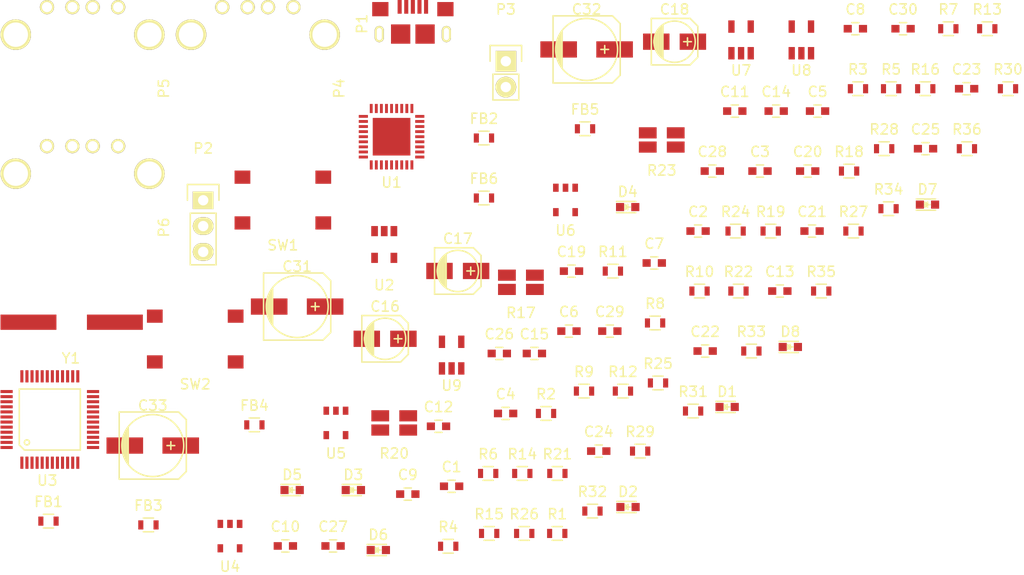
<source format=kicad_pcb>
(kicad_pcb (version 4) (host pcbnew 4.0.2+dfsg1-stable)

  (general
    (links 245)
    (no_connects 245)
    (area 0 0 0 0)
    (thickness 1.6)
    (drawings 0)
    (tracks 0)
    (zones 0)
    (modules 101)
    (nets 92)
  )

  (page A4)
  (layers
    (0 F.Cu signal)
    (31 B.Cu signal)
    (32 B.Adhes user)
    (33 F.Adhes user)
    (34 B.Paste user)
    (35 F.Paste user)
    (36 B.SilkS user)
    (37 F.SilkS user)
    (38 B.Mask user)
    (39 F.Mask user)
    (40 Dwgs.User user)
    (41 Cmts.User user)
    (42 Eco1.User user)
    (43 Eco2.User user)
    (44 Edge.Cuts user)
    (45 Margin user)
    (46 B.CrtYd user)
    (47 F.CrtYd user)
    (48 B.Fab user)
    (49 F.Fab user)
  )

  (setup
    (last_trace_width 0.25)
    (trace_clearance 0.2)
    (zone_clearance 0.508)
    (zone_45_only no)
    (trace_min 0.2)
    (segment_width 0.2)
    (edge_width 0.15)
    (via_size 0.6)
    (via_drill 0.4)
    (via_min_size 0.4)
    (via_min_drill 0.3)
    (uvia_size 0.3)
    (uvia_drill 0.1)
    (uvias_allowed no)
    (uvia_min_size 0.2)
    (uvia_min_drill 0.1)
    (pcb_text_width 0.3)
    (pcb_text_size 1.5 1.5)
    (mod_edge_width 0.15)
    (mod_text_size 1 1)
    (mod_text_width 0.15)
    (pad_size 1.524 1.524)
    (pad_drill 0.762)
    (pad_to_mask_clearance 0.2)
    (aux_axis_origin 0 0)
    (visible_elements FFFFF77F)
    (pcbplotparams
      (layerselection 0x00030_80000001)
      (usegerberextensions false)
      (excludeedgelayer true)
      (linewidth 0.100000)
      (plotframeref false)
      (viasonmask false)
      (mode 1)
      (useauxorigin false)
      (hpglpennumber 1)
      (hpglpenspeed 20)
      (hpglpendiameter 15)
      (hpglpenoverlay 2)
      (psnegative false)
      (psa4output false)
      (plotreference true)
      (plotvalue true)
      (plotinvisibletext false)
      (padsonsilk false)
      (subtractmaskfromsilk false)
      (outputformat 1)
      (mirror false)
      (drillshape 1)
      (scaleselection 1)
      (outputdirectory ""))
  )

  (net 0 "")
  (net 1 "Net-(C1-Pad1)")
  (net 2 GND)
  (net 3 "Net-(C2-Pad1)")
  (net 4 "Net-(C3-Pad2)")
  (net 5 "Net-(C4-Pad2)")
  (net 6 +3V3)
  (net 7 +5V)
  (net 8 /5V_OUT)
  (net 9 "Net-(C28-Pad2)")
  (net 10 "Net-(C29-Pad2)")
  (net 11 "Net-(C30-Pad2)")
  (net 12 "Net-(D1-Pad2)")
  (net 13 "Net-(D2-Pad2)")
  (net 14 "Net-(D3-Pad2)")
  (net 15 "Net-(D4-Pad2)")
  (net 16 "Net-(D5-Pad2)")
  (net 17 "Net-(D6-Pad2)")
  (net 18 "Net-(D7-Pad2)")
  (net 19 "Net-(D8-Pad2)")
  (net 20 "Net-(FB1-Pad2)")
  (net 21 /5V_OUT1)
  (net 22 "Net-(FB2-Pad2)")
  (net 23 "Net-(FB3-Pad2)")
  (net 24 /5V_OUT2)
  (net 25 "Net-(FB4-Pad2)")
  (net 26 "Net-(FB5-Pad2)")
  (net 27 /5V_OUT3)
  (net 28 "Net-(FB6-Pad2)")
  (net 29 /DP_IN)
  (net 30 "Net-(P1-Pad4)")
  (net 31 /DM_IN)
  (net 32 /5V_EXT)
  (net 33 /DP1)
  (net 34 /DN1)
  (net 35 /DP2)
  (net 36 /DN2)
  (net 37 /DP3)
  (net 38 /DN3)
  (net 39 "Net-(R2-Pad1)")
  (net 40 /CFG_SEL1)
  (net 41 /HUB_RST_N)
  (net 42 /SDA)
  (net 43 /SCL)
  (net 44 /VBUS_EXT_DET)
  (net 45 /VBUS_DET)
  (net 46 "Net-(R11-Pad1)")
  (net 47 /DM4)
  (net 48 "Net-(R12-Pad1)")
  (net 49 /DP4)
  (net 50 /5V_EN1)
  (net 51 /5V_EN2)
  (net 52 /5V_EN3)
  (net 53 "Net-(R16-Pad1)")
  (net 54 "Net-(R16-Pad2)")
  (net 55 "Net-(R17-Pad2)")
  (net 56 "Net-(R19-Pad1)")
  (net 57 "Net-(R19-Pad2)")
  (net 58 "Net-(R20-Pad2)")
  (net 59 "Net-(R22-Pad1)")
  (net 60 "Net-(R22-Pad2)")
  (net 61 "Net-(R23-Pad2)")
  (net 62 /BOOT0)
  (net 63 /SNS1)
  (net 64 /SNS2)
  (net 65 /SNS3)
  (net 66 /DBG_LED)
  (net 67 /LED2)
  (net 68 /LED1)
  (net 69 /LED0)
  (net 70 /nRST)
  (net 71 /PRTPWR2)
  (net 72 /OCS_N2)
  (net 73 /OCS_N1)
  (net 74 /PRTPWR1)
  (net 75 "Net-(U1-Pad11)")
  (net 76 /PRTPWR3)
  (net 77 /OCS_N4)
  (net 78 /PRTPWR4)
  (net 79 /OCS_N3)
  (net 80 /SUSP_IND)
  (net 81 "Net-(U2-Pad4)")
  (net 82 /5V_FLG1)
  (net 83 /5V_FLG2)
  (net 84 /5V_FLG3)
  (net 85 "Net-(U3-Pad5)")
  (net 86 "Net-(U3-Pad6)")
  (net 87 "Net-(U3-Pad15)")
  (net 88 "Net-(U3-Pad16)")
  (net 89 "Net-(U3-Pad17)")
  (net 90 "Net-(U3-Pad45)")
  (net 91 "Net-(U3-Pad46)")

  (net_class Default "This is the default net class."
    (clearance 0.2)
    (trace_width 0.25)
    (via_dia 0.6)
    (via_drill 0.4)
    (uvia_dia 0.3)
    (uvia_drill 0.1)
    (add_net +3V3)
    (add_net +5V)
    (add_net /5V_EN1)
    (add_net /5V_EN2)
    (add_net /5V_EN3)
    (add_net /5V_EXT)
    (add_net /5V_FLG1)
    (add_net /5V_FLG2)
    (add_net /5V_FLG3)
    (add_net /5V_OUT)
    (add_net /5V_OUT1)
    (add_net /5V_OUT2)
    (add_net /5V_OUT3)
    (add_net /BOOT0)
    (add_net /CFG_SEL1)
    (add_net /DBG_LED)
    (add_net /DM4)
    (add_net /DM_IN)
    (add_net /DN1)
    (add_net /DN2)
    (add_net /DN3)
    (add_net /DP1)
    (add_net /DP2)
    (add_net /DP3)
    (add_net /DP4)
    (add_net /DP_IN)
    (add_net /HUB_RST_N)
    (add_net /LED0)
    (add_net /LED1)
    (add_net /LED2)
    (add_net /OCS_N1)
    (add_net /OCS_N2)
    (add_net /OCS_N3)
    (add_net /OCS_N4)
    (add_net /PRTPWR1)
    (add_net /PRTPWR2)
    (add_net /PRTPWR3)
    (add_net /PRTPWR4)
    (add_net /SCL)
    (add_net /SDA)
    (add_net /SNS1)
    (add_net /SNS2)
    (add_net /SNS3)
    (add_net /SUSP_IND)
    (add_net /VBUS_DET)
    (add_net /VBUS_EXT_DET)
    (add_net /nRST)
    (add_net GND)
    (add_net "Net-(C1-Pad1)")
    (add_net "Net-(C2-Pad1)")
    (add_net "Net-(C28-Pad2)")
    (add_net "Net-(C29-Pad2)")
    (add_net "Net-(C3-Pad2)")
    (add_net "Net-(C30-Pad2)")
    (add_net "Net-(C4-Pad2)")
    (add_net "Net-(D1-Pad2)")
    (add_net "Net-(D2-Pad2)")
    (add_net "Net-(D3-Pad2)")
    (add_net "Net-(D4-Pad2)")
    (add_net "Net-(D5-Pad2)")
    (add_net "Net-(D6-Pad2)")
    (add_net "Net-(D7-Pad2)")
    (add_net "Net-(D8-Pad2)")
    (add_net "Net-(FB1-Pad2)")
    (add_net "Net-(FB2-Pad2)")
    (add_net "Net-(FB3-Pad2)")
    (add_net "Net-(FB4-Pad2)")
    (add_net "Net-(FB5-Pad2)")
    (add_net "Net-(FB6-Pad2)")
    (add_net "Net-(P1-Pad4)")
    (add_net "Net-(R11-Pad1)")
    (add_net "Net-(R12-Pad1)")
    (add_net "Net-(R16-Pad1)")
    (add_net "Net-(R16-Pad2)")
    (add_net "Net-(R17-Pad2)")
    (add_net "Net-(R19-Pad1)")
    (add_net "Net-(R19-Pad2)")
    (add_net "Net-(R2-Pad1)")
    (add_net "Net-(R20-Pad2)")
    (add_net "Net-(R22-Pad1)")
    (add_net "Net-(R22-Pad2)")
    (add_net "Net-(R23-Pad2)")
    (add_net "Net-(U1-Pad11)")
    (add_net "Net-(U2-Pad4)")
    (add_net "Net-(U3-Pad15)")
    (add_net "Net-(U3-Pad16)")
    (add_net "Net-(U3-Pad17)")
    (add_net "Net-(U3-Pad45)")
    (add_net "Net-(U3-Pad46)")
    (add_net "Net-(U3-Pad5)")
    (add_net "Net-(U3-Pad6)")
  )

  (module Capacitors_SMD:C_0603 (layer F.Cu) (tedit 5415D631) (tstamp 589FC1B0)
    (at 123.305476 75.711)
    (descr "Capacitor SMD 0603, reflow soldering, AVX (see smccp.pdf)")
    (tags "capacitor 0603")
    (path /589D5B21)
    (attr smd)
    (fp_text reference C1 (at 0 -1.9) (layer F.SilkS)
      (effects (font (size 1 1) (thickness 0.15)))
    )
    (fp_text value 18pf (at 0 1.9) (layer F.Fab)
      (effects (font (size 1 1) (thickness 0.15)))
    )
    (fp_line (start -1.45 -0.75) (end 1.45 -0.75) (layer F.CrtYd) (width 0.05))
    (fp_line (start -1.45 0.75) (end 1.45 0.75) (layer F.CrtYd) (width 0.05))
    (fp_line (start -1.45 -0.75) (end -1.45 0.75) (layer F.CrtYd) (width 0.05))
    (fp_line (start 1.45 -0.75) (end 1.45 0.75) (layer F.CrtYd) (width 0.05))
    (fp_line (start -0.35 -0.6) (end 0.35 -0.6) (layer F.SilkS) (width 0.15))
    (fp_line (start 0.35 0.6) (end -0.35 0.6) (layer F.SilkS) (width 0.15))
    (pad 1 smd rect (at -0.75 0) (size 0.8 0.75) (layers F.Cu F.Paste F.Mask)
      (net 1 "Net-(C1-Pad1)"))
    (pad 2 smd rect (at 0.75 0) (size 0.8 0.75) (layers F.Cu F.Paste F.Mask)
      (net 2 GND))
    (model Capacitors_SMD.3dshapes/C_0603.wrl
      (at (xyz 0 0 0))
      (scale (xyz 1 1 1))
      (rotate (xyz 0 0 0))
    )
  )

  (module Capacitors_SMD:C_0603 (layer F.Cu) (tedit 5415D631) (tstamp 589FC1B6)
    (at 147.545476 50.611)
    (descr "Capacitor SMD 0603, reflow soldering, AVX (see smccp.pdf)")
    (tags "capacitor 0603")
    (path /589D5BE0)
    (attr smd)
    (fp_text reference C2 (at 0 -1.9) (layer F.SilkS)
      (effects (font (size 1 1) (thickness 0.15)))
    )
    (fp_text value 18pf (at 0 1.9) (layer F.Fab)
      (effects (font (size 1 1) (thickness 0.15)))
    )
    (fp_line (start -1.45 -0.75) (end 1.45 -0.75) (layer F.CrtYd) (width 0.05))
    (fp_line (start -1.45 0.75) (end 1.45 0.75) (layer F.CrtYd) (width 0.05))
    (fp_line (start -1.45 -0.75) (end -1.45 0.75) (layer F.CrtYd) (width 0.05))
    (fp_line (start 1.45 -0.75) (end 1.45 0.75) (layer F.CrtYd) (width 0.05))
    (fp_line (start -0.35 -0.6) (end 0.35 -0.6) (layer F.SilkS) (width 0.15))
    (fp_line (start 0.35 0.6) (end -0.35 0.6) (layer F.SilkS) (width 0.15))
    (pad 1 smd rect (at -0.75 0) (size 0.8 0.75) (layers F.Cu F.Paste F.Mask)
      (net 3 "Net-(C2-Pad1)"))
    (pad 2 smd rect (at 0.75 0) (size 0.8 0.75) (layers F.Cu F.Paste F.Mask)
      (net 2 GND))
    (model Capacitors_SMD.3dshapes/C_0603.wrl
      (at (xyz 0 0 0))
      (scale (xyz 1 1 1))
      (rotate (xyz 0 0 0))
    )
  )

  (module Capacitors_SMD:C_0603 (layer F.Cu) (tedit 5415D631) (tstamp 589FC1BC)
    (at 153.636428 44.711)
    (descr "Capacitor SMD 0603, reflow soldering, AVX (see smccp.pdf)")
    (tags "capacitor 0603")
    (path /589D6B40)
    (attr smd)
    (fp_text reference C3 (at 0 -1.9) (layer F.SilkS)
      (effects (font (size 1 1) (thickness 0.15)))
    )
    (fp_text value 0.1uF (at 0 1.9) (layer F.Fab)
      (effects (font (size 1 1) (thickness 0.15)))
    )
    (fp_line (start -1.45 -0.75) (end 1.45 -0.75) (layer F.CrtYd) (width 0.05))
    (fp_line (start -1.45 0.75) (end 1.45 0.75) (layer F.CrtYd) (width 0.05))
    (fp_line (start -1.45 -0.75) (end -1.45 0.75) (layer F.CrtYd) (width 0.05))
    (fp_line (start 1.45 -0.75) (end 1.45 0.75) (layer F.CrtYd) (width 0.05))
    (fp_line (start -0.35 -0.6) (end 0.35 -0.6) (layer F.SilkS) (width 0.15))
    (fp_line (start 0.35 0.6) (end -0.35 0.6) (layer F.SilkS) (width 0.15))
    (pad 1 smd rect (at -0.75 0) (size 0.8 0.75) (layers F.Cu F.Paste F.Mask)
      (net 2 GND))
    (pad 2 smd rect (at 0.75 0) (size 0.8 0.75) (layers F.Cu F.Paste F.Mask)
      (net 4 "Net-(C3-Pad2)"))
    (model Capacitors_SMD.3dshapes/C_0603.wrl
      (at (xyz 0 0 0))
      (scale (xyz 1 1 1))
      (rotate (xyz 0 0 0))
    )
  )

  (module Capacitors_SMD:C_0603 (layer F.Cu) (tedit 5415D631) (tstamp 589FC1C2)
    (at 128.616428 68.551)
    (descr "Capacitor SMD 0603, reflow soldering, AVX (see smccp.pdf)")
    (tags "capacitor 0603")
    (path /589D639F)
    (attr smd)
    (fp_text reference C4 (at 0 -1.9) (layer F.SilkS)
      (effects (font (size 1 1) (thickness 0.15)))
    )
    (fp_text value 0.1uF (at 0 1.9) (layer F.Fab)
      (effects (font (size 1 1) (thickness 0.15)))
    )
    (fp_line (start -1.45 -0.75) (end 1.45 -0.75) (layer F.CrtYd) (width 0.05))
    (fp_line (start -1.45 0.75) (end 1.45 0.75) (layer F.CrtYd) (width 0.05))
    (fp_line (start -1.45 -0.75) (end -1.45 0.75) (layer F.CrtYd) (width 0.05))
    (fp_line (start 1.45 -0.75) (end 1.45 0.75) (layer F.CrtYd) (width 0.05))
    (fp_line (start -0.35 -0.6) (end 0.35 -0.6) (layer F.SilkS) (width 0.15))
    (fp_line (start 0.35 0.6) (end -0.35 0.6) (layer F.SilkS) (width 0.15))
    (pad 1 smd rect (at -0.75 0) (size 0.8 0.75) (layers F.Cu F.Paste F.Mask)
      (net 2 GND))
    (pad 2 smd rect (at 0.75 0) (size 0.8 0.75) (layers F.Cu F.Paste F.Mask)
      (net 5 "Net-(C4-Pad2)"))
    (model Capacitors_SMD.3dshapes/C_0603.wrl
      (at (xyz 0 0 0))
      (scale (xyz 1 1 1))
      (rotate (xyz 0 0 0))
    )
  )

  (module Capacitors_SMD:C_0603 (layer F.Cu) (tedit 5415D631) (tstamp 589FC1C8)
    (at 159.296428 38.811)
    (descr "Capacitor SMD 0603, reflow soldering, AVX (see smccp.pdf)")
    (tags "capacitor 0603")
    (path /58A00CD5)
    (attr smd)
    (fp_text reference C5 (at 0 -1.9) (layer F.SilkS)
      (effects (font (size 1 1) (thickness 0.15)))
    )
    (fp_text value 0.1uF (at 0 1.9) (layer F.Fab)
      (effects (font (size 1 1) (thickness 0.15)))
    )
    (fp_line (start -1.45 -0.75) (end 1.45 -0.75) (layer F.CrtYd) (width 0.05))
    (fp_line (start -1.45 0.75) (end 1.45 0.75) (layer F.CrtYd) (width 0.05))
    (fp_line (start -1.45 -0.75) (end -1.45 0.75) (layer F.CrtYd) (width 0.05))
    (fp_line (start 1.45 -0.75) (end 1.45 0.75) (layer F.CrtYd) (width 0.05))
    (fp_line (start -0.35 -0.6) (end 0.35 -0.6) (layer F.SilkS) (width 0.15))
    (fp_line (start 0.35 0.6) (end -0.35 0.6) (layer F.SilkS) (width 0.15))
    (pad 1 smd rect (at -0.75 0) (size 0.8 0.75) (layers F.Cu F.Paste F.Mask)
      (net 2 GND))
    (pad 2 smd rect (at 0.75 0) (size 0.8 0.75) (layers F.Cu F.Paste F.Mask)
      (net 6 +3V3))
    (model Capacitors_SMD.3dshapes/C_0603.wrl
      (at (xyz 0 0 0))
      (scale (xyz 1 1 1))
      (rotate (xyz 0 0 0))
    )
  )

  (module Capacitors_SMD:C_0603 (layer F.Cu) (tedit 5415D631) (tstamp 589FC1CE)
    (at 134.845001 60.451)
    (descr "Capacitor SMD 0603, reflow soldering, AVX (see smccp.pdf)")
    (tags "capacitor 0603")
    (path /589A969F)
    (attr smd)
    (fp_text reference C6 (at 0 -1.9) (layer F.SilkS)
      (effects (font (size 1 1) (thickness 0.15)))
    )
    (fp_text value 1uF (at 0 1.9) (layer F.Fab)
      (effects (font (size 1 1) (thickness 0.15)))
    )
    (fp_line (start -1.45 -0.75) (end 1.45 -0.75) (layer F.CrtYd) (width 0.05))
    (fp_line (start -1.45 0.75) (end 1.45 0.75) (layer F.CrtYd) (width 0.05))
    (fp_line (start -1.45 -0.75) (end -1.45 0.75) (layer F.CrtYd) (width 0.05))
    (fp_line (start 1.45 -0.75) (end 1.45 0.75) (layer F.CrtYd) (width 0.05))
    (fp_line (start -0.35 -0.6) (end 0.35 -0.6) (layer F.SilkS) (width 0.15))
    (fp_line (start 0.35 0.6) (end -0.35 0.6) (layer F.SilkS) (width 0.15))
    (pad 1 smd rect (at -0.75 0) (size 0.8 0.75) (layers F.Cu F.Paste F.Mask)
      (net 7 +5V))
    (pad 2 smd rect (at 0.75 0) (size 0.8 0.75) (layers F.Cu F.Paste F.Mask)
      (net 2 GND))
    (model Capacitors_SMD.3dshapes/C_0603.wrl
      (at (xyz 0 0 0))
      (scale (xyz 1 1 1))
      (rotate (xyz 0 0 0))
    )
  )

  (module Capacitors_SMD:C_0603 (layer F.Cu) (tedit 5415D631) (tstamp 589FC1D4)
    (at 143.236428 53.751)
    (descr "Capacitor SMD 0603, reflow soldering, AVX (see smccp.pdf)")
    (tags "capacitor 0603")
    (path /58A00DBB)
    (attr smd)
    (fp_text reference C7 (at 0 -1.9) (layer F.SilkS)
      (effects (font (size 1 1) (thickness 0.15)))
    )
    (fp_text value 0.1uF (at 0 1.9) (layer F.Fab)
      (effects (font (size 1 1) (thickness 0.15)))
    )
    (fp_line (start -1.45 -0.75) (end 1.45 -0.75) (layer F.CrtYd) (width 0.05))
    (fp_line (start -1.45 0.75) (end 1.45 0.75) (layer F.CrtYd) (width 0.05))
    (fp_line (start -1.45 -0.75) (end -1.45 0.75) (layer F.CrtYd) (width 0.05))
    (fp_line (start 1.45 -0.75) (end 1.45 0.75) (layer F.CrtYd) (width 0.05))
    (fp_line (start -0.35 -0.6) (end 0.35 -0.6) (layer F.SilkS) (width 0.15))
    (fp_line (start 0.35 0.6) (end -0.35 0.6) (layer F.SilkS) (width 0.15))
    (pad 1 smd rect (at -0.75 0) (size 0.8 0.75) (layers F.Cu F.Paste F.Mask)
      (net 2 GND))
    (pad 2 smd rect (at 0.75 0) (size 0.8 0.75) (layers F.Cu F.Paste F.Mask)
      (net 6 +3V3))
    (model Capacitors_SMD.3dshapes/C_0603.wrl
      (at (xyz 0 0 0))
      (scale (xyz 1 1 1))
      (rotate (xyz 0 0 0))
    )
  )

  (module Capacitors_SMD:C_0603 (layer F.Cu) (tedit 5415D631) (tstamp 589FC1DA)
    (at 163.016428 30.711)
    (descr "Capacitor SMD 0603, reflow soldering, AVX (see smccp.pdf)")
    (tags "capacitor 0603")
    (path /589D6C9C)
    (attr smd)
    (fp_text reference C8 (at 0 -1.9) (layer F.SilkS)
      (effects (font (size 1 1) (thickness 0.15)))
    )
    (fp_text value 4.7uF (at 0 1.9) (layer F.Fab)
      (effects (font (size 1 1) (thickness 0.15)))
    )
    (fp_line (start -1.45 -0.75) (end 1.45 -0.75) (layer F.CrtYd) (width 0.05))
    (fp_line (start -1.45 0.75) (end 1.45 0.75) (layer F.CrtYd) (width 0.05))
    (fp_line (start -1.45 -0.75) (end -1.45 0.75) (layer F.CrtYd) (width 0.05))
    (fp_line (start 1.45 -0.75) (end 1.45 0.75) (layer F.CrtYd) (width 0.05))
    (fp_line (start -0.35 -0.6) (end 0.35 -0.6) (layer F.SilkS) (width 0.15))
    (fp_line (start 0.35 0.6) (end -0.35 0.6) (layer F.SilkS) (width 0.15))
    (pad 1 smd rect (at -0.75 0) (size 0.8 0.75) (layers F.Cu F.Paste F.Mask)
      (net 2 GND))
    (pad 2 smd rect (at 0.75 0) (size 0.8 0.75) (layers F.Cu F.Paste F.Mask)
      (net 6 +3V3))
    (model Capacitors_SMD.3dshapes/C_0603.wrl
      (at (xyz 0 0 0))
      (scale (xyz 1 1 1))
      (rotate (xyz 0 0 0))
    )
  )

  (module Capacitors_SMD:C_0603 (layer F.Cu) (tedit 5415D631) (tstamp 589FC1E0)
    (at 118.996428 76.481)
    (descr "Capacitor SMD 0603, reflow soldering, AVX (see smccp.pdf)")
    (tags "capacitor 0603")
    (path /58A00E70)
    (attr smd)
    (fp_text reference C9 (at 0 -1.9) (layer F.SilkS)
      (effects (font (size 1 1) (thickness 0.15)))
    )
    (fp_text value 0.1uF (at 0 1.9) (layer F.Fab)
      (effects (font (size 1 1) (thickness 0.15)))
    )
    (fp_line (start -1.45 -0.75) (end 1.45 -0.75) (layer F.CrtYd) (width 0.05))
    (fp_line (start -1.45 0.75) (end 1.45 0.75) (layer F.CrtYd) (width 0.05))
    (fp_line (start -1.45 -0.75) (end -1.45 0.75) (layer F.CrtYd) (width 0.05))
    (fp_line (start 1.45 -0.75) (end 1.45 0.75) (layer F.CrtYd) (width 0.05))
    (fp_line (start -0.35 -0.6) (end 0.35 -0.6) (layer F.SilkS) (width 0.15))
    (fp_line (start 0.35 0.6) (end -0.35 0.6) (layer F.SilkS) (width 0.15))
    (pad 1 smd rect (at -0.75 0) (size 0.8 0.75) (layers F.Cu F.Paste F.Mask)
      (net 2 GND))
    (pad 2 smd rect (at 0.75 0) (size 0.8 0.75) (layers F.Cu F.Paste F.Mask)
      (net 6 +3V3))
    (model Capacitors_SMD.3dshapes/C_0603.wrl
      (at (xyz 0 0 0))
      (scale (xyz 1 1 1))
      (rotate (xyz 0 0 0))
    )
  )

  (module Capacitors_SMD:C_0603 (layer F.Cu) (tedit 5415D631) (tstamp 589FC1E6)
    (at 106.956428 81.581)
    (descr "Capacitor SMD 0603, reflow soldering, AVX (see smccp.pdf)")
    (tags "capacitor 0603")
    (path /58A00F2C)
    (attr smd)
    (fp_text reference C10 (at 0 -1.9) (layer F.SilkS)
      (effects (font (size 1 1) (thickness 0.15)))
    )
    (fp_text value 0.1uF (at 0 1.9) (layer F.Fab)
      (effects (font (size 1 1) (thickness 0.15)))
    )
    (fp_line (start -1.45 -0.75) (end 1.45 -0.75) (layer F.CrtYd) (width 0.05))
    (fp_line (start -1.45 0.75) (end 1.45 0.75) (layer F.CrtYd) (width 0.05))
    (fp_line (start -1.45 -0.75) (end -1.45 0.75) (layer F.CrtYd) (width 0.05))
    (fp_line (start 1.45 -0.75) (end 1.45 0.75) (layer F.CrtYd) (width 0.05))
    (fp_line (start -0.35 -0.6) (end 0.35 -0.6) (layer F.SilkS) (width 0.15))
    (fp_line (start 0.35 0.6) (end -0.35 0.6) (layer F.SilkS) (width 0.15))
    (pad 1 smd rect (at -0.75 0) (size 0.8 0.75) (layers F.Cu F.Paste F.Mask)
      (net 2 GND))
    (pad 2 smd rect (at 0.75 0) (size 0.8 0.75) (layers F.Cu F.Paste F.Mask)
      (net 6 +3V3))
    (model Capacitors_SMD.3dshapes/C_0603.wrl
      (at (xyz 0 0 0))
      (scale (xyz 1 1 1))
      (rotate (xyz 0 0 0))
    )
  )

  (module Capacitors_SMD:C_0603 (layer F.Cu) (tedit 5415D631) (tstamp 589FC1EC)
    (at 151.156428 38.811)
    (descr "Capacitor SMD 0603, reflow soldering, AVX (see smccp.pdf)")
    (tags "capacitor 0603")
    (path /58A00FE5)
    (attr smd)
    (fp_text reference C11 (at 0 -1.9) (layer F.SilkS)
      (effects (font (size 1 1) (thickness 0.15)))
    )
    (fp_text value 0.1uF (at 0 1.9) (layer F.Fab)
      (effects (font (size 1 1) (thickness 0.15)))
    )
    (fp_line (start -1.45 -0.75) (end 1.45 -0.75) (layer F.CrtYd) (width 0.05))
    (fp_line (start -1.45 0.75) (end 1.45 0.75) (layer F.CrtYd) (width 0.05))
    (fp_line (start -1.45 -0.75) (end -1.45 0.75) (layer F.CrtYd) (width 0.05))
    (fp_line (start 1.45 -0.75) (end 1.45 0.75) (layer F.CrtYd) (width 0.05))
    (fp_line (start -0.35 -0.6) (end 0.35 -0.6) (layer F.SilkS) (width 0.15))
    (fp_line (start 0.35 0.6) (end -0.35 0.6) (layer F.SilkS) (width 0.15))
    (pad 1 smd rect (at -0.75 0) (size 0.8 0.75) (layers F.Cu F.Paste F.Mask)
      (net 2 GND))
    (pad 2 smd rect (at 0.75 0) (size 0.8 0.75) (layers F.Cu F.Paste F.Mask)
      (net 6 +3V3))
    (model Capacitors_SMD.3dshapes/C_0603.wrl
      (at (xyz 0 0 0))
      (scale (xyz 1 1 1))
      (rotate (xyz 0 0 0))
    )
  )

  (module Capacitors_SMD:C_0603 (layer F.Cu) (tedit 5415D631) (tstamp 589FC1F2)
    (at 122.017381 69.811)
    (descr "Capacitor SMD 0603, reflow soldering, AVX (see smccp.pdf)")
    (tags "capacitor 0603")
    (path /589A9642)
    (attr smd)
    (fp_text reference C12 (at 0 -1.9) (layer F.SilkS)
      (effects (font (size 1 1) (thickness 0.15)))
    )
    (fp_text value 1uF (at 0 1.9) (layer F.Fab)
      (effects (font (size 1 1) (thickness 0.15)))
    )
    (fp_line (start -1.45 -0.75) (end 1.45 -0.75) (layer F.CrtYd) (width 0.05))
    (fp_line (start -1.45 0.75) (end 1.45 0.75) (layer F.CrtYd) (width 0.05))
    (fp_line (start -1.45 -0.75) (end -1.45 0.75) (layer F.CrtYd) (width 0.05))
    (fp_line (start 1.45 -0.75) (end 1.45 0.75) (layer F.CrtYd) (width 0.05))
    (fp_line (start -0.35 -0.6) (end 0.35 -0.6) (layer F.SilkS) (width 0.15))
    (fp_line (start 0.35 0.6) (end -0.35 0.6) (layer F.SilkS) (width 0.15))
    (pad 1 smd rect (at -0.75 0) (size 0.8 0.75) (layers F.Cu F.Paste F.Mask)
      (net 6 +3V3))
    (pad 2 smd rect (at 0.75 0) (size 0.8 0.75) (layers F.Cu F.Paste F.Mask)
      (net 2 GND))
    (model Capacitors_SMD.3dshapes/C_0603.wrl
      (at (xyz 0 0 0))
      (scale (xyz 1 1 1))
      (rotate (xyz 0 0 0))
    )
  )

  (module Capacitors_SMD:C_0603 (layer F.Cu) (tedit 5415D631) (tstamp 589FC1F8)
    (at 155.586428 56.511)
    (descr "Capacitor SMD 0603, reflow soldering, AVX (see smccp.pdf)")
    (tags "capacitor 0603")
    (path /58A0110B)
    (attr smd)
    (fp_text reference C13 (at 0 -1.9) (layer F.SilkS)
      (effects (font (size 1 1) (thickness 0.15)))
    )
    (fp_text value 0.1uF (at 0 1.9) (layer F.Fab)
      (effects (font (size 1 1) (thickness 0.15)))
    )
    (fp_line (start -1.45 -0.75) (end 1.45 -0.75) (layer F.CrtYd) (width 0.05))
    (fp_line (start -1.45 0.75) (end 1.45 0.75) (layer F.CrtYd) (width 0.05))
    (fp_line (start -1.45 -0.75) (end -1.45 0.75) (layer F.CrtYd) (width 0.05))
    (fp_line (start 1.45 -0.75) (end 1.45 0.75) (layer F.CrtYd) (width 0.05))
    (fp_line (start -0.35 -0.6) (end 0.35 -0.6) (layer F.SilkS) (width 0.15))
    (fp_line (start 0.35 0.6) (end -0.35 0.6) (layer F.SilkS) (width 0.15))
    (pad 1 smd rect (at -0.75 0) (size 0.8 0.75) (layers F.Cu F.Paste F.Mask)
      (net 2 GND))
    (pad 2 smd rect (at 0.75 0) (size 0.8 0.75) (layers F.Cu F.Paste F.Mask)
      (net 6 +3V3))
    (model Capacitors_SMD.3dshapes/C_0603.wrl
      (at (xyz 0 0 0))
      (scale (xyz 1 1 1))
      (rotate (xyz 0 0 0))
    )
  )

  (module Capacitors_SMD:C_0603 (layer F.Cu) (tedit 5415D631) (tstamp 589FC1FE)
    (at 155.227381 38.811)
    (descr "Capacitor SMD 0603, reflow soldering, AVX (see smccp.pdf)")
    (tags "capacitor 0603")
    (path /58A1D151)
    (attr smd)
    (fp_text reference C14 (at 0 -1.9) (layer F.SilkS)
      (effects (font (size 1 1) (thickness 0.15)))
    )
    (fp_text value 1uF (at 0 1.9) (layer F.Fab)
      (effects (font (size 1 1) (thickness 0.15)))
    )
    (fp_line (start -1.45 -0.75) (end 1.45 -0.75) (layer F.CrtYd) (width 0.05))
    (fp_line (start -1.45 0.75) (end 1.45 0.75) (layer F.CrtYd) (width 0.05))
    (fp_line (start -1.45 -0.75) (end -1.45 0.75) (layer F.CrtYd) (width 0.05))
    (fp_line (start 1.45 -0.75) (end 1.45 0.75) (layer F.CrtYd) (width 0.05))
    (fp_line (start -0.35 -0.6) (end 0.35 -0.6) (layer F.SilkS) (width 0.15))
    (fp_line (start 0.35 0.6) (end -0.35 0.6) (layer F.SilkS) (width 0.15))
    (pad 1 smd rect (at -0.75 0) (size 0.8 0.75) (layers F.Cu F.Paste F.Mask)
      (net 2 GND))
    (pad 2 smd rect (at 0.75 0) (size 0.8 0.75) (layers F.Cu F.Paste F.Mask)
      (net 8 /5V_OUT))
    (model Capacitors_SMD.3dshapes/C_0603.wrl
      (at (xyz 0 0 0))
      (scale (xyz 1 1 1))
      (rotate (xyz 0 0 0))
    )
  )

  (module Capacitors_SMD:C_0603 (layer F.Cu) (tedit 5415D631) (tstamp 589FC204)
    (at 131.447381 62.651)
    (descr "Capacitor SMD 0603, reflow soldering, AVX (see smccp.pdf)")
    (tags "capacitor 0603")
    (path /589DAE1F)
    (attr smd)
    (fp_text reference C15 (at 0 -1.9) (layer F.SilkS)
      (effects (font (size 1 1) (thickness 0.15)))
    )
    (fp_text value 1uF (at 0 1.9) (layer F.Fab)
      (effects (font (size 1 1) (thickness 0.15)))
    )
    (fp_line (start -1.45 -0.75) (end 1.45 -0.75) (layer F.CrtYd) (width 0.05))
    (fp_line (start -1.45 0.75) (end 1.45 0.75) (layer F.CrtYd) (width 0.05))
    (fp_line (start -1.45 -0.75) (end -1.45 0.75) (layer F.CrtYd) (width 0.05))
    (fp_line (start 1.45 -0.75) (end 1.45 0.75) (layer F.CrtYd) (width 0.05))
    (fp_line (start -0.35 -0.6) (end 0.35 -0.6) (layer F.SilkS) (width 0.15))
    (fp_line (start 0.35 0.6) (end -0.35 0.6) (layer F.SilkS) (width 0.15))
    (pad 1 smd rect (at -0.75 0) (size 0.8 0.75) (layers F.Cu F.Paste F.Mask)
      (net 2 GND))
    (pad 2 smd rect (at 0.75 0) (size 0.8 0.75) (layers F.Cu F.Paste F.Mask)
      (net 7 +5V))
    (model Capacitors_SMD.3dshapes/C_0603.wrl
      (at (xyz 0 0 0))
      (scale (xyz 1 1 1))
      (rotate (xyz 0 0 0))
    )
  )

  (module Capacitors_SMD:c_elec_4x5.3 (layer F.Cu) (tedit 556FDE77) (tstamp 589FC20A)
    (at 116.765001 61.206)
    (descr "SMT capacitor, aluminium electrolytic, 4x5.3")
    (path /58A0890A)
    (attr smd)
    (fp_text reference C16 (at 0 -3.175) (layer F.SilkS)
      (effects (font (size 1 1) (thickness 0.15)))
    )
    (fp_text value 10uF (at 0 3.175) (layer F.Fab)
      (effects (font (size 1 1) (thickness 0.15)))
    )
    (fp_line (start -3.35 -2.65) (end 3.35 -2.65) (layer F.CrtYd) (width 0.05))
    (fp_line (start 3.35 -2.65) (end 3.35 2.65) (layer F.CrtYd) (width 0.05))
    (fp_line (start 3.35 2.65) (end -3.35 2.65) (layer F.CrtYd) (width 0.05))
    (fp_line (start -3.35 2.65) (end -3.35 -2.65) (layer F.CrtYd) (width 0.05))
    (fp_line (start 1.651 0) (end 0.889 0) (layer F.SilkS) (width 0.15))
    (fp_line (start 1.27 -0.381) (end 1.27 0.381) (layer F.SilkS) (width 0.15))
    (fp_line (start 1.524 2.286) (end -2.286 2.286) (layer F.SilkS) (width 0.15))
    (fp_line (start 2.286 -1.524) (end 2.286 1.524) (layer F.SilkS) (width 0.15))
    (fp_line (start 1.524 2.286) (end 2.286 1.524) (layer F.SilkS) (width 0.15))
    (fp_line (start 1.524 -2.286) (end -2.286 -2.286) (layer F.SilkS) (width 0.15))
    (fp_line (start 1.524 -2.286) (end 2.286 -1.524) (layer F.SilkS) (width 0.15))
    (fp_line (start -2.032 0.127) (end -2.032 -0.127) (layer F.SilkS) (width 0.15))
    (fp_line (start -1.905 -0.635) (end -1.905 0.635) (layer F.SilkS) (width 0.15))
    (fp_line (start -1.778 0.889) (end -1.778 -0.889) (layer F.SilkS) (width 0.15))
    (fp_line (start -1.651 1.143) (end -1.651 -1.143) (layer F.SilkS) (width 0.15))
    (fp_line (start -1.524 -1.27) (end -1.524 1.27) (layer F.SilkS) (width 0.15))
    (fp_line (start -1.397 1.397) (end -1.397 -1.397) (layer F.SilkS) (width 0.15))
    (fp_line (start -1.27 -1.524) (end -1.27 1.524) (layer F.SilkS) (width 0.15))
    (fp_line (start -1.143 -1.651) (end -1.143 1.651) (layer F.SilkS) (width 0.15))
    (fp_line (start -2.286 -2.286) (end -2.286 2.286) (layer F.SilkS) (width 0.15))
    (fp_circle (center 0 0) (end -2.032 0) (layer F.SilkS) (width 0.15))
    (pad 1 smd rect (at 1.80086 0) (size 2.60096 1.6002) (layers F.Cu F.Paste F.Mask)
      (net 8 /5V_OUT))
    (pad 2 smd rect (at -1.80086 0) (size 2.60096 1.6002) (layers F.Cu F.Paste F.Mask)
      (net 2 GND))
    (model Capacitors_SMD.3dshapes/c_elec_4x5.3.wrl
      (at (xyz 0 0 0))
      (scale (xyz 1 1 1))
      (rotate (xyz 0 0 0))
    )
  )

  (module Capacitors_SMD:c_elec_4x5.3 (layer F.Cu) (tedit 556FDE77) (tstamp 589FC210)
    (at 123.915001 54.536)
    (descr "SMT capacitor, aluminium electrolytic, 4x5.3")
    (path /58A0A444)
    (attr smd)
    (fp_text reference C17 (at 0 -3.175) (layer F.SilkS)
      (effects (font (size 1 1) (thickness 0.15)))
    )
    (fp_text value 10uF (at 0 3.175) (layer F.Fab)
      (effects (font (size 1 1) (thickness 0.15)))
    )
    (fp_line (start -3.35 -2.65) (end 3.35 -2.65) (layer F.CrtYd) (width 0.05))
    (fp_line (start 3.35 -2.65) (end 3.35 2.65) (layer F.CrtYd) (width 0.05))
    (fp_line (start 3.35 2.65) (end -3.35 2.65) (layer F.CrtYd) (width 0.05))
    (fp_line (start -3.35 2.65) (end -3.35 -2.65) (layer F.CrtYd) (width 0.05))
    (fp_line (start 1.651 0) (end 0.889 0) (layer F.SilkS) (width 0.15))
    (fp_line (start 1.27 -0.381) (end 1.27 0.381) (layer F.SilkS) (width 0.15))
    (fp_line (start 1.524 2.286) (end -2.286 2.286) (layer F.SilkS) (width 0.15))
    (fp_line (start 2.286 -1.524) (end 2.286 1.524) (layer F.SilkS) (width 0.15))
    (fp_line (start 1.524 2.286) (end 2.286 1.524) (layer F.SilkS) (width 0.15))
    (fp_line (start 1.524 -2.286) (end -2.286 -2.286) (layer F.SilkS) (width 0.15))
    (fp_line (start 1.524 -2.286) (end 2.286 -1.524) (layer F.SilkS) (width 0.15))
    (fp_line (start -2.032 0.127) (end -2.032 -0.127) (layer F.SilkS) (width 0.15))
    (fp_line (start -1.905 -0.635) (end -1.905 0.635) (layer F.SilkS) (width 0.15))
    (fp_line (start -1.778 0.889) (end -1.778 -0.889) (layer F.SilkS) (width 0.15))
    (fp_line (start -1.651 1.143) (end -1.651 -1.143) (layer F.SilkS) (width 0.15))
    (fp_line (start -1.524 -1.27) (end -1.524 1.27) (layer F.SilkS) (width 0.15))
    (fp_line (start -1.397 1.397) (end -1.397 -1.397) (layer F.SilkS) (width 0.15))
    (fp_line (start -1.27 -1.524) (end -1.27 1.524) (layer F.SilkS) (width 0.15))
    (fp_line (start -1.143 -1.651) (end -1.143 1.651) (layer F.SilkS) (width 0.15))
    (fp_line (start -2.286 -2.286) (end -2.286 2.286) (layer F.SilkS) (width 0.15))
    (fp_circle (center 0 0) (end -2.032 0) (layer F.SilkS) (width 0.15))
    (pad 1 smd rect (at 1.80086 0) (size 2.60096 1.6002) (layers F.Cu F.Paste F.Mask)
      (net 8 /5V_OUT))
    (pad 2 smd rect (at -1.80086 0) (size 2.60096 1.6002) (layers F.Cu F.Paste F.Mask)
      (net 2 GND))
    (model Capacitors_SMD.3dshapes/c_elec_4x5.3.wrl
      (at (xyz 0 0 0))
      (scale (xyz 1 1 1))
      (rotate (xyz 0 0 0))
    )
  )

  (module Capacitors_SMD:c_elec_4x5.3 (layer F.Cu) (tedit 556FDE77) (tstamp 589FC216)
    (at 145.235001 31.986)
    (descr "SMT capacitor, aluminium electrolytic, 4x5.3")
    (path /58A0A69C)
    (attr smd)
    (fp_text reference C18 (at 0 -3.175) (layer F.SilkS)
      (effects (font (size 1 1) (thickness 0.15)))
    )
    (fp_text value 10uF (at 0 3.175) (layer F.Fab)
      (effects (font (size 1 1) (thickness 0.15)))
    )
    (fp_line (start -3.35 -2.65) (end 3.35 -2.65) (layer F.CrtYd) (width 0.05))
    (fp_line (start 3.35 -2.65) (end 3.35 2.65) (layer F.CrtYd) (width 0.05))
    (fp_line (start 3.35 2.65) (end -3.35 2.65) (layer F.CrtYd) (width 0.05))
    (fp_line (start -3.35 2.65) (end -3.35 -2.65) (layer F.CrtYd) (width 0.05))
    (fp_line (start 1.651 0) (end 0.889 0) (layer F.SilkS) (width 0.15))
    (fp_line (start 1.27 -0.381) (end 1.27 0.381) (layer F.SilkS) (width 0.15))
    (fp_line (start 1.524 2.286) (end -2.286 2.286) (layer F.SilkS) (width 0.15))
    (fp_line (start 2.286 -1.524) (end 2.286 1.524) (layer F.SilkS) (width 0.15))
    (fp_line (start 1.524 2.286) (end 2.286 1.524) (layer F.SilkS) (width 0.15))
    (fp_line (start 1.524 -2.286) (end -2.286 -2.286) (layer F.SilkS) (width 0.15))
    (fp_line (start 1.524 -2.286) (end 2.286 -1.524) (layer F.SilkS) (width 0.15))
    (fp_line (start -2.032 0.127) (end -2.032 -0.127) (layer F.SilkS) (width 0.15))
    (fp_line (start -1.905 -0.635) (end -1.905 0.635) (layer F.SilkS) (width 0.15))
    (fp_line (start -1.778 0.889) (end -1.778 -0.889) (layer F.SilkS) (width 0.15))
    (fp_line (start -1.651 1.143) (end -1.651 -1.143) (layer F.SilkS) (width 0.15))
    (fp_line (start -1.524 -1.27) (end -1.524 1.27) (layer F.SilkS) (width 0.15))
    (fp_line (start -1.397 1.397) (end -1.397 -1.397) (layer F.SilkS) (width 0.15))
    (fp_line (start -1.27 -1.524) (end -1.27 1.524) (layer F.SilkS) (width 0.15))
    (fp_line (start -1.143 -1.651) (end -1.143 1.651) (layer F.SilkS) (width 0.15))
    (fp_line (start -2.286 -2.286) (end -2.286 2.286) (layer F.SilkS) (width 0.15))
    (fp_circle (center 0 0) (end -2.032 0) (layer F.SilkS) (width 0.15))
    (pad 1 smd rect (at 1.80086 0) (size 2.60096 1.6002) (layers F.Cu F.Paste F.Mask)
      (net 8 /5V_OUT))
    (pad 2 smd rect (at -1.80086 0) (size 2.60096 1.6002) (layers F.Cu F.Paste F.Mask)
      (net 2 GND))
    (model Capacitors_SMD.3dshapes/c_elec_4x5.3.wrl
      (at (xyz 0 0 0))
      (scale (xyz 1 1 1))
      (rotate (xyz 0 0 0))
    )
  )

  (module Capacitors_SMD:C_0603 (layer F.Cu) (tedit 5415D631) (tstamp 589FC21C)
    (at 135.096428 54.551)
    (descr "Capacitor SMD 0603, reflow soldering, AVX (see smccp.pdf)")
    (tags "capacitor 0603")
    (path /58A07222)
    (attr smd)
    (fp_text reference C19 (at 0 -1.9) (layer F.SilkS)
      (effects (font (size 1 1) (thickness 0.15)))
    )
    (fp_text value 0.1uF (at 0 1.9) (layer F.Fab)
      (effects (font (size 1 1) (thickness 0.15)))
    )
    (fp_line (start -1.45 -0.75) (end 1.45 -0.75) (layer F.CrtYd) (width 0.05))
    (fp_line (start -1.45 0.75) (end 1.45 0.75) (layer F.CrtYd) (width 0.05))
    (fp_line (start -1.45 -0.75) (end -1.45 0.75) (layer F.CrtYd) (width 0.05))
    (fp_line (start 1.45 -0.75) (end 1.45 0.75) (layer F.CrtYd) (width 0.05))
    (fp_line (start -0.35 -0.6) (end 0.35 -0.6) (layer F.SilkS) (width 0.15))
    (fp_line (start 0.35 0.6) (end -0.35 0.6) (layer F.SilkS) (width 0.15))
    (pad 1 smd rect (at -0.75 0) (size 0.8 0.75) (layers F.Cu F.Paste F.Mask)
      (net 2 GND))
    (pad 2 smd rect (at 0.75 0) (size 0.8 0.75) (layers F.Cu F.Paste F.Mask)
      (net 8 /5V_OUT))
    (model Capacitors_SMD.3dshapes/C_0603.wrl
      (at (xyz 0 0 0))
      (scale (xyz 1 1 1))
      (rotate (xyz 0 0 0))
    )
  )

  (module Capacitors_SMD:C_0603 (layer F.Cu) (tedit 5415D631) (tstamp 589FC222)
    (at 158.326428 44.711)
    (descr "Capacitor SMD 0603, reflow soldering, AVX (see smccp.pdf)")
    (tags "capacitor 0603")
    (path /58A0A42C)
    (attr smd)
    (fp_text reference C20 (at 0 -1.9) (layer F.SilkS)
      (effects (font (size 1 1) (thickness 0.15)))
    )
    (fp_text value 0.1uF (at 0 1.9) (layer F.Fab)
      (effects (font (size 1 1) (thickness 0.15)))
    )
    (fp_line (start -1.45 -0.75) (end 1.45 -0.75) (layer F.CrtYd) (width 0.05))
    (fp_line (start -1.45 0.75) (end 1.45 0.75) (layer F.CrtYd) (width 0.05))
    (fp_line (start -1.45 -0.75) (end -1.45 0.75) (layer F.CrtYd) (width 0.05))
    (fp_line (start 1.45 -0.75) (end 1.45 0.75) (layer F.CrtYd) (width 0.05))
    (fp_line (start -0.35 -0.6) (end 0.35 -0.6) (layer F.SilkS) (width 0.15))
    (fp_line (start 0.35 0.6) (end -0.35 0.6) (layer F.SilkS) (width 0.15))
    (pad 1 smd rect (at -0.75 0) (size 0.8 0.75) (layers F.Cu F.Paste F.Mask)
      (net 2 GND))
    (pad 2 smd rect (at 0.75 0) (size 0.8 0.75) (layers F.Cu F.Paste F.Mask)
      (net 8 /5V_OUT))
    (model Capacitors_SMD.3dshapes/C_0603.wrl
      (at (xyz 0 0 0))
      (scale (xyz 1 1 1))
      (rotate (xyz 0 0 0))
    )
  )

  (module Capacitors_SMD:C_0603 (layer F.Cu) (tedit 5415D631) (tstamp 589FC228)
    (at 158.756428 50.611)
    (descr "Capacitor SMD 0603, reflow soldering, AVX (see smccp.pdf)")
    (tags "capacitor 0603")
    (path /58A0A684)
    (attr smd)
    (fp_text reference C21 (at 0 -1.9) (layer F.SilkS)
      (effects (font (size 1 1) (thickness 0.15)))
    )
    (fp_text value 0.1uF (at 0 1.9) (layer F.Fab)
      (effects (font (size 1 1) (thickness 0.15)))
    )
    (fp_line (start -1.45 -0.75) (end 1.45 -0.75) (layer F.CrtYd) (width 0.05))
    (fp_line (start -1.45 0.75) (end 1.45 0.75) (layer F.CrtYd) (width 0.05))
    (fp_line (start -1.45 -0.75) (end -1.45 0.75) (layer F.CrtYd) (width 0.05))
    (fp_line (start 1.45 -0.75) (end 1.45 0.75) (layer F.CrtYd) (width 0.05))
    (fp_line (start -0.35 -0.6) (end 0.35 -0.6) (layer F.SilkS) (width 0.15))
    (fp_line (start 0.35 0.6) (end -0.35 0.6) (layer F.SilkS) (width 0.15))
    (pad 1 smd rect (at -0.75 0) (size 0.8 0.75) (layers F.Cu F.Paste F.Mask)
      (net 2 GND))
    (pad 2 smd rect (at 0.75 0) (size 0.8 0.75) (layers F.Cu F.Paste F.Mask)
      (net 8 /5V_OUT))
    (model Capacitors_SMD.3dshapes/C_0603.wrl
      (at (xyz 0 0 0))
      (scale (xyz 1 1 1))
      (rotate (xyz 0 0 0))
    )
  )

  (module Capacitors_SMD:C_0603 (layer F.Cu) (tedit 5415D631) (tstamp 589FC22E)
    (at 148.242619 62.411)
    (descr "Capacitor SMD 0603, reflow soldering, AVX (see smccp.pdf)")
    (tags "capacitor 0603")
    (path /589E06DF)
    (attr smd)
    (fp_text reference C22 (at 0 -1.9) (layer F.SilkS)
      (effects (font (size 1 1) (thickness 0.15)))
    )
    (fp_text value 0.01uF (at 0 1.9) (layer F.Fab)
      (effects (font (size 1 1) (thickness 0.15)))
    )
    (fp_line (start -1.45 -0.75) (end 1.45 -0.75) (layer F.CrtYd) (width 0.05))
    (fp_line (start -1.45 0.75) (end 1.45 0.75) (layer F.CrtYd) (width 0.05))
    (fp_line (start -1.45 -0.75) (end -1.45 0.75) (layer F.CrtYd) (width 0.05))
    (fp_line (start 1.45 -0.75) (end 1.45 0.75) (layer F.CrtYd) (width 0.05))
    (fp_line (start -0.35 -0.6) (end 0.35 -0.6) (layer F.SilkS) (width 0.15))
    (fp_line (start 0.35 0.6) (end -0.35 0.6) (layer F.SilkS) (width 0.15))
    (pad 1 smd rect (at -0.75 0) (size 0.8 0.75) (layers F.Cu F.Paste F.Mask)
      (net 2 GND))
    (pad 2 smd rect (at 0.75 0) (size 0.8 0.75) (layers F.Cu F.Paste F.Mask)
      (net 6 +3V3))
    (model Capacitors_SMD.3dshapes/C_0603.wrl
      (at (xyz 0 0 0))
      (scale (xyz 1 1 1))
      (rotate (xyz 0 0 0))
    )
  )

  (module Capacitors_SMD:C_0603 (layer F.Cu) (tedit 5415D631) (tstamp 589FC234)
    (at 173.956428 36.611)
    (descr "Capacitor SMD 0603, reflow soldering, AVX (see smccp.pdf)")
    (tags "capacitor 0603")
    (path /58A017C7)
    (attr smd)
    (fp_text reference C23 (at 0 -1.9) (layer F.SilkS)
      (effects (font (size 1 1) (thickness 0.15)))
    )
    (fp_text value 0.1uF (at 0 1.9) (layer F.Fab)
      (effects (font (size 1 1) (thickness 0.15)))
    )
    (fp_line (start -1.45 -0.75) (end 1.45 -0.75) (layer F.CrtYd) (width 0.05))
    (fp_line (start -1.45 0.75) (end 1.45 0.75) (layer F.CrtYd) (width 0.05))
    (fp_line (start -1.45 -0.75) (end -1.45 0.75) (layer F.CrtYd) (width 0.05))
    (fp_line (start 1.45 -0.75) (end 1.45 0.75) (layer F.CrtYd) (width 0.05))
    (fp_line (start -0.35 -0.6) (end 0.35 -0.6) (layer F.SilkS) (width 0.15))
    (fp_line (start 0.35 0.6) (end -0.35 0.6) (layer F.SilkS) (width 0.15))
    (pad 1 smd rect (at -0.75 0) (size 0.8 0.75) (layers F.Cu F.Paste F.Mask)
      (net 2 GND))
    (pad 2 smd rect (at 0.75 0) (size 0.8 0.75) (layers F.Cu F.Paste F.Mask)
      (net 6 +3V3))
    (model Capacitors_SMD.3dshapes/C_0603.wrl
      (at (xyz 0 0 0))
      (scale (xyz 1 1 1))
      (rotate (xyz 0 0 0))
    )
  )

  (module Capacitors_SMD:C_0603 (layer F.Cu) (tedit 5415D631) (tstamp 589FC23A)
    (at 137.776428 72.251)
    (descr "Capacitor SMD 0603, reflow soldering, AVX (see smccp.pdf)")
    (tags "capacitor 0603")
    (path /589E06AF)
    (attr smd)
    (fp_text reference C24 (at 0 -1.9) (layer F.SilkS)
      (effects (font (size 1 1) (thickness 0.15)))
    )
    (fp_text value 4.7uF (at 0 1.9) (layer F.Fab)
      (effects (font (size 1 1) (thickness 0.15)))
    )
    (fp_line (start -1.45 -0.75) (end 1.45 -0.75) (layer F.CrtYd) (width 0.05))
    (fp_line (start -1.45 0.75) (end 1.45 0.75) (layer F.CrtYd) (width 0.05))
    (fp_line (start -1.45 -0.75) (end -1.45 0.75) (layer F.CrtYd) (width 0.05))
    (fp_line (start 1.45 -0.75) (end 1.45 0.75) (layer F.CrtYd) (width 0.05))
    (fp_line (start -0.35 -0.6) (end 0.35 -0.6) (layer F.SilkS) (width 0.15))
    (fp_line (start 0.35 0.6) (end -0.35 0.6) (layer F.SilkS) (width 0.15))
    (pad 1 smd rect (at -0.75 0) (size 0.8 0.75) (layers F.Cu F.Paste F.Mask)
      (net 2 GND))
    (pad 2 smd rect (at 0.75 0) (size 0.8 0.75) (layers F.Cu F.Paste F.Mask)
      (net 6 +3V3))
    (model Capacitors_SMD.3dshapes/C_0603.wrl
      (at (xyz 0 0 0))
      (scale (xyz 1 1 1))
      (rotate (xyz 0 0 0))
    )
  )

  (module Capacitors_SMD:C_0603 (layer F.Cu) (tedit 5415D631) (tstamp 589FC240)
    (at 169.916428 42.511)
    (descr "Capacitor SMD 0603, reflow soldering, AVX (see smccp.pdf)")
    (tags "capacitor 0603")
    (path /589E06B5)
    (attr smd)
    (fp_text reference C25 (at 0 -1.9) (layer F.SilkS)
      (effects (font (size 1 1) (thickness 0.15)))
    )
    (fp_text value 4.7uF (at 0 1.9) (layer F.Fab)
      (effects (font (size 1 1) (thickness 0.15)))
    )
    (fp_line (start -1.45 -0.75) (end 1.45 -0.75) (layer F.CrtYd) (width 0.05))
    (fp_line (start -1.45 0.75) (end 1.45 0.75) (layer F.CrtYd) (width 0.05))
    (fp_line (start -1.45 -0.75) (end -1.45 0.75) (layer F.CrtYd) (width 0.05))
    (fp_line (start 1.45 -0.75) (end 1.45 0.75) (layer F.CrtYd) (width 0.05))
    (fp_line (start -0.35 -0.6) (end 0.35 -0.6) (layer F.SilkS) (width 0.15))
    (fp_line (start 0.35 0.6) (end -0.35 0.6) (layer F.SilkS) (width 0.15))
    (pad 1 smd rect (at -0.75 0) (size 0.8 0.75) (layers F.Cu F.Paste F.Mask)
      (net 2 GND))
    (pad 2 smd rect (at 0.75 0) (size 0.8 0.75) (layers F.Cu F.Paste F.Mask)
      (net 6 +3V3))
    (model Capacitors_SMD.3dshapes/C_0603.wrl
      (at (xyz 0 0 0))
      (scale (xyz 1 1 1))
      (rotate (xyz 0 0 0))
    )
  )

  (module Capacitors_SMD:C_0603 (layer F.Cu) (tedit 5415D631) (tstamp 589FC246)
    (at 127.997381 62.651)
    (descr "Capacitor SMD 0603, reflow soldering, AVX (see smccp.pdf)")
    (tags "capacitor 0603")
    (path /589E06BB)
    (attr smd)
    (fp_text reference C26 (at 0 -1.9) (layer F.SilkS)
      (effects (font (size 1 1) (thickness 0.15)))
    )
    (fp_text value 1uF (at 0 1.9) (layer F.Fab)
      (effects (font (size 1 1) (thickness 0.15)))
    )
    (fp_line (start -1.45 -0.75) (end 1.45 -0.75) (layer F.CrtYd) (width 0.05))
    (fp_line (start -1.45 0.75) (end 1.45 0.75) (layer F.CrtYd) (width 0.05))
    (fp_line (start -1.45 -0.75) (end -1.45 0.75) (layer F.CrtYd) (width 0.05))
    (fp_line (start 1.45 -0.75) (end 1.45 0.75) (layer F.CrtYd) (width 0.05))
    (fp_line (start -0.35 -0.6) (end 0.35 -0.6) (layer F.SilkS) (width 0.15))
    (fp_line (start 0.35 0.6) (end -0.35 0.6) (layer F.SilkS) (width 0.15))
    (pad 1 smd rect (at -0.75 0) (size 0.8 0.75) (layers F.Cu F.Paste F.Mask)
      (net 2 GND))
    (pad 2 smd rect (at 0.75 0) (size 0.8 0.75) (layers F.Cu F.Paste F.Mask)
      (net 6 +3V3))
    (model Capacitors_SMD.3dshapes/C_0603.wrl
      (at (xyz 0 0 0))
      (scale (xyz 1 1 1))
      (rotate (xyz 0 0 0))
    )
  )

  (module Capacitors_SMD:C_0603 (layer F.Cu) (tedit 5415D631) (tstamp 589FC24C)
    (at 111.646428 81.581)
    (descr "Capacitor SMD 0603, reflow soldering, AVX (see smccp.pdf)")
    (tags "capacitor 0603")
    (path /58A018D5)
    (attr smd)
    (fp_text reference C27 (at 0 -1.9) (layer F.SilkS)
      (effects (font (size 1 1) (thickness 0.15)))
    )
    (fp_text value 0.1uF (at 0 1.9) (layer F.Fab)
      (effects (font (size 1 1) (thickness 0.15)))
    )
    (fp_line (start -1.45 -0.75) (end 1.45 -0.75) (layer F.CrtYd) (width 0.05))
    (fp_line (start -1.45 0.75) (end 1.45 0.75) (layer F.CrtYd) (width 0.05))
    (fp_line (start -1.45 -0.75) (end -1.45 0.75) (layer F.CrtYd) (width 0.05))
    (fp_line (start 1.45 -0.75) (end 1.45 0.75) (layer F.CrtYd) (width 0.05))
    (fp_line (start -0.35 -0.6) (end 0.35 -0.6) (layer F.SilkS) (width 0.15))
    (fp_line (start 0.35 0.6) (end -0.35 0.6) (layer F.SilkS) (width 0.15))
    (pad 1 smd rect (at -0.75 0) (size 0.8 0.75) (layers F.Cu F.Paste F.Mask)
      (net 2 GND))
    (pad 2 smd rect (at 0.75 0) (size 0.8 0.75) (layers F.Cu F.Paste F.Mask)
      (net 6 +3V3))
    (model Capacitors_SMD.3dshapes/C_0603.wrl
      (at (xyz 0 0 0))
      (scale (xyz 1 1 1))
      (rotate (xyz 0 0 0))
    )
  )

  (module Capacitors_SMD:C_0603 (layer F.Cu) (tedit 5415D631) (tstamp 589FC252)
    (at 148.946428 44.711)
    (descr "Capacitor SMD 0603, reflow soldering, AVX (see smccp.pdf)")
    (tags "capacitor 0603")
    (path /58A07F3C)
    (attr smd)
    (fp_text reference C28 (at 0 -1.9) (layer F.SilkS)
      (effects (font (size 1 1) (thickness 0.15)))
    )
    (fp_text value 0.1uF (at 0 1.9) (layer F.Fab)
      (effects (font (size 1 1) (thickness 0.15)))
    )
    (fp_line (start -1.45 -0.75) (end 1.45 -0.75) (layer F.CrtYd) (width 0.05))
    (fp_line (start -1.45 0.75) (end 1.45 0.75) (layer F.CrtYd) (width 0.05))
    (fp_line (start -1.45 -0.75) (end -1.45 0.75) (layer F.CrtYd) (width 0.05))
    (fp_line (start 1.45 -0.75) (end 1.45 0.75) (layer F.CrtYd) (width 0.05))
    (fp_line (start -0.35 -0.6) (end 0.35 -0.6) (layer F.SilkS) (width 0.15))
    (fp_line (start 0.35 0.6) (end -0.35 0.6) (layer F.SilkS) (width 0.15))
    (pad 1 smd rect (at -0.75 0) (size 0.8 0.75) (layers F.Cu F.Paste F.Mask)
      (net 2 GND))
    (pad 2 smd rect (at 0.75 0) (size 0.8 0.75) (layers F.Cu F.Paste F.Mask)
      (net 9 "Net-(C28-Pad2)"))
    (model Capacitors_SMD.3dshapes/C_0603.wrl
      (at (xyz 0 0 0))
      (scale (xyz 1 1 1))
      (rotate (xyz 0 0 0))
    )
  )

  (module Capacitors_SMD:C_0603 (layer F.Cu) (tedit 5415D631) (tstamp 589FC258)
    (at 138.866428 60.451)
    (descr "Capacitor SMD 0603, reflow soldering, AVX (see smccp.pdf)")
    (tags "capacitor 0603")
    (path /58A0A436)
    (attr smd)
    (fp_text reference C29 (at 0 -1.9) (layer F.SilkS)
      (effects (font (size 1 1) (thickness 0.15)))
    )
    (fp_text value 0.1uF (at 0 1.9) (layer F.Fab)
      (effects (font (size 1 1) (thickness 0.15)))
    )
    (fp_line (start -1.45 -0.75) (end 1.45 -0.75) (layer F.CrtYd) (width 0.05))
    (fp_line (start -1.45 0.75) (end 1.45 0.75) (layer F.CrtYd) (width 0.05))
    (fp_line (start -1.45 -0.75) (end -1.45 0.75) (layer F.CrtYd) (width 0.05))
    (fp_line (start 1.45 -0.75) (end 1.45 0.75) (layer F.CrtYd) (width 0.05))
    (fp_line (start -0.35 -0.6) (end 0.35 -0.6) (layer F.SilkS) (width 0.15))
    (fp_line (start 0.35 0.6) (end -0.35 0.6) (layer F.SilkS) (width 0.15))
    (pad 1 smd rect (at -0.75 0) (size 0.8 0.75) (layers F.Cu F.Paste F.Mask)
      (net 2 GND))
    (pad 2 smd rect (at 0.75 0) (size 0.8 0.75) (layers F.Cu F.Paste F.Mask)
      (net 10 "Net-(C29-Pad2)"))
    (model Capacitors_SMD.3dshapes/C_0603.wrl
      (at (xyz 0 0 0))
      (scale (xyz 1 1 1))
      (rotate (xyz 0 0 0))
    )
  )

  (module Capacitors_SMD:C_0603 (layer F.Cu) (tedit 5415D631) (tstamp 589FC25E)
    (at 167.706428 30.711)
    (descr "Capacitor SMD 0603, reflow soldering, AVX (see smccp.pdf)")
    (tags "capacitor 0603")
    (path /58A0A68E)
    (attr smd)
    (fp_text reference C30 (at 0 -1.9) (layer F.SilkS)
      (effects (font (size 1 1) (thickness 0.15)))
    )
    (fp_text value 0.1uF (at 0 1.9) (layer F.Fab)
      (effects (font (size 1 1) (thickness 0.15)))
    )
    (fp_line (start -1.45 -0.75) (end 1.45 -0.75) (layer F.CrtYd) (width 0.05))
    (fp_line (start -1.45 0.75) (end 1.45 0.75) (layer F.CrtYd) (width 0.05))
    (fp_line (start -1.45 -0.75) (end -1.45 0.75) (layer F.CrtYd) (width 0.05))
    (fp_line (start 1.45 -0.75) (end 1.45 0.75) (layer F.CrtYd) (width 0.05))
    (fp_line (start -0.35 -0.6) (end 0.35 -0.6) (layer F.SilkS) (width 0.15))
    (fp_line (start 0.35 0.6) (end -0.35 0.6) (layer F.SilkS) (width 0.15))
    (pad 1 smd rect (at -0.75 0) (size 0.8 0.75) (layers F.Cu F.Paste F.Mask)
      (net 2 GND))
    (pad 2 smd rect (at 0.75 0) (size 0.8 0.75) (layers F.Cu F.Paste F.Mask)
      (net 11 "Net-(C30-Pad2)"))
    (model Capacitors_SMD.3dshapes/C_0603.wrl
      (at (xyz 0 0 0))
      (scale (xyz 1 1 1))
      (rotate (xyz 0 0 0))
    )
  )

  (module Capacitors_SMD:c_elec_6.3x5.7 (layer F.Cu) (tedit 55726012) (tstamp 589FC264)
    (at 108.115001 58.038)
    (descr "SMT capacitor, aluminium electrolytic, 6.3x5.7")
    (path /58A08816)
    (attr smd)
    (fp_text reference C31 (at 0 -3.937) (layer F.SilkS)
      (effects (font (size 1 1) (thickness 0.15)))
    )
    (fp_text value 100uF (at 0 3.81) (layer F.Fab)
      (effects (font (size 1 1) (thickness 0.15)))
    )
    (fp_line (start -4.85 -3.65) (end 4.85 -3.65) (layer F.CrtYd) (width 0.05))
    (fp_line (start 4.85 -3.65) (end 4.85 3.65) (layer F.CrtYd) (width 0.05))
    (fp_line (start 4.85 3.65) (end -4.85 3.65) (layer F.CrtYd) (width 0.05))
    (fp_line (start -4.85 3.65) (end -4.85 -3.65) (layer F.CrtYd) (width 0.05))
    (fp_line (start -2.921 -0.762) (end -2.921 0.762) (layer F.SilkS) (width 0.15))
    (fp_line (start -2.794 1.143) (end -2.794 -1.143) (layer F.SilkS) (width 0.15))
    (fp_line (start -2.667 -1.397) (end -2.667 1.397) (layer F.SilkS) (width 0.15))
    (fp_line (start -2.54 1.651) (end -2.54 -1.651) (layer F.SilkS) (width 0.15))
    (fp_line (start -2.413 -1.778) (end -2.413 1.778) (layer F.SilkS) (width 0.15))
    (fp_line (start -3.302 -3.302) (end -3.302 3.302) (layer F.SilkS) (width 0.15))
    (fp_line (start -3.302 3.302) (end 2.54 3.302) (layer F.SilkS) (width 0.15))
    (fp_line (start 2.54 3.302) (end 3.302 2.54) (layer F.SilkS) (width 0.15))
    (fp_line (start 3.302 2.54) (end 3.302 -2.54) (layer F.SilkS) (width 0.15))
    (fp_line (start 3.302 -2.54) (end 2.54 -3.302) (layer F.SilkS) (width 0.15))
    (fp_line (start 2.54 -3.302) (end -3.302 -3.302) (layer F.SilkS) (width 0.15))
    (fp_line (start 2.159 0) (end 1.397 0) (layer F.SilkS) (width 0.15))
    (fp_line (start 1.778 -0.381) (end 1.778 0.381) (layer F.SilkS) (width 0.15))
    (fp_circle (center 0 0) (end -3.048 0) (layer F.SilkS) (width 0.15))
    (pad 1 smd rect (at 2.75082 0) (size 3.59918 1.6002) (layers F.Cu F.Paste F.Mask)
      (net 9 "Net-(C28-Pad2)"))
    (pad 2 smd rect (at -2.75082 0) (size 3.59918 1.6002) (layers F.Cu F.Paste F.Mask)
      (net 2 GND))
    (model Capacitors_SMD.3dshapes/c_elec_6.3x5.7.wrl
      (at (xyz 0 0 0))
      (scale (xyz 1 1 1))
      (rotate (xyz 0 0 0))
    )
  )

  (module Capacitors_SMD:c_elec_6.3x5.7 (layer F.Cu) (tedit 55726012) (tstamp 589FC26A)
    (at 136.585001 32.748)
    (descr "SMT capacitor, aluminium electrolytic, 6.3x5.7")
    (path /58A0A43D)
    (attr smd)
    (fp_text reference C32 (at 0 -3.937) (layer F.SilkS)
      (effects (font (size 1 1) (thickness 0.15)))
    )
    (fp_text value 100uF (at 0 3.81) (layer F.Fab)
      (effects (font (size 1 1) (thickness 0.15)))
    )
    (fp_line (start -4.85 -3.65) (end 4.85 -3.65) (layer F.CrtYd) (width 0.05))
    (fp_line (start 4.85 -3.65) (end 4.85 3.65) (layer F.CrtYd) (width 0.05))
    (fp_line (start 4.85 3.65) (end -4.85 3.65) (layer F.CrtYd) (width 0.05))
    (fp_line (start -4.85 3.65) (end -4.85 -3.65) (layer F.CrtYd) (width 0.05))
    (fp_line (start -2.921 -0.762) (end -2.921 0.762) (layer F.SilkS) (width 0.15))
    (fp_line (start -2.794 1.143) (end -2.794 -1.143) (layer F.SilkS) (width 0.15))
    (fp_line (start -2.667 -1.397) (end -2.667 1.397) (layer F.SilkS) (width 0.15))
    (fp_line (start -2.54 1.651) (end -2.54 -1.651) (layer F.SilkS) (width 0.15))
    (fp_line (start -2.413 -1.778) (end -2.413 1.778) (layer F.SilkS) (width 0.15))
    (fp_line (start -3.302 -3.302) (end -3.302 3.302) (layer F.SilkS) (width 0.15))
    (fp_line (start -3.302 3.302) (end 2.54 3.302) (layer F.SilkS) (width 0.15))
    (fp_line (start 2.54 3.302) (end 3.302 2.54) (layer F.SilkS) (width 0.15))
    (fp_line (start 3.302 2.54) (end 3.302 -2.54) (layer F.SilkS) (width 0.15))
    (fp_line (start 3.302 -2.54) (end 2.54 -3.302) (layer F.SilkS) (width 0.15))
    (fp_line (start 2.54 -3.302) (end -3.302 -3.302) (layer F.SilkS) (width 0.15))
    (fp_line (start 2.159 0) (end 1.397 0) (layer F.SilkS) (width 0.15))
    (fp_line (start 1.778 -0.381) (end 1.778 0.381) (layer F.SilkS) (width 0.15))
    (fp_circle (center 0 0) (end -3.048 0) (layer F.SilkS) (width 0.15))
    (pad 1 smd rect (at 2.75082 0) (size 3.59918 1.6002) (layers F.Cu F.Paste F.Mask)
      (net 10 "Net-(C29-Pad2)"))
    (pad 2 smd rect (at -2.75082 0) (size 3.59918 1.6002) (layers F.Cu F.Paste F.Mask)
      (net 2 GND))
    (model Capacitors_SMD.3dshapes/c_elec_6.3x5.7.wrl
      (at (xyz 0 0 0))
      (scale (xyz 1 1 1))
      (rotate (xyz 0 0 0))
    )
  )

  (module Capacitors_SMD:c_elec_6.3x5.7 (layer F.Cu) (tedit 55726012) (tstamp 589FC270)
    (at 93.915001 71.708)
    (descr "SMT capacitor, aluminium electrolytic, 6.3x5.7")
    (path /58A0A695)
    (attr smd)
    (fp_text reference C33 (at 0 -3.937) (layer F.SilkS)
      (effects (font (size 1 1) (thickness 0.15)))
    )
    (fp_text value 100uF (at 0 3.81) (layer F.Fab)
      (effects (font (size 1 1) (thickness 0.15)))
    )
    (fp_line (start -4.85 -3.65) (end 4.85 -3.65) (layer F.CrtYd) (width 0.05))
    (fp_line (start 4.85 -3.65) (end 4.85 3.65) (layer F.CrtYd) (width 0.05))
    (fp_line (start 4.85 3.65) (end -4.85 3.65) (layer F.CrtYd) (width 0.05))
    (fp_line (start -4.85 3.65) (end -4.85 -3.65) (layer F.CrtYd) (width 0.05))
    (fp_line (start -2.921 -0.762) (end -2.921 0.762) (layer F.SilkS) (width 0.15))
    (fp_line (start -2.794 1.143) (end -2.794 -1.143) (layer F.SilkS) (width 0.15))
    (fp_line (start -2.667 -1.397) (end -2.667 1.397) (layer F.SilkS) (width 0.15))
    (fp_line (start -2.54 1.651) (end -2.54 -1.651) (layer F.SilkS) (width 0.15))
    (fp_line (start -2.413 -1.778) (end -2.413 1.778) (layer F.SilkS) (width 0.15))
    (fp_line (start -3.302 -3.302) (end -3.302 3.302) (layer F.SilkS) (width 0.15))
    (fp_line (start -3.302 3.302) (end 2.54 3.302) (layer F.SilkS) (width 0.15))
    (fp_line (start 2.54 3.302) (end 3.302 2.54) (layer F.SilkS) (width 0.15))
    (fp_line (start 3.302 2.54) (end 3.302 -2.54) (layer F.SilkS) (width 0.15))
    (fp_line (start 3.302 -2.54) (end 2.54 -3.302) (layer F.SilkS) (width 0.15))
    (fp_line (start 2.54 -3.302) (end -3.302 -3.302) (layer F.SilkS) (width 0.15))
    (fp_line (start 2.159 0) (end 1.397 0) (layer F.SilkS) (width 0.15))
    (fp_line (start 1.778 -0.381) (end 1.778 0.381) (layer F.SilkS) (width 0.15))
    (fp_circle (center 0 0) (end -3.048 0) (layer F.SilkS) (width 0.15))
    (pad 1 smd rect (at 2.75082 0) (size 3.59918 1.6002) (layers F.Cu F.Paste F.Mask)
      (net 11 "Net-(C30-Pad2)"))
    (pad 2 smd rect (at -2.75082 0) (size 3.59918 1.6002) (layers F.Cu F.Paste F.Mask)
      (net 2 GND))
    (model Capacitors_SMD.3dshapes/c_elec_6.3x5.7.wrl
      (at (xyz 0 0 0))
      (scale (xyz 1 1 1))
      (rotate (xyz 0 0 0))
    )
  )

  (module LEDs:LED_0603 (layer F.Cu) (tedit 55BDE255) (tstamp 589FC276)
    (at 150.405001 67.911)
    (descr "LED 0603 smd package")
    (tags "LED led 0603 SMD smd SMT smt smdled SMDLED smtled SMTLED")
    (path /58A2E88C)
    (attr smd)
    (fp_text reference D1 (at 0 -1.5) (layer F.SilkS)
      (effects (font (size 1 1) (thickness 0.15)))
    )
    (fp_text value 3V (at 0 1.5) (layer F.Fab)
      (effects (font (size 1 1) (thickness 0.15)))
    )
    (fp_line (start -1.1 0.55) (end 0.8 0.55) (layer F.SilkS) (width 0.15))
    (fp_line (start -1.1 -0.55) (end 0.8 -0.55) (layer F.SilkS) (width 0.15))
    (fp_line (start -0.2 0) (end 0.25 0) (layer F.SilkS) (width 0.15))
    (fp_line (start -0.25 -0.25) (end -0.25 0.25) (layer F.SilkS) (width 0.15))
    (fp_line (start -0.25 0) (end 0 -0.25) (layer F.SilkS) (width 0.15))
    (fp_line (start 0 -0.25) (end 0 0.25) (layer F.SilkS) (width 0.15))
    (fp_line (start 0 0.25) (end -0.25 0) (layer F.SilkS) (width 0.15))
    (fp_line (start 1.4 -0.75) (end 1.4 0.75) (layer F.CrtYd) (width 0.05))
    (fp_line (start 1.4 0.75) (end -1.4 0.75) (layer F.CrtYd) (width 0.05))
    (fp_line (start -1.4 0.75) (end -1.4 -0.75) (layer F.CrtYd) (width 0.05))
    (fp_line (start -1.4 -0.75) (end 1.4 -0.75) (layer F.CrtYd) (width 0.05))
    (pad 2 smd rect (at 0.7493 0 180) (size 0.79756 0.79756) (layers F.Cu F.Paste F.Mask)
      (net 12 "Net-(D1-Pad2)"))
    (pad 1 smd rect (at -0.7493 0 180) (size 0.79756 0.79756) (layers F.Cu F.Paste F.Mask)
      (net 2 GND))
    (model LEDs.3dshapes/LED_0603.wrl
      (at (xyz 0 0 0))
      (scale (xyz 1 1 1))
      (rotate (xyz 0 0 180))
    )
  )

  (module LEDs:LED_0603 (layer F.Cu) (tedit 55BDE255) (tstamp 589FC27C)
    (at 140.655 77.751)
    (descr "LED 0603 smd package")
    (tags "LED led 0603 SMD smd SMT smt smdled SMDLED smtled SMTLED")
    (path /589E4F48)
    (attr smd)
    (fp_text reference D2 (at 0 -1.5) (layer F.SilkS)
      (effects (font (size 1 1) (thickness 0.15)))
    )
    (fp_text value DBG (at 0 1.5) (layer F.Fab)
      (effects (font (size 1 1) (thickness 0.15)))
    )
    (fp_line (start -1.1 0.55) (end 0.8 0.55) (layer F.SilkS) (width 0.15))
    (fp_line (start -1.1 -0.55) (end 0.8 -0.55) (layer F.SilkS) (width 0.15))
    (fp_line (start -0.2 0) (end 0.25 0) (layer F.SilkS) (width 0.15))
    (fp_line (start -0.25 -0.25) (end -0.25 0.25) (layer F.SilkS) (width 0.15))
    (fp_line (start -0.25 0) (end 0 -0.25) (layer F.SilkS) (width 0.15))
    (fp_line (start 0 -0.25) (end 0 0.25) (layer F.SilkS) (width 0.15))
    (fp_line (start 0 0.25) (end -0.25 0) (layer F.SilkS) (width 0.15))
    (fp_line (start 1.4 -0.75) (end 1.4 0.75) (layer F.CrtYd) (width 0.05))
    (fp_line (start 1.4 0.75) (end -1.4 0.75) (layer F.CrtYd) (width 0.05))
    (fp_line (start -1.4 0.75) (end -1.4 -0.75) (layer F.CrtYd) (width 0.05))
    (fp_line (start -1.4 -0.75) (end 1.4 -0.75) (layer F.CrtYd) (width 0.05))
    (pad 2 smd rect (at 0.7493 0 180) (size 0.79756 0.79756) (layers F.Cu F.Paste F.Mask)
      (net 13 "Net-(D2-Pad2)"))
    (pad 1 smd rect (at -0.7493 0 180) (size 0.79756 0.79756) (layers F.Cu F.Paste F.Mask)
      (net 2 GND))
    (model LEDs.3dshapes/LED_0603.wrl
      (at (xyz 0 0 0))
      (scale (xyz 1 1 1))
      (rotate (xyz 0 0 180))
    )
  )

  (module LEDs:LED_0603 (layer F.Cu) (tedit 55BDE255) (tstamp 589FC282)
    (at 113.643095 76.081)
    (descr "LED 0603 smd package")
    (tags "LED led 0603 SMD smd SMT smt smdled SMDLED smtled SMTLED")
    (path /589FCDE2)
    (attr smd)
    (fp_text reference D3 (at 0 -1.5) (layer F.SilkS)
      (effects (font (size 1 1) (thickness 0.15)))
    )
    (fp_text value 5V_EN3 (at 0 1.5) (layer F.Fab)
      (effects (font (size 1 1) (thickness 0.15)))
    )
    (fp_line (start -1.1 0.55) (end 0.8 0.55) (layer F.SilkS) (width 0.15))
    (fp_line (start -1.1 -0.55) (end 0.8 -0.55) (layer F.SilkS) (width 0.15))
    (fp_line (start -0.2 0) (end 0.25 0) (layer F.SilkS) (width 0.15))
    (fp_line (start -0.25 -0.25) (end -0.25 0.25) (layer F.SilkS) (width 0.15))
    (fp_line (start -0.25 0) (end 0 -0.25) (layer F.SilkS) (width 0.15))
    (fp_line (start 0 -0.25) (end 0 0.25) (layer F.SilkS) (width 0.15))
    (fp_line (start 0 0.25) (end -0.25 0) (layer F.SilkS) (width 0.15))
    (fp_line (start 1.4 -0.75) (end 1.4 0.75) (layer F.CrtYd) (width 0.05))
    (fp_line (start 1.4 0.75) (end -1.4 0.75) (layer F.CrtYd) (width 0.05))
    (fp_line (start -1.4 0.75) (end -1.4 -0.75) (layer F.CrtYd) (width 0.05))
    (fp_line (start -1.4 -0.75) (end 1.4 -0.75) (layer F.CrtYd) (width 0.05))
    (pad 2 smd rect (at 0.7493 0 180) (size 0.79756 0.79756) (layers F.Cu F.Paste F.Mask)
      (net 14 "Net-(D3-Pad2)"))
    (pad 1 smd rect (at -0.7493 0 180) (size 0.79756 0.79756) (layers F.Cu F.Paste F.Mask)
      (net 2 GND))
    (model LEDs.3dshapes/LED_0603.wrl
      (at (xyz 0 0 0))
      (scale (xyz 1 1 1))
      (rotate (xyz 0 0 180))
    )
  )

  (module LEDs:LED_0603 (layer F.Cu) (tedit 55BDE255) (tstamp 589FC288)
    (at 140.623095 48.251)
    (descr "LED 0603 smd package")
    (tags "LED led 0603 SMD smd SMT smt smdled SMDLED smtled SMTLED")
    (path /589FCE96)
    (attr smd)
    (fp_text reference D4 (at 0 -1.5) (layer F.SilkS)
      (effects (font (size 1 1) (thickness 0.15)))
    )
    (fp_text value 5V_EN2 (at 0 1.5) (layer F.Fab)
      (effects (font (size 1 1) (thickness 0.15)))
    )
    (fp_line (start -1.1 0.55) (end 0.8 0.55) (layer F.SilkS) (width 0.15))
    (fp_line (start -1.1 -0.55) (end 0.8 -0.55) (layer F.SilkS) (width 0.15))
    (fp_line (start -0.2 0) (end 0.25 0) (layer F.SilkS) (width 0.15))
    (fp_line (start -0.25 -0.25) (end -0.25 0.25) (layer F.SilkS) (width 0.15))
    (fp_line (start -0.25 0) (end 0 -0.25) (layer F.SilkS) (width 0.15))
    (fp_line (start 0 -0.25) (end 0 0.25) (layer F.SilkS) (width 0.15))
    (fp_line (start 0 0.25) (end -0.25 0) (layer F.SilkS) (width 0.15))
    (fp_line (start 1.4 -0.75) (end 1.4 0.75) (layer F.CrtYd) (width 0.05))
    (fp_line (start 1.4 0.75) (end -1.4 0.75) (layer F.CrtYd) (width 0.05))
    (fp_line (start -1.4 0.75) (end -1.4 -0.75) (layer F.CrtYd) (width 0.05))
    (fp_line (start -1.4 -0.75) (end 1.4 -0.75) (layer F.CrtYd) (width 0.05))
    (pad 2 smd rect (at 0.7493 0 180) (size 0.79756 0.79756) (layers F.Cu F.Paste F.Mask)
      (net 15 "Net-(D4-Pad2)"))
    (pad 1 smd rect (at -0.7493 0 180) (size 0.79756 0.79756) (layers F.Cu F.Paste F.Mask)
      (net 2 GND))
    (model LEDs.3dshapes/LED_0603.wrl
      (at (xyz 0 0 0))
      (scale (xyz 1 1 1))
      (rotate (xyz 0 0 180))
    )
  )

  (module LEDs:LED_0603 (layer F.Cu) (tedit 55BDE255) (tstamp 589FC28E)
    (at 107.623095 76.081)
    (descr "LED 0603 smd package")
    (tags "LED led 0603 SMD smd SMT smt smdled SMDLED smtled SMTLED")
    (path /589FCF49)
    (attr smd)
    (fp_text reference D5 (at 0 -1.5) (layer F.SilkS)
      (effects (font (size 1 1) (thickness 0.15)))
    )
    (fp_text value 5V_EN1 (at 0 1.5) (layer F.Fab)
      (effects (font (size 1 1) (thickness 0.15)))
    )
    (fp_line (start -1.1 0.55) (end 0.8 0.55) (layer F.SilkS) (width 0.15))
    (fp_line (start -1.1 -0.55) (end 0.8 -0.55) (layer F.SilkS) (width 0.15))
    (fp_line (start -0.2 0) (end 0.25 0) (layer F.SilkS) (width 0.15))
    (fp_line (start -0.25 -0.25) (end -0.25 0.25) (layer F.SilkS) (width 0.15))
    (fp_line (start -0.25 0) (end 0 -0.25) (layer F.SilkS) (width 0.15))
    (fp_line (start 0 -0.25) (end 0 0.25) (layer F.SilkS) (width 0.15))
    (fp_line (start 0 0.25) (end -0.25 0) (layer F.SilkS) (width 0.15))
    (fp_line (start 1.4 -0.75) (end 1.4 0.75) (layer F.CrtYd) (width 0.05))
    (fp_line (start 1.4 0.75) (end -1.4 0.75) (layer F.CrtYd) (width 0.05))
    (fp_line (start -1.4 0.75) (end -1.4 -0.75) (layer F.CrtYd) (width 0.05))
    (fp_line (start -1.4 -0.75) (end 1.4 -0.75) (layer F.CrtYd) (width 0.05))
    (pad 2 smd rect (at 0.7493 0 180) (size 0.79756 0.79756) (layers F.Cu F.Paste F.Mask)
      (net 16 "Net-(D5-Pad2)"))
    (pad 1 smd rect (at -0.7493 0 180) (size 0.79756 0.79756) (layers F.Cu F.Paste F.Mask)
      (net 2 GND))
    (model LEDs.3dshapes/LED_0603.wrl
      (at (xyz 0 0 0))
      (scale (xyz 1 1 1))
      (rotate (xyz 0 0 180))
    )
  )

  (module LEDs:LED_0603 (layer F.Cu) (tedit 55BDE255) (tstamp 589FC294)
    (at 116.098333 81.981)
    (descr "LED 0603 smd package")
    (tags "LED led 0603 SMD smd SMT smt smdled SMDLED smtled SMTLED")
    (path /589FCFFF)
    (attr smd)
    (fp_text reference D6 (at 0 -1.5) (layer F.SilkS)
      (effects (font (size 1 1) (thickness 0.15)))
    )
    (fp_text value LED2 (at 0 1.5) (layer F.Fab)
      (effects (font (size 1 1) (thickness 0.15)))
    )
    (fp_line (start -1.1 0.55) (end 0.8 0.55) (layer F.SilkS) (width 0.15))
    (fp_line (start -1.1 -0.55) (end 0.8 -0.55) (layer F.SilkS) (width 0.15))
    (fp_line (start -0.2 0) (end 0.25 0) (layer F.SilkS) (width 0.15))
    (fp_line (start -0.25 -0.25) (end -0.25 0.25) (layer F.SilkS) (width 0.15))
    (fp_line (start -0.25 0) (end 0 -0.25) (layer F.SilkS) (width 0.15))
    (fp_line (start 0 -0.25) (end 0 0.25) (layer F.SilkS) (width 0.15))
    (fp_line (start 0 0.25) (end -0.25 0) (layer F.SilkS) (width 0.15))
    (fp_line (start 1.4 -0.75) (end 1.4 0.75) (layer F.CrtYd) (width 0.05))
    (fp_line (start 1.4 0.75) (end -1.4 0.75) (layer F.CrtYd) (width 0.05))
    (fp_line (start -1.4 0.75) (end -1.4 -0.75) (layer F.CrtYd) (width 0.05))
    (fp_line (start -1.4 -0.75) (end 1.4 -0.75) (layer F.CrtYd) (width 0.05))
    (pad 2 smd rect (at 0.7493 0 180) (size 0.79756 0.79756) (layers F.Cu F.Paste F.Mask)
      (net 17 "Net-(D6-Pad2)"))
    (pad 1 smd rect (at -0.7493 0 180) (size 0.79756 0.79756) (layers F.Cu F.Paste F.Mask)
      (net 2 GND))
    (model LEDs.3dshapes/LED_0603.wrl
      (at (xyz 0 0 0))
      (scale (xyz 1 1 1))
      (rotate (xyz 0 0 180))
    )
  )

  (module LEDs:LED_0603 (layer F.Cu) (tedit 55BDE255) (tstamp 589FC29A)
    (at 170.108333 48.011)
    (descr "LED 0603 smd package")
    (tags "LED led 0603 SMD smd SMT smt smdled SMDLED smtled SMTLED")
    (path /589FD0B8)
    (attr smd)
    (fp_text reference D7 (at 0 -1.5) (layer F.SilkS)
      (effects (font (size 1 1) (thickness 0.15)))
    )
    (fp_text value LED1 (at 0 1.5) (layer F.Fab)
      (effects (font (size 1 1) (thickness 0.15)))
    )
    (fp_line (start -1.1 0.55) (end 0.8 0.55) (layer F.SilkS) (width 0.15))
    (fp_line (start -1.1 -0.55) (end 0.8 -0.55) (layer F.SilkS) (width 0.15))
    (fp_line (start -0.2 0) (end 0.25 0) (layer F.SilkS) (width 0.15))
    (fp_line (start -0.25 -0.25) (end -0.25 0.25) (layer F.SilkS) (width 0.15))
    (fp_line (start -0.25 0) (end 0 -0.25) (layer F.SilkS) (width 0.15))
    (fp_line (start 0 -0.25) (end 0 0.25) (layer F.SilkS) (width 0.15))
    (fp_line (start 0 0.25) (end -0.25 0) (layer F.SilkS) (width 0.15))
    (fp_line (start 1.4 -0.75) (end 1.4 0.75) (layer F.CrtYd) (width 0.05))
    (fp_line (start 1.4 0.75) (end -1.4 0.75) (layer F.CrtYd) (width 0.05))
    (fp_line (start -1.4 0.75) (end -1.4 -0.75) (layer F.CrtYd) (width 0.05))
    (fp_line (start -1.4 -0.75) (end 1.4 -0.75) (layer F.CrtYd) (width 0.05))
    (pad 2 smd rect (at 0.7493 0 180) (size 0.79756 0.79756) (layers F.Cu F.Paste F.Mask)
      (net 18 "Net-(D7-Pad2)"))
    (pad 1 smd rect (at -0.7493 0 180) (size 0.79756 0.79756) (layers F.Cu F.Paste F.Mask)
      (net 2 GND))
    (model LEDs.3dshapes/LED_0603.wrl
      (at (xyz 0 0 0))
      (scale (xyz 1 1 1))
      (rotate (xyz 0 0 180))
    )
  )

  (module LEDs:LED_0603 (layer F.Cu) (tedit 55BDE255) (tstamp 589FC2A0)
    (at 156.618333 62.011)
    (descr "LED 0603 smd package")
    (tags "LED led 0603 SMD smd SMT smt smdled SMDLED smtled SMTLED")
    (path /589FD174)
    (attr smd)
    (fp_text reference D8 (at 0 -1.5) (layer F.SilkS)
      (effects (font (size 1 1) (thickness 0.15)))
    )
    (fp_text value LED0 (at 0 1.5) (layer F.Fab)
      (effects (font (size 1 1) (thickness 0.15)))
    )
    (fp_line (start -1.1 0.55) (end 0.8 0.55) (layer F.SilkS) (width 0.15))
    (fp_line (start -1.1 -0.55) (end 0.8 -0.55) (layer F.SilkS) (width 0.15))
    (fp_line (start -0.2 0) (end 0.25 0) (layer F.SilkS) (width 0.15))
    (fp_line (start -0.25 -0.25) (end -0.25 0.25) (layer F.SilkS) (width 0.15))
    (fp_line (start -0.25 0) (end 0 -0.25) (layer F.SilkS) (width 0.15))
    (fp_line (start 0 -0.25) (end 0 0.25) (layer F.SilkS) (width 0.15))
    (fp_line (start 0 0.25) (end -0.25 0) (layer F.SilkS) (width 0.15))
    (fp_line (start 1.4 -0.75) (end 1.4 0.75) (layer F.CrtYd) (width 0.05))
    (fp_line (start 1.4 0.75) (end -1.4 0.75) (layer F.CrtYd) (width 0.05))
    (fp_line (start -1.4 0.75) (end -1.4 -0.75) (layer F.CrtYd) (width 0.05))
    (fp_line (start -1.4 -0.75) (end 1.4 -0.75) (layer F.CrtYd) (width 0.05))
    (pad 2 smd rect (at 0.7493 0 180) (size 0.79756 0.79756) (layers F.Cu F.Paste F.Mask)
      (net 19 "Net-(D8-Pad2)"))
    (pad 1 smd rect (at -0.7493 0 180) (size 0.79756 0.79756) (layers F.Cu F.Paste F.Mask)
      (net 2 GND))
    (model LEDs.3dshapes/LED_0603.wrl
      (at (xyz 0 0 0))
      (scale (xyz 1 1 1))
      (rotate (xyz 0 0 180))
    )
  )

  (module Resistors_SMD:R_0603 (layer F.Cu) (tedit 5415CC62) (tstamp 589FC2A6)
    (at 83.657858 79.141)
    (descr "Resistor SMD 0603, reflow soldering, Vishay (see dcrcw.pdf)")
    (tags "resistor 0603")
    (path /58A107AC)
    (attr smd)
    (fp_text reference FB1 (at 0 -1.9) (layer F.SilkS)
      (effects (font (size 1 1) (thickness 0.15)))
    )
    (fp_text value Ferrite_Bead (at 0 1.9) (layer F.Fab)
      (effects (font (size 1 1) (thickness 0.15)))
    )
    (fp_line (start -1.3 -0.8) (end 1.3 -0.8) (layer F.CrtYd) (width 0.05))
    (fp_line (start -1.3 0.8) (end 1.3 0.8) (layer F.CrtYd) (width 0.05))
    (fp_line (start -1.3 -0.8) (end -1.3 0.8) (layer F.CrtYd) (width 0.05))
    (fp_line (start 1.3 -0.8) (end 1.3 0.8) (layer F.CrtYd) (width 0.05))
    (fp_line (start 0.5 0.675) (end -0.5 0.675) (layer F.SilkS) (width 0.15))
    (fp_line (start -0.5 -0.675) (end 0.5 -0.675) (layer F.SilkS) (width 0.15))
    (pad 1 smd rect (at -0.75 0) (size 0.5 0.9) (layers F.Cu F.Paste F.Mask)
      (net 2 GND))
    (pad 2 smd rect (at 0.75 0) (size 0.5 0.9) (layers F.Cu F.Paste F.Mask)
      (net 20 "Net-(FB1-Pad2)"))
    (model Resistors_SMD.3dshapes/R_0603.wrl
      (at (xyz 0 0 0))
      (scale (xyz 1 1 1))
      (rotate (xyz 0 0 0))
    )
  )

  (module Resistors_SMD:R_0603 (layer F.Cu) (tedit 5415CC62) (tstamp 589FC2AC)
    (at 126.487858 41.461)
    (descr "Resistor SMD 0603, reflow soldering, Vishay (see dcrcw.pdf)")
    (tags "resistor 0603")
    (path /58A1809C)
    (attr smd)
    (fp_text reference FB2 (at 0 -1.9) (layer F.SilkS)
      (effects (font (size 1 1) (thickness 0.15)))
    )
    (fp_text value Ferrite_Bead (at 0 1.9) (layer F.Fab)
      (effects (font (size 1 1) (thickness 0.15)))
    )
    (fp_line (start -1.3 -0.8) (end 1.3 -0.8) (layer F.CrtYd) (width 0.05))
    (fp_line (start -1.3 0.8) (end 1.3 0.8) (layer F.CrtYd) (width 0.05))
    (fp_line (start -1.3 -0.8) (end -1.3 0.8) (layer F.CrtYd) (width 0.05))
    (fp_line (start 1.3 -0.8) (end 1.3 0.8) (layer F.CrtYd) (width 0.05))
    (fp_line (start 0.5 0.675) (end -0.5 0.675) (layer F.SilkS) (width 0.15))
    (fp_line (start -0.5 -0.675) (end 0.5 -0.675) (layer F.SilkS) (width 0.15))
    (pad 1 smd rect (at -0.75 0) (size 0.5 0.9) (layers F.Cu F.Paste F.Mask)
      (net 21 /5V_OUT1))
    (pad 2 smd rect (at 0.75 0) (size 0.5 0.9) (layers F.Cu F.Paste F.Mask)
      (net 22 "Net-(FB2-Pad2)"))
    (model Resistors_SMD.3dshapes/R_0603.wrl
      (at (xyz 0 0 0))
      (scale (xyz 1 1 1))
      (rotate (xyz 0 0 0))
    )
  )

  (module Resistors_SMD:R_0603 (layer F.Cu) (tedit 5415CC62) (tstamp 589FC2B2)
    (at 93.487858 79.511)
    (descr "Resistor SMD 0603, reflow soldering, Vishay (see dcrcw.pdf)")
    (tags "resistor 0603")
    (path /58A18194)
    (attr smd)
    (fp_text reference FB3 (at 0 -1.9) (layer F.SilkS)
      (effects (font (size 1 1) (thickness 0.15)))
    )
    (fp_text value Ferrite_Bead (at 0 1.9) (layer F.Fab)
      (effects (font (size 1 1) (thickness 0.15)))
    )
    (fp_line (start -1.3 -0.8) (end 1.3 -0.8) (layer F.CrtYd) (width 0.05))
    (fp_line (start -1.3 0.8) (end 1.3 0.8) (layer F.CrtYd) (width 0.05))
    (fp_line (start -1.3 -0.8) (end -1.3 0.8) (layer F.CrtYd) (width 0.05))
    (fp_line (start 1.3 -0.8) (end 1.3 0.8) (layer F.CrtYd) (width 0.05))
    (fp_line (start 0.5 0.675) (end -0.5 0.675) (layer F.SilkS) (width 0.15))
    (fp_line (start -0.5 -0.675) (end 0.5 -0.675) (layer F.SilkS) (width 0.15))
    (pad 1 smd rect (at -0.75 0) (size 0.5 0.9) (layers F.Cu F.Paste F.Mask)
      (net 2 GND))
    (pad 2 smd rect (at 0.75 0) (size 0.5 0.9) (layers F.Cu F.Paste F.Mask)
      (net 23 "Net-(FB3-Pad2)"))
    (model Resistors_SMD.3dshapes/R_0603.wrl
      (at (xyz 0 0 0))
      (scale (xyz 1 1 1))
      (rotate (xyz 0 0 0))
    )
  )

  (module Resistors_SMD:R_0603 (layer F.Cu) (tedit 5415CC62) (tstamp 589FC2B8)
    (at 103.907858 69.671)
    (descr "Resistor SMD 0603, reflow soldering, Vishay (see dcrcw.pdf)")
    (tags "resistor 0603")
    (path /58A1828D)
    (attr smd)
    (fp_text reference FB4 (at 0 -1.9) (layer F.SilkS)
      (effects (font (size 1 1) (thickness 0.15)))
    )
    (fp_text value Ferrite_Bead (at 0 1.9) (layer F.Fab)
      (effects (font (size 1 1) (thickness 0.15)))
    )
    (fp_line (start -1.3 -0.8) (end 1.3 -0.8) (layer F.CrtYd) (width 0.05))
    (fp_line (start -1.3 0.8) (end 1.3 0.8) (layer F.CrtYd) (width 0.05))
    (fp_line (start -1.3 -0.8) (end -1.3 0.8) (layer F.CrtYd) (width 0.05))
    (fp_line (start 1.3 -0.8) (end 1.3 0.8) (layer F.CrtYd) (width 0.05))
    (fp_line (start 0.5 0.675) (end -0.5 0.675) (layer F.SilkS) (width 0.15))
    (fp_line (start -0.5 -0.675) (end 0.5 -0.675) (layer F.SilkS) (width 0.15))
    (pad 1 smd rect (at -0.75 0) (size 0.5 0.9) (layers F.Cu F.Paste F.Mask)
      (net 24 /5V_OUT2))
    (pad 2 smd rect (at 0.75 0) (size 0.5 0.9) (layers F.Cu F.Paste F.Mask)
      (net 25 "Net-(FB4-Pad2)"))
    (model Resistors_SMD.3dshapes/R_0603.wrl
      (at (xyz 0 0 0))
      (scale (xyz 1 1 1))
      (rotate (xyz 0 0 0))
    )
  )

  (module Resistors_SMD:R_0603 (layer F.Cu) (tedit 5415CC62) (tstamp 589FC2BE)
    (at 136.427858 40.551)
    (descr "Resistor SMD 0603, reflow soldering, Vishay (see dcrcw.pdf)")
    (tags "resistor 0603")
    (path /58A1838F)
    (attr smd)
    (fp_text reference FB5 (at 0 -1.9) (layer F.SilkS)
      (effects (font (size 1 1) (thickness 0.15)))
    )
    (fp_text value Ferrite_Bead (at 0 1.9) (layer F.Fab)
      (effects (font (size 1 1) (thickness 0.15)))
    )
    (fp_line (start -1.3 -0.8) (end 1.3 -0.8) (layer F.CrtYd) (width 0.05))
    (fp_line (start -1.3 0.8) (end 1.3 0.8) (layer F.CrtYd) (width 0.05))
    (fp_line (start -1.3 -0.8) (end -1.3 0.8) (layer F.CrtYd) (width 0.05))
    (fp_line (start 1.3 -0.8) (end 1.3 0.8) (layer F.CrtYd) (width 0.05))
    (fp_line (start 0.5 0.675) (end -0.5 0.675) (layer F.SilkS) (width 0.15))
    (fp_line (start -0.5 -0.675) (end 0.5 -0.675) (layer F.SilkS) (width 0.15))
    (pad 1 smd rect (at -0.75 0) (size 0.5 0.9) (layers F.Cu F.Paste F.Mask)
      (net 2 GND))
    (pad 2 smd rect (at 0.75 0) (size 0.5 0.9) (layers F.Cu F.Paste F.Mask)
      (net 26 "Net-(FB5-Pad2)"))
    (model Resistors_SMD.3dshapes/R_0603.wrl
      (at (xyz 0 0 0))
      (scale (xyz 1 1 1))
      (rotate (xyz 0 0 0))
    )
  )

  (module Resistors_SMD:R_0603 (layer F.Cu) (tedit 5415CC62) (tstamp 589FC2C4)
    (at 126.487858 47.361)
    (descr "Resistor SMD 0603, reflow soldering, Vishay (see dcrcw.pdf)")
    (tags "resistor 0603")
    (path /58A18496)
    (attr smd)
    (fp_text reference FB6 (at 0 -1.9) (layer F.SilkS)
      (effects (font (size 1 1) (thickness 0.15)))
    )
    (fp_text value Ferrite_Bead (at 0 1.9) (layer F.Fab)
      (effects (font (size 1 1) (thickness 0.15)))
    )
    (fp_line (start -1.3 -0.8) (end 1.3 -0.8) (layer F.CrtYd) (width 0.05))
    (fp_line (start -1.3 0.8) (end 1.3 0.8) (layer F.CrtYd) (width 0.05))
    (fp_line (start -1.3 -0.8) (end -1.3 0.8) (layer F.CrtYd) (width 0.05))
    (fp_line (start 1.3 -0.8) (end 1.3 0.8) (layer F.CrtYd) (width 0.05))
    (fp_line (start 0.5 0.675) (end -0.5 0.675) (layer F.SilkS) (width 0.15))
    (fp_line (start -0.5 -0.675) (end 0.5 -0.675) (layer F.SilkS) (width 0.15))
    (pad 1 smd rect (at -0.75 0) (size 0.5 0.9) (layers F.Cu F.Paste F.Mask)
      (net 27 /5V_OUT3))
    (pad 2 smd rect (at 0.75 0) (size 0.5 0.9) (layers F.Cu F.Paste F.Mask)
      (net 28 "Net-(FB6-Pad2)"))
    (model Resistors_SMD.3dshapes/R_0603.wrl
      (at (xyz 0 0 0))
      (scale (xyz 1 1 1))
      (rotate (xyz 0 0 0))
    )
  )

  (module footprints:10118193-0001LF (layer F.Cu) (tedit 589FA2B4) (tstamp 589FC2D3)
    (at 119.495001 31.236)
    (path /589B31ED)
    (fp_text reference P1 (at -5 -1 90) (layer F.SilkS)
      (effects (font (size 1 1) (thickness 0.15)))
    )
    (fp_text value USB_OTG (at 0 3) (layer F.Fab) hide
      (effects (font (size 1 1) (thickness 0.15)))
    )
    (fp_line (start 6 1.45) (end -6 1.45) (layer F.Fab) (width 0.15))
    (pad 3 smd rect (at 0 -2.675) (size 0.4 1.35) (layers F.Cu F.Paste F.Mask)
      (net 29 /DP_IN))
    (pad 4 smd rect (at 0.65 -2.675) (size 0.4 1.35) (layers F.Cu F.Paste F.Mask)
      (net 30 "Net-(P1-Pad4)"))
    (pad 2 smd rect (at -0.65 -2.675) (size 0.4 1.35) (layers F.Cu F.Paste F.Mask)
      (net 31 /DM_IN))
    (pad 5 smd rect (at 1.3 -2.675) (size 0.4 1.35) (layers F.Cu F.Paste F.Mask)
      (net 2 GND))
    (pad 1 smd rect (at -1.3 -2.675) (size 0.4 1.35) (layers F.Cu F.Paste F.Mask)
      (net 7 +5V))
    (pad 6 smd rect (at 3.2 -2.45) (size 1.6 1.4) (layers F.Cu F.Paste F.Mask)
      (net 2 GND))
    (pad 6 smd rect (at -3.2 -2.45) (size 1.6 1.4) (layers F.Cu F.Paste F.Mask)
      (net 2 GND))
    (pad 6 smd rect (at -1.2 0) (size 1.9 1.9) (layers F.Cu F.Paste F.Mask)
      (net 2 GND))
    (pad 6 smd rect (at 1.2 0) (size 1.9 1.9) (layers F.Cu F.Paste F.Mask)
      (net 2 GND))
    (pad 6 thru_hole oval (at 3.3 0) (size 0.9 1.6) (drill oval 0.5 1.2) (layers *.Cu *.Mask F.SilkS)
      (net 2 GND))
    (pad 6 thru_hole oval (at -3.3 0) (size 0.9 1.6) (drill oval 0.5 1.2) (layers *.Cu *.Mask F.SilkS)
      (net 2 GND))
  )

  (module Pin_Headers:Pin_Header_Straight_1x03 (layer F.Cu) (tedit 0) (tstamp 589FC2DA)
    (at 98.874048 47.581)
    (descr "Through hole pin header")
    (tags "pin header")
    (path /58A18FEF)
    (fp_text reference P2 (at 0 -5.1) (layer F.SilkS)
      (effects (font (size 1 1) (thickness 0.15)))
    )
    (fp_text value 5V_SEL (at 0 -3.1) (layer F.Fab)
      (effects (font (size 1 1) (thickness 0.15)))
    )
    (fp_line (start -1.75 -1.75) (end -1.75 6.85) (layer F.CrtYd) (width 0.05))
    (fp_line (start 1.75 -1.75) (end 1.75 6.85) (layer F.CrtYd) (width 0.05))
    (fp_line (start -1.75 -1.75) (end 1.75 -1.75) (layer F.CrtYd) (width 0.05))
    (fp_line (start -1.75 6.85) (end 1.75 6.85) (layer F.CrtYd) (width 0.05))
    (fp_line (start -1.27 1.27) (end -1.27 6.35) (layer F.SilkS) (width 0.15))
    (fp_line (start -1.27 6.35) (end 1.27 6.35) (layer F.SilkS) (width 0.15))
    (fp_line (start 1.27 6.35) (end 1.27 1.27) (layer F.SilkS) (width 0.15))
    (fp_line (start 1.55 -1.55) (end 1.55 0) (layer F.SilkS) (width 0.15))
    (fp_line (start 1.27 1.27) (end -1.27 1.27) (layer F.SilkS) (width 0.15))
    (fp_line (start -1.55 0) (end -1.55 -1.55) (layer F.SilkS) (width 0.15))
    (fp_line (start -1.55 -1.55) (end 1.55 -1.55) (layer F.SilkS) (width 0.15))
    (pad 1 thru_hole rect (at 0 0) (size 2.032 1.7272) (drill 1.016) (layers *.Cu *.Mask F.SilkS)
      (net 7 +5V))
    (pad 2 thru_hole oval (at 0 2.54) (size 2.032 1.7272) (drill 1.016) (layers *.Cu *.Mask F.SilkS)
      (net 8 /5V_OUT))
    (pad 3 thru_hole oval (at 0 5.08) (size 2.032 1.7272) (drill 1.016) (layers *.Cu *.Mask F.SilkS)
      (net 32 /5V_EXT))
    (model Pin_Headers.3dshapes/Pin_Header_Straight_1x03.wrl
      (at (xyz 0 -0.1 0))
      (scale (xyz 1 1 1))
      (rotate (xyz 0 0 90))
    )
  )

  (module Pin_Headers:Pin_Header_Straight_1x02 (layer F.Cu) (tedit 54EA090C) (tstamp 589FC2E0)
    (at 128.640238 33.911)
    (descr "Through hole pin header")
    (tags "pin header")
    (path /58A4BB7A)
    (fp_text reference P3 (at 0 -5.1) (layer F.SilkS)
      (effects (font (size 1 1) (thickness 0.15)))
    )
    (fp_text value 5V_EXT (at 0 -3.1) (layer F.Fab)
      (effects (font (size 1 1) (thickness 0.15)))
    )
    (fp_line (start 1.27 1.27) (end 1.27 3.81) (layer F.SilkS) (width 0.15))
    (fp_line (start 1.55 -1.55) (end 1.55 0) (layer F.SilkS) (width 0.15))
    (fp_line (start -1.75 -1.75) (end -1.75 4.3) (layer F.CrtYd) (width 0.05))
    (fp_line (start 1.75 -1.75) (end 1.75 4.3) (layer F.CrtYd) (width 0.05))
    (fp_line (start -1.75 -1.75) (end 1.75 -1.75) (layer F.CrtYd) (width 0.05))
    (fp_line (start -1.75 4.3) (end 1.75 4.3) (layer F.CrtYd) (width 0.05))
    (fp_line (start 1.27 1.27) (end -1.27 1.27) (layer F.SilkS) (width 0.15))
    (fp_line (start -1.55 0) (end -1.55 -1.55) (layer F.SilkS) (width 0.15))
    (fp_line (start -1.55 -1.55) (end 1.55 -1.55) (layer F.SilkS) (width 0.15))
    (fp_line (start -1.27 1.27) (end -1.27 3.81) (layer F.SilkS) (width 0.15))
    (fp_line (start -1.27 3.81) (end 1.27 3.81) (layer F.SilkS) (width 0.15))
    (pad 1 thru_hole rect (at 0 0) (size 2.032 2.032) (drill 1.016) (layers *.Cu *.Mask F.SilkS)
      (net 32 /5V_EXT))
    (pad 2 thru_hole oval (at 0 2.54) (size 2.032 2.032) (drill 1.016) (layers *.Cu *.Mask F.SilkS)
      (net 2 GND))
    (model Pin_Headers.3dshapes/Pin_Header_Straight_1x02.wrl
      (at (xyz 0 -0.05 0))
      (scale (xyz 1 1 1))
      (rotate (xyz 0 0 90))
    )
  )

  (module footprints:292303-1 (layer F.Cu) (tedit 589FA787) (tstamp 589FC2EA)
    (at 104.25 28.586)
    (path /58A107B3)
    (fp_text reference P4 (at 8 8 270) (layer F.SilkS)
      (effects (font (size 1 1) (thickness 0.15)))
    )
    (fp_text value USB1 (at 0 3) (layer F.Fab) hide
      (effects (font (size 1 1) (thickness 0.15)))
    )
    (fp_line (start 6.66 5) (end 6.66 12.5) (layer F.Fab) (width 0.15))
    (fp_line (start -6.66 12.5) (end -6.66 5) (layer F.Fab) (width 0.15))
    (fp_line (start 6.66 12.5) (end -6.66 12.5) (layer F.Fab) (width 0.15))
    (pad 3 thru_hole circle (at 1 0) (size 1.4 1.4) (drill 1) (layers *.Cu *.Mask F.SilkS)
      (net 33 /DP1))
    (pad 2 thru_hole circle (at -1 0) (size 1.4 1.4) (drill 1) (layers *.Cu *.Mask F.SilkS)
      (net 34 /DN1))
    (pad 4 thru_hole circle (at 3.5 0) (size 1.4 1.4) (drill 1) (layers *.Cu *.Mask F.SilkS)
      (net 20 "Net-(FB1-Pad2)"))
    (pad 1 thru_hole circle (at -3.5 0) (size 1.4 1.4) (drill 1) (layers *.Cu *.Mask F.SilkS)
      (net 22 "Net-(FB2-Pad2)"))
    (pad 5 thru_hole circle (at 6.57 2.71) (size 3 3) (drill 2.4) (layers *.Cu *.Mask F.SilkS)
      (net 20 "Net-(FB1-Pad2)"))
    (pad 5 thru_hole circle (at -6.57 2.71) (size 3 3) (drill 2.4) (layers *.Cu *.Mask F.SilkS)
      (net 20 "Net-(FB1-Pad2)"))
  )

  (module footprints:292303-1 (layer F.Cu) (tedit 589FA787) (tstamp 589FC2F4)
    (at 87.01 28.586)
    (path /58A10511)
    (fp_text reference P5 (at 8 8 270) (layer F.SilkS)
      (effects (font (size 1 1) (thickness 0.15)))
    )
    (fp_text value USB2 (at 0 3) (layer F.Fab) hide
      (effects (font (size 1 1) (thickness 0.15)))
    )
    (fp_line (start 6.66 5) (end 6.66 12.5) (layer F.Fab) (width 0.15))
    (fp_line (start -6.66 12.5) (end -6.66 5) (layer F.Fab) (width 0.15))
    (fp_line (start 6.66 12.5) (end -6.66 12.5) (layer F.Fab) (width 0.15))
    (pad 3 thru_hole circle (at 1 0) (size 1.4 1.4) (drill 1) (layers *.Cu *.Mask F.SilkS)
      (net 35 /DP2))
    (pad 2 thru_hole circle (at -1 0) (size 1.4 1.4) (drill 1) (layers *.Cu *.Mask F.SilkS)
      (net 36 /DN2))
    (pad 4 thru_hole circle (at 3.5 0) (size 1.4 1.4) (drill 1) (layers *.Cu *.Mask F.SilkS)
      (net 23 "Net-(FB3-Pad2)"))
    (pad 1 thru_hole circle (at -3.5 0) (size 1.4 1.4) (drill 1) (layers *.Cu *.Mask F.SilkS)
      (net 25 "Net-(FB4-Pad2)"))
    (pad 5 thru_hole circle (at 6.57 2.71) (size 3 3) (drill 2.4) (layers *.Cu *.Mask F.SilkS)
      (net 23 "Net-(FB3-Pad2)"))
    (pad 5 thru_hole circle (at -6.57 2.71) (size 3 3) (drill 2.4) (layers *.Cu *.Mask F.SilkS)
      (net 23 "Net-(FB3-Pad2)"))
  )

  (module footprints:292303-1 (layer F.Cu) (tedit 589FA787) (tstamp 589FC2FE)
    (at 87.01 42.256)
    (path /589B30A5)
    (fp_text reference P6 (at 8 8 270) (layer F.SilkS)
      (effects (font (size 1 1) (thickness 0.15)))
    )
    (fp_text value USB3 (at 0 3) (layer F.Fab) hide
      (effects (font (size 1 1) (thickness 0.15)))
    )
    (fp_line (start 6.66 5) (end 6.66 12.5) (layer F.Fab) (width 0.15))
    (fp_line (start -6.66 12.5) (end -6.66 5) (layer F.Fab) (width 0.15))
    (fp_line (start 6.66 12.5) (end -6.66 12.5) (layer F.Fab) (width 0.15))
    (pad 3 thru_hole circle (at 1 0) (size 1.4 1.4) (drill 1) (layers *.Cu *.Mask F.SilkS)
      (net 37 /DP3))
    (pad 2 thru_hole circle (at -1 0) (size 1.4 1.4) (drill 1) (layers *.Cu *.Mask F.SilkS)
      (net 38 /DN3))
    (pad 4 thru_hole circle (at 3.5 0) (size 1.4 1.4) (drill 1) (layers *.Cu *.Mask F.SilkS)
      (net 26 "Net-(FB5-Pad2)"))
    (pad 1 thru_hole circle (at -3.5 0) (size 1.4 1.4) (drill 1) (layers *.Cu *.Mask F.SilkS)
      (net 28 "Net-(FB6-Pad2)"))
    (pad 5 thru_hole circle (at 6.57 2.71) (size 3 3) (drill 2.4) (layers *.Cu *.Mask F.SilkS)
      (net 26 "Net-(FB5-Pad2)"))
    (pad 5 thru_hole circle (at -6.57 2.71) (size 3 3) (drill 2.4) (layers *.Cu *.Mask F.SilkS)
      (net 26 "Net-(FB5-Pad2)"))
  )

  (module Resistors_SMD:R_0603 (layer F.Cu) (tedit 5415CC62) (tstamp 589FC304)
    (at 133.695001 80.351)
    (descr "Resistor SMD 0603, reflow soldering, Vishay (see dcrcw.pdf)")
    (tags "resistor 0603")
    (path /589D5C89)
    (attr smd)
    (fp_text reference R1 (at 0 -1.9) (layer F.SilkS)
      (effects (font (size 1 1) (thickness 0.15)))
    )
    (fp_text value 1M (at 0 1.9) (layer F.Fab)
      (effects (font (size 1 1) (thickness 0.15)))
    )
    (fp_line (start -1.3 -0.8) (end 1.3 -0.8) (layer F.CrtYd) (width 0.05))
    (fp_line (start -1.3 0.8) (end 1.3 0.8) (layer F.CrtYd) (width 0.05))
    (fp_line (start -1.3 -0.8) (end -1.3 0.8) (layer F.CrtYd) (width 0.05))
    (fp_line (start 1.3 -0.8) (end 1.3 0.8) (layer F.CrtYd) (width 0.05))
    (fp_line (start 0.5 0.675) (end -0.5 0.675) (layer F.SilkS) (width 0.15))
    (fp_line (start -0.5 -0.675) (end 0.5 -0.675) (layer F.SilkS) (width 0.15))
    (pad 1 smd rect (at -0.75 0) (size 0.5 0.9) (layers F.Cu F.Paste F.Mask)
      (net 1 "Net-(C1-Pad1)"))
    (pad 2 smd rect (at 0.75 0) (size 0.5 0.9) (layers F.Cu F.Paste F.Mask)
      (net 3 "Net-(C2-Pad1)"))
    (model Resistors_SMD.3dshapes/R_0603.wrl
      (at (xyz 0 0 0))
      (scale (xyz 1 1 1))
      (rotate (xyz 0 0 0))
    )
  )

  (module Resistors_SMD:R_0603 (layer F.Cu) (tedit 5415CC62) (tstamp 589FC30A)
    (at 132.592143 68.551)
    (descr "Resistor SMD 0603, reflow soldering, Vishay (see dcrcw.pdf)")
    (tags "resistor 0603")
    (path /589D64EF)
    (attr smd)
    (fp_text reference R2 (at 0 -1.9) (layer F.SilkS)
      (effects (font (size 1 1) (thickness 0.15)))
    )
    (fp_text value 12k (at 0 1.9) (layer F.Fab)
      (effects (font (size 1 1) (thickness 0.15)))
    )
    (fp_line (start -1.3 -0.8) (end 1.3 -0.8) (layer F.CrtYd) (width 0.05))
    (fp_line (start -1.3 0.8) (end 1.3 0.8) (layer F.CrtYd) (width 0.05))
    (fp_line (start -1.3 -0.8) (end -1.3 0.8) (layer F.CrtYd) (width 0.05))
    (fp_line (start 1.3 -0.8) (end 1.3 0.8) (layer F.CrtYd) (width 0.05))
    (fp_line (start 0.5 0.675) (end -0.5 0.675) (layer F.SilkS) (width 0.15))
    (fp_line (start -0.5 -0.675) (end 0.5 -0.675) (layer F.SilkS) (width 0.15))
    (pad 1 smd rect (at -0.75 0) (size 0.5 0.9) (layers F.Cu F.Paste F.Mask)
      (net 39 "Net-(R2-Pad1)"))
    (pad 2 smd rect (at 0.75 0) (size 0.5 0.9) (layers F.Cu F.Paste F.Mask)
      (net 2 GND))
    (model Resistors_SMD.3dshapes/R_0603.wrl
      (at (xyz 0 0 0))
      (scale (xyz 1 1 1))
      (rotate (xyz 0 0 0))
    )
  )

  (module Resistors_SMD:R_0603 (layer F.Cu) (tedit 5415CC62) (tstamp 589FC310)
    (at 163.272143 36.611)
    (descr "Resistor SMD 0603, reflow soldering, Vishay (see dcrcw.pdf)")
    (tags "resistor 0603")
    (path /589ECAF2)
    (attr smd)
    (fp_text reference R3 (at 0 -1.9) (layer F.SilkS)
      (effects (font (size 1 1) (thickness 0.15)))
    )
    (fp_text value 10k (at 0 1.9) (layer F.Fab)
      (effects (font (size 1 1) (thickness 0.15)))
    )
    (fp_line (start -1.3 -0.8) (end 1.3 -0.8) (layer F.CrtYd) (width 0.05))
    (fp_line (start -1.3 0.8) (end 1.3 0.8) (layer F.CrtYd) (width 0.05))
    (fp_line (start -1.3 -0.8) (end -1.3 0.8) (layer F.CrtYd) (width 0.05))
    (fp_line (start 1.3 -0.8) (end 1.3 0.8) (layer F.CrtYd) (width 0.05))
    (fp_line (start 0.5 0.675) (end -0.5 0.675) (layer F.SilkS) (width 0.15))
    (fp_line (start -0.5 -0.675) (end 0.5 -0.675) (layer F.SilkS) (width 0.15))
    (pad 1 smd rect (at -0.75 0) (size 0.5 0.9) (layers F.Cu F.Paste F.Mask)
      (net 6 +3V3))
    (pad 2 smd rect (at 0.75 0) (size 0.5 0.9) (layers F.Cu F.Paste F.Mask)
      (net 40 /CFG_SEL1))
    (model Resistors_SMD.3dshapes/R_0603.wrl
      (at (xyz 0 0 0))
      (scale (xyz 1 1 1))
      (rotate (xyz 0 0 0))
    )
  )

  (module Resistors_SMD:R_0603 (layer F.Cu) (tedit 5415CC62) (tstamp 589FC316)
    (at 122.972143 81.611)
    (descr "Resistor SMD 0603, reflow soldering, Vishay (see dcrcw.pdf)")
    (tags "resistor 0603")
    (path /589FDCC7)
    (attr smd)
    (fp_text reference R4 (at 0 -1.9) (layer F.SilkS)
      (effects (font (size 1 1) (thickness 0.15)))
    )
    (fp_text value 10k (at 0 1.9) (layer F.Fab)
      (effects (font (size 1 1) (thickness 0.15)))
    )
    (fp_line (start -1.3 -0.8) (end 1.3 -0.8) (layer F.CrtYd) (width 0.05))
    (fp_line (start -1.3 0.8) (end 1.3 0.8) (layer F.CrtYd) (width 0.05))
    (fp_line (start -1.3 -0.8) (end -1.3 0.8) (layer F.CrtYd) (width 0.05))
    (fp_line (start 1.3 -0.8) (end 1.3 0.8) (layer F.CrtYd) (width 0.05))
    (fp_line (start 0.5 0.675) (end -0.5 0.675) (layer F.SilkS) (width 0.15))
    (fp_line (start -0.5 -0.675) (end 0.5 -0.675) (layer F.SilkS) (width 0.15))
    (pad 1 smd rect (at -0.75 0) (size 0.5 0.9) (layers F.Cu F.Paste F.Mask)
      (net 6 +3V3))
    (pad 2 smd rect (at 0.75 0) (size 0.5 0.9) (layers F.Cu F.Paste F.Mask)
      (net 41 /HUB_RST_N))
    (model Resistors_SMD.3dshapes/R_0603.wrl
      (at (xyz 0 0 0))
      (scale (xyz 1 1 1))
      (rotate (xyz 0 0 0))
    )
  )

  (module Resistors_SMD:R_0603 (layer F.Cu) (tedit 5415CC62) (tstamp 589FC31C)
    (at 166.532143 36.611)
    (descr "Resistor SMD 0603, reflow soldering, Vishay (see dcrcw.pdf)")
    (tags "resistor 0603")
    (path /589FDD7C)
    (attr smd)
    (fp_text reference R5 (at 0 -1.9) (layer F.SilkS)
      (effects (font (size 1 1) (thickness 0.15)))
    )
    (fp_text value 10k (at 0 1.9) (layer F.Fab)
      (effects (font (size 1 1) (thickness 0.15)))
    )
    (fp_line (start -1.3 -0.8) (end 1.3 -0.8) (layer F.CrtYd) (width 0.05))
    (fp_line (start -1.3 0.8) (end 1.3 0.8) (layer F.CrtYd) (width 0.05))
    (fp_line (start -1.3 -0.8) (end -1.3 0.8) (layer F.CrtYd) (width 0.05))
    (fp_line (start 1.3 -0.8) (end 1.3 0.8) (layer F.CrtYd) (width 0.05))
    (fp_line (start 0.5 0.675) (end -0.5 0.675) (layer F.SilkS) (width 0.15))
    (fp_line (start -0.5 -0.675) (end 0.5 -0.675) (layer F.SilkS) (width 0.15))
    (pad 1 smd rect (at -0.75 0) (size 0.5 0.9) (layers F.Cu F.Paste F.Mask)
      (net 6 +3V3))
    (pad 2 smd rect (at 0.75 0) (size 0.5 0.9) (layers F.Cu F.Paste F.Mask)
      (net 42 /SDA))
    (model Resistors_SMD.3dshapes/R_0603.wrl
      (at (xyz 0 0 0))
      (scale (xyz 1 1 1))
      (rotate (xyz 0 0 0))
    )
  )

  (module Resistors_SMD:R_0603 (layer F.Cu) (tedit 5415CC62) (tstamp 589FC322)
    (at 126.902143 74.451)
    (descr "Resistor SMD 0603, reflow soldering, Vishay (see dcrcw.pdf)")
    (tags "resistor 0603")
    (path /589FDE34)
    (attr smd)
    (fp_text reference R6 (at 0 -1.9) (layer F.SilkS)
      (effects (font (size 1 1) (thickness 0.15)))
    )
    (fp_text value 10k (at 0 1.9) (layer F.Fab)
      (effects (font (size 1 1) (thickness 0.15)))
    )
    (fp_line (start -1.3 -0.8) (end 1.3 -0.8) (layer F.CrtYd) (width 0.05))
    (fp_line (start -1.3 0.8) (end 1.3 0.8) (layer F.CrtYd) (width 0.05))
    (fp_line (start -1.3 -0.8) (end -1.3 0.8) (layer F.CrtYd) (width 0.05))
    (fp_line (start 1.3 -0.8) (end 1.3 0.8) (layer F.CrtYd) (width 0.05))
    (fp_line (start 0.5 0.675) (end -0.5 0.675) (layer F.SilkS) (width 0.15))
    (fp_line (start -0.5 -0.675) (end 0.5 -0.675) (layer F.SilkS) (width 0.15))
    (pad 1 smd rect (at -0.75 0) (size 0.5 0.9) (layers F.Cu F.Paste F.Mask)
      (net 6 +3V3))
    (pad 2 smd rect (at 0.75 0) (size 0.5 0.9) (layers F.Cu F.Paste F.Mask)
      (net 43 /SCL))
    (model Resistors_SMD.3dshapes/R_0603.wrl
      (at (xyz 0 0 0))
      (scale (xyz 1 1 1))
      (rotate (xyz 0 0 0))
    )
  )

  (module Resistors_SMD:R_0603 (layer F.Cu) (tedit 5415CC62) (tstamp 589FC328)
    (at 172.158333 30.711)
    (descr "Resistor SMD 0603, reflow soldering, Vishay (see dcrcw.pdf)")
    (tags "resistor 0603")
    (path /58A1D142)
    (attr smd)
    (fp_text reference R7 (at 0 -1.9) (layer F.SilkS)
      (effects (font (size 1 1) (thickness 0.15)))
    )
    (fp_text value 100k (at 0 1.9) (layer F.Fab)
      (effects (font (size 1 1) (thickness 0.15)))
    )
    (fp_line (start -1.3 -0.8) (end 1.3 -0.8) (layer F.CrtYd) (width 0.05))
    (fp_line (start -1.3 0.8) (end 1.3 0.8) (layer F.CrtYd) (width 0.05))
    (fp_line (start -1.3 -0.8) (end -1.3 0.8) (layer F.CrtYd) (width 0.05))
    (fp_line (start 1.3 -0.8) (end 1.3 0.8) (layer F.CrtYd) (width 0.05))
    (fp_line (start 0.5 0.675) (end -0.5 0.675) (layer F.SilkS) (width 0.15))
    (fp_line (start -0.5 -0.675) (end 0.5 -0.675) (layer F.SilkS) (width 0.15))
    (pad 1 smd rect (at -0.75 0) (size 0.5 0.9) (layers F.Cu F.Paste F.Mask)
      (net 8 /5V_OUT))
    (pad 2 smd rect (at 0.75 0) (size 0.5 0.9) (layers F.Cu F.Paste F.Mask)
      (net 44 /VBUS_EXT_DET))
    (model Resistors_SMD.3dshapes/R_0603.wrl
      (at (xyz 0 0 0))
      (scale (xyz 1 1 1))
      (rotate (xyz 0 0 0))
    )
  )

  (module Resistors_SMD:R_0603 (layer F.Cu) (tedit 5415CC62) (tstamp 589FC32E)
    (at 143.318333 59.651)
    (descr "Resistor SMD 0603, reflow soldering, Vishay (see dcrcw.pdf)")
    (tags "resistor 0603")
    (path /58A1D149)
    (attr smd)
    (fp_text reference R8 (at 0 -1.9) (layer F.SilkS)
      (effects (font (size 1 1) (thickness 0.15)))
    )
    (fp_text value 100k (at 0 1.9) (layer F.Fab)
      (effects (font (size 1 1) (thickness 0.15)))
    )
    (fp_line (start -1.3 -0.8) (end 1.3 -0.8) (layer F.CrtYd) (width 0.05))
    (fp_line (start -1.3 0.8) (end 1.3 0.8) (layer F.CrtYd) (width 0.05))
    (fp_line (start -1.3 -0.8) (end -1.3 0.8) (layer F.CrtYd) (width 0.05))
    (fp_line (start 1.3 -0.8) (end 1.3 0.8) (layer F.CrtYd) (width 0.05))
    (fp_line (start 0.5 0.675) (end -0.5 0.675) (layer F.SilkS) (width 0.15))
    (fp_line (start -0.5 -0.675) (end 0.5 -0.675) (layer F.SilkS) (width 0.15))
    (pad 1 smd rect (at -0.75 0) (size 0.5 0.9) (layers F.Cu F.Paste F.Mask)
      (net 44 /VBUS_EXT_DET))
    (pad 2 smd rect (at 0.75 0) (size 0.5 0.9) (layers F.Cu F.Paste F.Mask)
      (net 2 GND))
    (model Resistors_SMD.3dshapes/R_0603.wrl
      (at (xyz 0 0 0))
      (scale (xyz 1 1 1))
      (rotate (xyz 0 0 0))
    )
  )

  (module Resistors_SMD:R_0603 (layer F.Cu) (tedit 5415CC62) (tstamp 589FC334)
    (at 136.328333 66.351)
    (descr "Resistor SMD 0603, reflow soldering, Vishay (see dcrcw.pdf)")
    (tags "resistor 0603")
    (path /589DA4DE)
    (attr smd)
    (fp_text reference R9 (at 0 -1.9) (layer F.SilkS)
      (effects (font (size 1 1) (thickness 0.15)))
    )
    (fp_text value 100k (at 0 1.9) (layer F.Fab)
      (effects (font (size 1 1) (thickness 0.15)))
    )
    (fp_line (start -1.3 -0.8) (end 1.3 -0.8) (layer F.CrtYd) (width 0.05))
    (fp_line (start -1.3 0.8) (end 1.3 0.8) (layer F.CrtYd) (width 0.05))
    (fp_line (start -1.3 -0.8) (end -1.3 0.8) (layer F.CrtYd) (width 0.05))
    (fp_line (start 1.3 -0.8) (end 1.3 0.8) (layer F.CrtYd) (width 0.05))
    (fp_line (start 0.5 0.675) (end -0.5 0.675) (layer F.SilkS) (width 0.15))
    (fp_line (start -0.5 -0.675) (end 0.5 -0.675) (layer F.SilkS) (width 0.15))
    (pad 1 smd rect (at -0.75 0) (size 0.5 0.9) (layers F.Cu F.Paste F.Mask)
      (net 7 +5V))
    (pad 2 smd rect (at 0.75 0) (size 0.5 0.9) (layers F.Cu F.Paste F.Mask)
      (net 45 /VBUS_DET))
    (model Resistors_SMD.3dshapes/R_0603.wrl
      (at (xyz 0 0 0))
      (scale (xyz 1 1 1))
      (rotate (xyz 0 0 0))
    )
  )

  (module Resistors_SMD:R_0603 (layer F.Cu) (tedit 5415CC62) (tstamp 589FC33A)
    (at 147.688333 56.511)
    (descr "Resistor SMD 0603, reflow soldering, Vishay (see dcrcw.pdf)")
    (tags "resistor 0603")
    (path /589DA700)
    (attr smd)
    (fp_text reference R10 (at 0 -1.9) (layer F.SilkS)
      (effects (font (size 1 1) (thickness 0.15)))
    )
    (fp_text value 100k (at 0 1.9) (layer F.Fab)
      (effects (font (size 1 1) (thickness 0.15)))
    )
    (fp_line (start -1.3 -0.8) (end 1.3 -0.8) (layer F.CrtYd) (width 0.05))
    (fp_line (start -1.3 0.8) (end 1.3 0.8) (layer F.CrtYd) (width 0.05))
    (fp_line (start -1.3 -0.8) (end -1.3 0.8) (layer F.CrtYd) (width 0.05))
    (fp_line (start 1.3 -0.8) (end 1.3 0.8) (layer F.CrtYd) (width 0.05))
    (fp_line (start 0.5 0.675) (end -0.5 0.675) (layer F.SilkS) (width 0.15))
    (fp_line (start -0.5 -0.675) (end 0.5 -0.675) (layer F.SilkS) (width 0.15))
    (pad 1 smd rect (at -0.75 0) (size 0.5 0.9) (layers F.Cu F.Paste F.Mask)
      (net 45 /VBUS_DET))
    (pad 2 smd rect (at 0.75 0) (size 0.5 0.9) (layers F.Cu F.Paste F.Mask)
      (net 2 GND))
    (model Resistors_SMD.3dshapes/R_0603.wrl
      (at (xyz 0 0 0))
      (scale (xyz 1 1 1))
      (rotate (xyz 0 0 0))
    )
  )

  (module Resistors_SMD:R_0603 (layer F.Cu) (tedit 5415CC62) (tstamp 589FC340)
    (at 139.167381 54.551)
    (descr "Resistor SMD 0603, reflow soldering, Vishay (see dcrcw.pdf)")
    (tags "resistor 0603")
    (path /589DE732)
    (attr smd)
    (fp_text reference R11 (at 0 -1.9) (layer F.SilkS)
      (effects (font (size 1 1) (thickness 0.15)))
    )
    (fp_text value 22 (at 0 1.9) (layer F.Fab)
      (effects (font (size 1 1) (thickness 0.15)))
    )
    (fp_line (start -1.3 -0.8) (end 1.3 -0.8) (layer F.CrtYd) (width 0.05))
    (fp_line (start -1.3 0.8) (end 1.3 0.8) (layer F.CrtYd) (width 0.05))
    (fp_line (start -1.3 -0.8) (end -1.3 0.8) (layer F.CrtYd) (width 0.05))
    (fp_line (start 1.3 -0.8) (end 1.3 0.8) (layer F.CrtYd) (width 0.05))
    (fp_line (start 0.5 0.675) (end -0.5 0.675) (layer F.SilkS) (width 0.15))
    (fp_line (start -0.5 -0.675) (end 0.5 -0.675) (layer F.SilkS) (width 0.15))
    (pad 1 smd rect (at -0.75 0) (size 0.5 0.9) (layers F.Cu F.Paste F.Mask)
      (net 46 "Net-(R11-Pad1)"))
    (pad 2 smd rect (at 0.75 0) (size 0.5 0.9) (layers F.Cu F.Paste F.Mask)
      (net 47 /DM4))
    (model Resistors_SMD.3dshapes/R_0603.wrl
      (at (xyz 0 0 0))
      (scale (xyz 1 1 1))
      (rotate (xyz 0 0 0))
    )
  )

  (module Resistors_SMD:R_0603 (layer F.Cu) (tedit 5415CC62) (tstamp 589FC346)
    (at 140.157381 66.351)
    (descr "Resistor SMD 0603, reflow soldering, Vishay (see dcrcw.pdf)")
    (tags "resistor 0603")
    (path /58A188F1)
    (attr smd)
    (fp_text reference R12 (at 0 -1.9) (layer F.SilkS)
      (effects (font (size 1 1) (thickness 0.15)))
    )
    (fp_text value 22 (at 0 1.9) (layer F.Fab)
      (effects (font (size 1 1) (thickness 0.15)))
    )
    (fp_line (start -1.3 -0.8) (end 1.3 -0.8) (layer F.CrtYd) (width 0.05))
    (fp_line (start -1.3 0.8) (end 1.3 0.8) (layer F.CrtYd) (width 0.05))
    (fp_line (start -1.3 -0.8) (end -1.3 0.8) (layer F.CrtYd) (width 0.05))
    (fp_line (start 1.3 -0.8) (end 1.3 0.8) (layer F.CrtYd) (width 0.05))
    (fp_line (start 0.5 0.675) (end -0.5 0.675) (layer F.SilkS) (width 0.15))
    (fp_line (start -0.5 -0.675) (end 0.5 -0.675) (layer F.SilkS) (width 0.15))
    (pad 1 smd rect (at -0.75 0) (size 0.5 0.9) (layers F.Cu F.Paste F.Mask)
      (net 48 "Net-(R12-Pad1)"))
    (pad 2 smd rect (at 0.75 0) (size 0.5 0.9) (layers F.Cu F.Paste F.Mask)
      (net 49 /DP4))
    (model Resistors_SMD.3dshapes/R_0603.wrl
      (at (xyz 0 0 0))
      (scale (xyz 1 1 1))
      (rotate (xyz 0 0 0))
    )
  )

  (module Resistors_SMD:R_0603 (layer F.Cu) (tedit 5415CC62) (tstamp 589FC34C)
    (at 175.987381 30.711)
    (descr "Resistor SMD 0603, reflow soldering, Vishay (see dcrcw.pdf)")
    (tags "resistor 0603")
    (path /58A26DD1)
    (attr smd)
    (fp_text reference R13 (at 0 -1.9) (layer F.SilkS)
      (effects (font (size 1 1) (thickness 0.15)))
    )
    (fp_text value 10k (at 0 1.9) (layer F.Fab)
      (effects (font (size 1 1) (thickness 0.15)))
    )
    (fp_line (start -1.3 -0.8) (end 1.3 -0.8) (layer F.CrtYd) (width 0.05))
    (fp_line (start -1.3 0.8) (end 1.3 0.8) (layer F.CrtYd) (width 0.05))
    (fp_line (start -1.3 -0.8) (end -1.3 0.8) (layer F.CrtYd) (width 0.05))
    (fp_line (start 1.3 -0.8) (end 1.3 0.8) (layer F.CrtYd) (width 0.05))
    (fp_line (start 0.5 0.675) (end -0.5 0.675) (layer F.SilkS) (width 0.15))
    (fp_line (start -0.5 -0.675) (end 0.5 -0.675) (layer F.SilkS) (width 0.15))
    (pad 1 smd rect (at -0.75 0) (size 0.5 0.9) (layers F.Cu F.Paste F.Mask)
      (net 50 /5V_EN1))
    (pad 2 smd rect (at 0.75 0) (size 0.5 0.9) (layers F.Cu F.Paste F.Mask)
      (net 2 GND))
    (model Resistors_SMD.3dshapes/R_0603.wrl
      (at (xyz 0 0 0))
      (scale (xyz 1 1 1))
      (rotate (xyz 0 0 0))
    )
  )

  (module Resistors_SMD:R_0603 (layer F.Cu) (tedit 5415CC62) (tstamp 589FC352)
    (at 130.257381 74.451)
    (descr "Resistor SMD 0603, reflow soldering, Vishay (see dcrcw.pdf)")
    (tags "resistor 0603")
    (path /58A277A7)
    (attr smd)
    (fp_text reference R14 (at 0 -1.9) (layer F.SilkS)
      (effects (font (size 1 1) (thickness 0.15)))
    )
    (fp_text value 10k (at 0 1.9) (layer F.Fab)
      (effects (font (size 1 1) (thickness 0.15)))
    )
    (fp_line (start -1.3 -0.8) (end 1.3 -0.8) (layer F.CrtYd) (width 0.05))
    (fp_line (start -1.3 0.8) (end 1.3 0.8) (layer F.CrtYd) (width 0.05))
    (fp_line (start -1.3 -0.8) (end -1.3 0.8) (layer F.CrtYd) (width 0.05))
    (fp_line (start 1.3 -0.8) (end 1.3 0.8) (layer F.CrtYd) (width 0.05))
    (fp_line (start 0.5 0.675) (end -0.5 0.675) (layer F.SilkS) (width 0.15))
    (fp_line (start -0.5 -0.675) (end 0.5 -0.675) (layer F.SilkS) (width 0.15))
    (pad 1 smd rect (at -0.75 0) (size 0.5 0.9) (layers F.Cu F.Paste F.Mask)
      (net 51 /5V_EN2))
    (pad 2 smd rect (at 0.75 0) (size 0.5 0.9) (layers F.Cu F.Paste F.Mask)
      (net 2 GND))
    (model Resistors_SMD.3dshapes/R_0603.wrl
      (at (xyz 0 0 0))
      (scale (xyz 1 1 1))
      (rotate (xyz 0 0 0))
    )
  )

  (module Resistors_SMD:R_0603 (layer F.Cu) (tedit 5415CC62) (tstamp 589FC358)
    (at 126.997381 80.351)
    (descr "Resistor SMD 0603, reflow soldering, Vishay (see dcrcw.pdf)")
    (tags "resistor 0603")
    (path /58A27CE7)
    (attr smd)
    (fp_text reference R15 (at 0 -1.9) (layer F.SilkS)
      (effects (font (size 1 1) (thickness 0.15)))
    )
    (fp_text value 10k (at 0 1.9) (layer F.Fab)
      (effects (font (size 1 1) (thickness 0.15)))
    )
    (fp_line (start -1.3 -0.8) (end 1.3 -0.8) (layer F.CrtYd) (width 0.05))
    (fp_line (start -1.3 0.8) (end 1.3 0.8) (layer F.CrtYd) (width 0.05))
    (fp_line (start -1.3 -0.8) (end -1.3 0.8) (layer F.CrtYd) (width 0.05))
    (fp_line (start 1.3 -0.8) (end 1.3 0.8) (layer F.CrtYd) (width 0.05))
    (fp_line (start 0.5 0.675) (end -0.5 0.675) (layer F.SilkS) (width 0.15))
    (fp_line (start -0.5 -0.675) (end 0.5 -0.675) (layer F.SilkS) (width 0.15))
    (pad 1 smd rect (at -0.75 0) (size 0.5 0.9) (layers F.Cu F.Paste F.Mask)
      (net 52 /5V_EN3))
    (pad 2 smd rect (at 0.75 0) (size 0.5 0.9) (layers F.Cu F.Paste F.Mask)
      (net 2 GND))
    (model Resistors_SMD.3dshapes/R_0603.wrl
      (at (xyz 0 0 0))
      (scale (xyz 1 1 1))
      (rotate (xyz 0 0 0))
    )
  )

  (module Resistors_SMD:R_0603 (layer F.Cu) (tedit 5415CC62) (tstamp 589FC35E)
    (at 169.887381 36.611)
    (descr "Resistor SMD 0603, reflow soldering, Vishay (see dcrcw.pdf)")
    (tags "resistor 0603")
    (path /58A3C591)
    (attr smd)
    (fp_text reference R16 (at 0 -1.9) (layer F.SilkS)
      (effects (font (size 1 1) (thickness 0.15)))
    )
    (fp_text value 100 (at 0 1.9) (layer F.Fab)
      (effects (font (size 1 1) (thickness 0.15)))
    )
    (fp_line (start -1.3 -0.8) (end 1.3 -0.8) (layer F.CrtYd) (width 0.05))
    (fp_line (start -1.3 0.8) (end 1.3 0.8) (layer F.CrtYd) (width 0.05))
    (fp_line (start -1.3 -0.8) (end -1.3 0.8) (layer F.CrtYd) (width 0.05))
    (fp_line (start 1.3 -0.8) (end 1.3 0.8) (layer F.CrtYd) (width 0.05))
    (fp_line (start 0.5 0.675) (end -0.5 0.675) (layer F.SilkS) (width 0.15))
    (fp_line (start -0.5 -0.675) (end 0.5 -0.675) (layer F.SilkS) (width 0.15))
    (pad 1 smd rect (at -0.75 0) (size 0.5 0.9) (layers F.Cu F.Paste F.Mask)
      (net 53 "Net-(R16-Pad1)"))
    (pad 2 smd rect (at 0.75 0) (size 0.5 0.9) (layers F.Cu F.Paste F.Mask)
      (net 54 "Net-(R16-Pad2)"))
    (model Resistors_SMD.3dshapes/R_0603.wrl
      (at (xyz 0 0 0))
      (scale (xyz 1 1 1))
      (rotate (xyz 0 0 0))
    )
  )

  (module footprints:LVK12 (layer F.Cu) (tedit 589FA935) (tstamp 589FC366)
    (at 130.122143 55.651)
    (path /58A575A6)
    (fp_text reference R17 (at 0 3) (layer F.SilkS)
      (effects (font (size 1 1) (thickness 0.15)))
    )
    (fp_text value R_SNS (at 0 -3) (layer F.Fab) hide
      (effects (font (size 1 1) (thickness 0.15)))
    )
    (pad 4 smd rect (at -1.375 -0.7) (size 1.75 1.1) (layers F.Cu F.Paste F.Mask)
      (net 9 "Net-(C28-Pad2)"))
    (pad 3 smd rect (at 1.375 -0.7) (size 1.75 1.1) (layers F.Cu F.Paste F.Mask)
      (net 21 /5V_OUT1))
    (pad 1 smd rect (at -1.375 0.7) (size 1.75 1.1) (layers F.Cu F.Paste F.Mask)
      (net 54 "Net-(R16-Pad2)"))
    (pad 2 smd rect (at 1.375 0.7) (size 1.75 1.1) (layers F.Cu F.Paste F.Mask)
      (net 55 "Net-(R17-Pad2)"))
  )

  (module Resistors_SMD:R_0603 (layer F.Cu) (tedit 5415CC62) (tstamp 589FC36C)
    (at 162.397381 44.711)
    (descr "Resistor SMD 0603, reflow soldering, Vishay (see dcrcw.pdf)")
    (tags "resistor 0603")
    (path /58A36A33)
    (attr smd)
    (fp_text reference R18 (at 0 -1.9) (layer F.SilkS)
      (effects (font (size 1 1) (thickness 0.15)))
    )
    (fp_text value 0 (at 0 1.9) (layer F.Fab)
      (effects (font (size 1 1) (thickness 0.15)))
    )
    (fp_line (start -1.3 -0.8) (end 1.3 -0.8) (layer F.CrtYd) (width 0.05))
    (fp_line (start -1.3 0.8) (end 1.3 0.8) (layer F.CrtYd) (width 0.05))
    (fp_line (start -1.3 -0.8) (end -1.3 0.8) (layer F.CrtYd) (width 0.05))
    (fp_line (start 1.3 -0.8) (end 1.3 0.8) (layer F.CrtYd) (width 0.05))
    (fp_line (start 0.5 0.675) (end -0.5 0.675) (layer F.SilkS) (width 0.15))
    (fp_line (start -0.5 -0.675) (end 0.5 -0.675) (layer F.SilkS) (width 0.15))
    (pad 1 smd rect (at -0.75 0) (size 0.5 0.9) (layers F.Cu F.Paste F.Mask)
      (net 9 "Net-(C28-Pad2)"))
    (pad 2 smd rect (at 0.75 0) (size 0.5 0.9) (layers F.Cu F.Paste F.Mask)
      (net 21 /5V_OUT1))
    (model Resistors_SMD.3dshapes/R_0603.wrl
      (at (xyz 0 0 0))
      (scale (xyz 1 1 1))
      (rotate (xyz 0 0 0))
    )
  )

  (module Resistors_SMD:R_0603 (layer F.Cu) (tedit 5415CC62) (tstamp 589FC372)
    (at 154.687381 50.611)
    (descr "Resistor SMD 0603, reflow soldering, Vishay (see dcrcw.pdf)")
    (tags "resistor 0603")
    (path /58A431A5)
    (attr smd)
    (fp_text reference R19 (at 0 -1.9) (layer F.SilkS)
      (effects (font (size 1 1) (thickness 0.15)))
    )
    (fp_text value 100 (at 0 1.9) (layer F.Fab)
      (effects (font (size 1 1) (thickness 0.15)))
    )
    (fp_line (start -1.3 -0.8) (end 1.3 -0.8) (layer F.CrtYd) (width 0.05))
    (fp_line (start -1.3 0.8) (end 1.3 0.8) (layer F.CrtYd) (width 0.05))
    (fp_line (start -1.3 -0.8) (end -1.3 0.8) (layer F.CrtYd) (width 0.05))
    (fp_line (start 1.3 -0.8) (end 1.3 0.8) (layer F.CrtYd) (width 0.05))
    (fp_line (start 0.5 0.675) (end -0.5 0.675) (layer F.SilkS) (width 0.15))
    (fp_line (start -0.5 -0.675) (end 0.5 -0.675) (layer F.SilkS) (width 0.15))
    (pad 1 smd rect (at -0.75 0) (size 0.5 0.9) (layers F.Cu F.Paste F.Mask)
      (net 56 "Net-(R19-Pad1)"))
    (pad 2 smd rect (at 0.75 0) (size 0.5 0.9) (layers F.Cu F.Paste F.Mask)
      (net 57 "Net-(R19-Pad2)"))
    (model Resistors_SMD.3dshapes/R_0603.wrl
      (at (xyz 0 0 0))
      (scale (xyz 1 1 1))
      (rotate (xyz 0 0 0))
    )
  )

  (module footprints:LVK12 (layer F.Cu) (tedit 589FA935) (tstamp 589FC37A)
    (at 117.662143 69.481)
    (path /58A57440)
    (fp_text reference R20 (at 0 3) (layer F.SilkS)
      (effects (font (size 1 1) (thickness 0.15)))
    )
    (fp_text value R_SNS (at 0 -3) (layer F.Fab) hide
      (effects (font (size 1 1) (thickness 0.15)))
    )
    (pad 4 smd rect (at -1.375 -0.7) (size 1.75 1.1) (layers F.Cu F.Paste F.Mask)
      (net 10 "Net-(C29-Pad2)"))
    (pad 3 smd rect (at 1.375 -0.7) (size 1.75 1.1) (layers F.Cu F.Paste F.Mask)
      (net 24 /5V_OUT2))
    (pad 1 smd rect (at -1.375 0.7) (size 1.75 1.1) (layers F.Cu F.Paste F.Mask)
      (net 57 "Net-(R19-Pad2)"))
    (pad 2 smd rect (at 1.375 0.7) (size 1.75 1.1) (layers F.Cu F.Paste F.Mask)
      (net 58 "Net-(R20-Pad2)"))
  )

  (module Resistors_SMD:R_0603 (layer F.Cu) (tedit 5415CC62) (tstamp 589FC380)
    (at 133.707381 74.451)
    (descr "Resistor SMD 0603, reflow soldering, Vishay (see dcrcw.pdf)")
    (tags "resistor 0603")
    (path /58A43184)
    (attr smd)
    (fp_text reference R21 (at 0 -1.9) (layer F.SilkS)
      (effects (font (size 1 1) (thickness 0.15)))
    )
    (fp_text value 0 (at 0 1.9) (layer F.Fab)
      (effects (font (size 1 1) (thickness 0.15)))
    )
    (fp_line (start -1.3 -0.8) (end 1.3 -0.8) (layer F.CrtYd) (width 0.05))
    (fp_line (start -1.3 0.8) (end 1.3 0.8) (layer F.CrtYd) (width 0.05))
    (fp_line (start -1.3 -0.8) (end -1.3 0.8) (layer F.CrtYd) (width 0.05))
    (fp_line (start 1.3 -0.8) (end 1.3 0.8) (layer F.CrtYd) (width 0.05))
    (fp_line (start 0.5 0.675) (end -0.5 0.675) (layer F.SilkS) (width 0.15))
    (fp_line (start -0.5 -0.675) (end 0.5 -0.675) (layer F.SilkS) (width 0.15))
    (pad 1 smd rect (at -0.75 0) (size 0.5 0.9) (layers F.Cu F.Paste F.Mask)
      (net 10 "Net-(C29-Pad2)"))
    (pad 2 smd rect (at 0.75 0) (size 0.5 0.9) (layers F.Cu F.Paste F.Mask)
      (net 24 /5V_OUT2))
    (model Resistors_SMD.3dshapes/R_0603.wrl
      (at (xyz 0 0 0))
      (scale (xyz 1 1 1))
      (rotate (xyz 0 0 0))
    )
  )

  (module Resistors_SMD:R_0603 (layer F.Cu) (tedit 5415CC62) (tstamp 589FC386)
    (at 151.517381 56.511)
    (descr "Resistor SMD 0603, reflow soldering, Vishay (see dcrcw.pdf)")
    (tags "resistor 0603")
    (path /58A43022)
    (attr smd)
    (fp_text reference R22 (at 0 -1.9) (layer F.SilkS)
      (effects (font (size 1 1) (thickness 0.15)))
    )
    (fp_text value 100 (at 0 1.9) (layer F.Fab)
      (effects (font (size 1 1) (thickness 0.15)))
    )
    (fp_line (start -1.3 -0.8) (end 1.3 -0.8) (layer F.CrtYd) (width 0.05))
    (fp_line (start -1.3 0.8) (end 1.3 0.8) (layer F.CrtYd) (width 0.05))
    (fp_line (start -1.3 -0.8) (end -1.3 0.8) (layer F.CrtYd) (width 0.05))
    (fp_line (start 1.3 -0.8) (end 1.3 0.8) (layer F.CrtYd) (width 0.05))
    (fp_line (start 0.5 0.675) (end -0.5 0.675) (layer F.SilkS) (width 0.15))
    (fp_line (start -0.5 -0.675) (end 0.5 -0.675) (layer F.SilkS) (width 0.15))
    (pad 1 smd rect (at -0.75 0) (size 0.5 0.9) (layers F.Cu F.Paste F.Mask)
      (net 59 "Net-(R22-Pad1)"))
    (pad 2 smd rect (at 0.75 0) (size 0.5 0.9) (layers F.Cu F.Paste F.Mask)
      (net 60 "Net-(R22-Pad2)"))
    (model Resistors_SMD.3dshapes/R_0603.wrl
      (at (xyz 0 0 0))
      (scale (xyz 1 1 1))
      (rotate (xyz 0 0 0))
    )
  )

  (module footprints:LVK12 (layer F.Cu) (tedit 589FA935) (tstamp 589FC38E)
    (at 143.972143 41.651)
    (path /58A570F9)
    (fp_text reference R23 (at 0 3) (layer F.SilkS)
      (effects (font (size 1 1) (thickness 0.15)))
    )
    (fp_text value R_SNS (at 0 -3) (layer F.Fab) hide
      (effects (font (size 1 1) (thickness 0.15)))
    )
    (pad 4 smd rect (at -1.375 -0.7) (size 1.75 1.1) (layers F.Cu F.Paste F.Mask)
      (net 11 "Net-(C30-Pad2)"))
    (pad 3 smd rect (at 1.375 -0.7) (size 1.75 1.1) (layers F.Cu F.Paste F.Mask)
      (net 27 /5V_OUT3))
    (pad 1 smd rect (at -1.375 0.7) (size 1.75 1.1) (layers F.Cu F.Paste F.Mask)
      (net 60 "Net-(R22-Pad2)"))
    (pad 2 smd rect (at 1.375 0.7) (size 1.75 1.1) (layers F.Cu F.Paste F.Mask)
      (net 61 "Net-(R23-Pad2)"))
  )

  (module Resistors_SMD:R_0603 (layer F.Cu) (tedit 5415CC62) (tstamp 589FC394)
    (at 151.237381 50.611)
    (descr "Resistor SMD 0603, reflow soldering, Vishay (see dcrcw.pdf)")
    (tags "resistor 0603")
    (path /58A43001)
    (attr smd)
    (fp_text reference R24 (at 0 -1.9) (layer F.SilkS)
      (effects (font (size 1 1) (thickness 0.15)))
    )
    (fp_text value 0 (at 0 1.9) (layer F.Fab)
      (effects (font (size 1 1) (thickness 0.15)))
    )
    (fp_line (start -1.3 -0.8) (end 1.3 -0.8) (layer F.CrtYd) (width 0.05))
    (fp_line (start -1.3 0.8) (end 1.3 0.8) (layer F.CrtYd) (width 0.05))
    (fp_line (start -1.3 -0.8) (end -1.3 0.8) (layer F.CrtYd) (width 0.05))
    (fp_line (start 1.3 -0.8) (end 1.3 0.8) (layer F.CrtYd) (width 0.05))
    (fp_line (start 0.5 0.675) (end -0.5 0.675) (layer F.SilkS) (width 0.15))
    (fp_line (start -0.5 -0.675) (end 0.5 -0.675) (layer F.SilkS) (width 0.15))
    (pad 1 smd rect (at -0.75 0) (size 0.5 0.9) (layers F.Cu F.Paste F.Mask)
      (net 11 "Net-(C30-Pad2)"))
    (pad 2 smd rect (at 0.75 0) (size 0.5 0.9) (layers F.Cu F.Paste F.Mask)
      (net 27 /5V_OUT3))
    (model Resistors_SMD.3dshapes/R_0603.wrl
      (at (xyz 0 0 0))
      (scale (xyz 1 1 1))
      (rotate (xyz 0 0 0))
    )
  )

  (module Resistors_SMD:R_0603 (layer F.Cu) (tedit 5415CC62) (tstamp 589FC39A)
    (at 143.607381 65.551)
    (descr "Resistor SMD 0603, reflow soldering, Vishay (see dcrcw.pdf)")
    (tags "resistor 0603")
    (path /589DD230)
    (attr smd)
    (fp_text reference R25 (at 0 -1.9) (layer F.SilkS)
      (effects (font (size 1 1) (thickness 0.15)))
    )
    (fp_text value 10k (at 0 1.9) (layer F.Fab)
      (effects (font (size 1 1) (thickness 0.15)))
    )
    (fp_line (start -1.3 -0.8) (end 1.3 -0.8) (layer F.CrtYd) (width 0.05))
    (fp_line (start -1.3 0.8) (end 1.3 0.8) (layer F.CrtYd) (width 0.05))
    (fp_line (start -1.3 -0.8) (end -1.3 0.8) (layer F.CrtYd) (width 0.05))
    (fp_line (start 1.3 -0.8) (end 1.3 0.8) (layer F.CrtYd) (width 0.05))
    (fp_line (start 0.5 0.675) (end -0.5 0.675) (layer F.SilkS) (width 0.15))
    (fp_line (start -0.5 -0.675) (end 0.5 -0.675) (layer F.SilkS) (width 0.15))
    (pad 1 smd rect (at -0.75 0) (size 0.5 0.9) (layers F.Cu F.Paste F.Mask)
      (net 62 /BOOT0))
    (pad 2 smd rect (at 0.75 0) (size 0.5 0.9) (layers F.Cu F.Paste F.Mask)
      (net 6 +3V3))
    (model Resistors_SMD.3dshapes/R_0603.wrl
      (at (xyz 0 0 0))
      (scale (xyz 1 1 1))
      (rotate (xyz 0 0 0))
    )
  )

  (module Resistors_SMD:R_0603 (layer F.Cu) (tedit 5415CC62) (tstamp 589FC3A0)
    (at 130.447381 80.351)
    (descr "Resistor SMD 0603, reflow soldering, Vishay (see dcrcw.pdf)")
    (tags "resistor 0603")
    (path /58A3F801)
    (attr smd)
    (fp_text reference R26 (at 0 -1.9) (layer F.SilkS)
      (effects (font (size 1 1) (thickness 0.15)))
    )
    (fp_text value 1k (at 0 1.9) (layer F.Fab)
      (effects (font (size 1 1) (thickness 0.15)))
    )
    (fp_line (start -1.3 -0.8) (end 1.3 -0.8) (layer F.CrtYd) (width 0.05))
    (fp_line (start -1.3 0.8) (end 1.3 0.8) (layer F.CrtYd) (width 0.05))
    (fp_line (start -1.3 -0.8) (end -1.3 0.8) (layer F.CrtYd) (width 0.05))
    (fp_line (start 1.3 -0.8) (end 1.3 0.8) (layer F.CrtYd) (width 0.05))
    (fp_line (start 0.5 0.675) (end -0.5 0.675) (layer F.SilkS) (width 0.15))
    (fp_line (start -0.5 -0.675) (end 0.5 -0.675) (layer F.SilkS) (width 0.15))
    (pad 1 smd rect (at -0.75 0) (size 0.5 0.9) (layers F.Cu F.Paste F.Mask)
      (net 63 /SNS1))
    (pad 2 smd rect (at 0.75 0) (size 0.5 0.9) (layers F.Cu F.Paste F.Mask)
      (net 2 GND))
    (model Resistors_SMD.3dshapes/R_0603.wrl
      (at (xyz 0 0 0))
      (scale (xyz 1 1 1))
      (rotate (xyz 0 0 0))
    )
  )

  (module Resistors_SMD:R_0603 (layer F.Cu) (tedit 5415CC62) (tstamp 589FC3A6)
    (at 162.827381 50.611)
    (descr "Resistor SMD 0603, reflow soldering, Vishay (see dcrcw.pdf)")
    (tags "resistor 0603")
    (path /58A431AC)
    (attr smd)
    (fp_text reference R27 (at 0 -1.9) (layer F.SilkS)
      (effects (font (size 1 1) (thickness 0.15)))
    )
    (fp_text value 1k (at 0 1.9) (layer F.Fab)
      (effects (font (size 1 1) (thickness 0.15)))
    )
    (fp_line (start -1.3 -0.8) (end 1.3 -0.8) (layer F.CrtYd) (width 0.05))
    (fp_line (start -1.3 0.8) (end 1.3 0.8) (layer F.CrtYd) (width 0.05))
    (fp_line (start -1.3 -0.8) (end -1.3 0.8) (layer F.CrtYd) (width 0.05))
    (fp_line (start 1.3 -0.8) (end 1.3 0.8) (layer F.CrtYd) (width 0.05))
    (fp_line (start 0.5 0.675) (end -0.5 0.675) (layer F.SilkS) (width 0.15))
    (fp_line (start -0.5 -0.675) (end 0.5 -0.675) (layer F.SilkS) (width 0.15))
    (pad 1 smd rect (at -0.75 0) (size 0.5 0.9) (layers F.Cu F.Paste F.Mask)
      (net 64 /SNS2))
    (pad 2 smd rect (at 0.75 0) (size 0.5 0.9) (layers F.Cu F.Paste F.Mask)
      (net 2 GND))
    (model Resistors_SMD.3dshapes/R_0603.wrl
      (at (xyz 0 0 0))
      (scale (xyz 1 1 1))
      (rotate (xyz 0 0 0))
    )
  )

  (module Resistors_SMD:R_0603 (layer F.Cu) (tedit 5415CC62) (tstamp 589FC3AC)
    (at 165.847381 42.511)
    (descr "Resistor SMD 0603, reflow soldering, Vishay (see dcrcw.pdf)")
    (tags "resistor 0603")
    (path /58A43029)
    (attr smd)
    (fp_text reference R28 (at 0 -1.9) (layer F.SilkS)
      (effects (font (size 1 1) (thickness 0.15)))
    )
    (fp_text value 1k (at 0 1.9) (layer F.Fab)
      (effects (font (size 1 1) (thickness 0.15)))
    )
    (fp_line (start -1.3 -0.8) (end 1.3 -0.8) (layer F.CrtYd) (width 0.05))
    (fp_line (start -1.3 0.8) (end 1.3 0.8) (layer F.CrtYd) (width 0.05))
    (fp_line (start -1.3 -0.8) (end -1.3 0.8) (layer F.CrtYd) (width 0.05))
    (fp_line (start 1.3 -0.8) (end 1.3 0.8) (layer F.CrtYd) (width 0.05))
    (fp_line (start 0.5 0.675) (end -0.5 0.675) (layer F.SilkS) (width 0.15))
    (fp_line (start -0.5 -0.675) (end 0.5 -0.675) (layer F.SilkS) (width 0.15))
    (pad 1 smd rect (at -0.75 0) (size 0.5 0.9) (layers F.Cu F.Paste F.Mask)
      (net 65 /SNS3))
    (pad 2 smd rect (at 0.75 0) (size 0.5 0.9) (layers F.Cu F.Paste F.Mask)
      (net 2 GND))
    (model Resistors_SMD.3dshapes/R_0603.wrl
      (at (xyz 0 0 0))
      (scale (xyz 1 1 1))
      (rotate (xyz 0 0 0))
    )
  )

  (module Resistors_SMD:R_0603 (layer F.Cu) (tedit 5415CC62) (tstamp 589FC3B2)
    (at 141.847381 72.251)
    (descr "Resistor SMD 0603, reflow soldering, Vishay (see dcrcw.pdf)")
    (tags "resistor 0603")
    (path /58A2E885)
    (attr smd)
    (fp_text reference R29 (at 0 -1.9) (layer F.SilkS)
      (effects (font (size 1 1) (thickness 0.15)))
    )
    (fp_text value 680 (at 0 1.9) (layer F.Fab)
      (effects (font (size 1 1) (thickness 0.15)))
    )
    (fp_line (start -1.3 -0.8) (end 1.3 -0.8) (layer F.CrtYd) (width 0.05))
    (fp_line (start -1.3 0.8) (end 1.3 0.8) (layer F.CrtYd) (width 0.05))
    (fp_line (start -1.3 -0.8) (end -1.3 0.8) (layer F.CrtYd) (width 0.05))
    (fp_line (start 1.3 -0.8) (end 1.3 0.8) (layer F.CrtYd) (width 0.05))
    (fp_line (start 0.5 0.675) (end -0.5 0.675) (layer F.SilkS) (width 0.15))
    (fp_line (start -0.5 -0.675) (end 0.5 -0.675) (layer F.SilkS) (width 0.15))
    (pad 1 smd rect (at -0.75 0) (size 0.5 0.9) (layers F.Cu F.Paste F.Mask)
      (net 12 "Net-(D1-Pad2)"))
    (pad 2 smd rect (at 0.75 0) (size 0.5 0.9) (layers F.Cu F.Paste F.Mask)
      (net 6 +3V3))
    (model Resistors_SMD.3dshapes/R_0603.wrl
      (at (xyz 0 0 0))
      (scale (xyz 1 1 1))
      (rotate (xyz 0 0 0))
    )
  )

  (module Resistors_SMD:R_0603 (layer F.Cu) (tedit 5415CC62) (tstamp 589FC3B8)
    (at 178.027381 36.611)
    (descr "Resistor SMD 0603, reflow soldering, Vishay (see dcrcw.pdf)")
    (tags "resistor 0603")
    (path /589E4F4E)
    (attr smd)
    (fp_text reference R30 (at 0 -1.9) (layer F.SilkS)
      (effects (font (size 1 1) (thickness 0.15)))
    )
    (fp_text value 680 (at 0 1.9) (layer F.Fab)
      (effects (font (size 1 1) (thickness 0.15)))
    )
    (fp_line (start -1.3 -0.8) (end 1.3 -0.8) (layer F.CrtYd) (width 0.05))
    (fp_line (start -1.3 0.8) (end 1.3 0.8) (layer F.CrtYd) (width 0.05))
    (fp_line (start -1.3 -0.8) (end -1.3 0.8) (layer F.CrtYd) (width 0.05))
    (fp_line (start 1.3 -0.8) (end 1.3 0.8) (layer F.CrtYd) (width 0.05))
    (fp_line (start 0.5 0.675) (end -0.5 0.675) (layer F.SilkS) (width 0.15))
    (fp_line (start -0.5 -0.675) (end 0.5 -0.675) (layer F.SilkS) (width 0.15))
    (pad 1 smd rect (at -0.75 0) (size 0.5 0.9) (layers F.Cu F.Paste F.Mask)
      (net 13 "Net-(D2-Pad2)"))
    (pad 2 smd rect (at 0.75 0) (size 0.5 0.9) (layers F.Cu F.Paste F.Mask)
      (net 66 /DBG_LED))
    (model Resistors_SMD.3dshapes/R_0603.wrl
      (at (xyz 0 0 0))
      (scale (xyz 1 1 1))
      (rotate (xyz 0 0 0))
    )
  )

  (module Resistors_SMD:R_0603 (layer F.Cu) (tedit 5415CC62) (tstamp 589FC3BE)
    (at 147.057381 68.311)
    (descr "Resistor SMD 0603, reflow soldering, Vishay (see dcrcw.pdf)")
    (tags "resistor 0603")
    (path /589FC6A5)
    (attr smd)
    (fp_text reference R31 (at 0 -1.9) (layer F.SilkS)
      (effects (font (size 1 1) (thickness 0.15)))
    )
    (fp_text value 680 (at 0 1.9) (layer F.Fab)
      (effects (font (size 1 1) (thickness 0.15)))
    )
    (fp_line (start -1.3 -0.8) (end 1.3 -0.8) (layer F.CrtYd) (width 0.05))
    (fp_line (start -1.3 0.8) (end 1.3 0.8) (layer F.CrtYd) (width 0.05))
    (fp_line (start -1.3 -0.8) (end -1.3 0.8) (layer F.CrtYd) (width 0.05))
    (fp_line (start 1.3 -0.8) (end 1.3 0.8) (layer F.CrtYd) (width 0.05))
    (fp_line (start 0.5 0.675) (end -0.5 0.675) (layer F.SilkS) (width 0.15))
    (fp_line (start -0.5 -0.675) (end 0.5 -0.675) (layer F.SilkS) (width 0.15))
    (pad 1 smd rect (at -0.75 0) (size 0.5 0.9) (layers F.Cu F.Paste F.Mask)
      (net 14 "Net-(D3-Pad2)"))
    (pad 2 smd rect (at 0.75 0) (size 0.5 0.9) (layers F.Cu F.Paste F.Mask)
      (net 52 /5V_EN3))
    (model Resistors_SMD.3dshapes/R_0603.wrl
      (at (xyz 0 0 0))
      (scale (xyz 1 1 1))
      (rotate (xyz 0 0 0))
    )
  )

  (module Resistors_SMD:R_0603 (layer F.Cu) (tedit 5415CC62) (tstamp 589FC3C4)
    (at 137.157381 78.151)
    (descr "Resistor SMD 0603, reflow soldering, Vishay (see dcrcw.pdf)")
    (tags "resistor 0603")
    (path /589FC755)
    (attr smd)
    (fp_text reference R32 (at 0 -1.9) (layer F.SilkS)
      (effects (font (size 1 1) (thickness 0.15)))
    )
    (fp_text value 680 (at 0 1.9) (layer F.Fab)
      (effects (font (size 1 1) (thickness 0.15)))
    )
    (fp_line (start -1.3 -0.8) (end 1.3 -0.8) (layer F.CrtYd) (width 0.05))
    (fp_line (start -1.3 0.8) (end 1.3 0.8) (layer F.CrtYd) (width 0.05))
    (fp_line (start -1.3 -0.8) (end -1.3 0.8) (layer F.CrtYd) (width 0.05))
    (fp_line (start 1.3 -0.8) (end 1.3 0.8) (layer F.CrtYd) (width 0.05))
    (fp_line (start 0.5 0.675) (end -0.5 0.675) (layer F.SilkS) (width 0.15))
    (fp_line (start -0.5 -0.675) (end 0.5 -0.675) (layer F.SilkS) (width 0.15))
    (pad 1 smd rect (at -0.75 0) (size 0.5 0.9) (layers F.Cu F.Paste F.Mask)
      (net 15 "Net-(D4-Pad2)"))
    (pad 2 smd rect (at 0.75 0) (size 0.5 0.9) (layers F.Cu F.Paste F.Mask)
      (net 51 /5V_EN2))
    (model Resistors_SMD.3dshapes/R_0603.wrl
      (at (xyz 0 0 0))
      (scale (xyz 1 1 1))
      (rotate (xyz 0 0 0))
    )
  )

  (module Resistors_SMD:R_0603 (layer F.Cu) (tedit 5415CC62) (tstamp 589FC3CA)
    (at 152.787381 62.411)
    (descr "Resistor SMD 0603, reflow soldering, Vishay (see dcrcw.pdf)")
    (tags "resistor 0603")
    (path /589FC808)
    (attr smd)
    (fp_text reference R33 (at 0 -1.9) (layer F.SilkS)
      (effects (font (size 1 1) (thickness 0.15)))
    )
    (fp_text value 680 (at 0 1.9) (layer F.Fab)
      (effects (font (size 1 1) (thickness 0.15)))
    )
    (fp_line (start -1.3 -0.8) (end 1.3 -0.8) (layer F.CrtYd) (width 0.05))
    (fp_line (start -1.3 0.8) (end 1.3 0.8) (layer F.CrtYd) (width 0.05))
    (fp_line (start -1.3 -0.8) (end -1.3 0.8) (layer F.CrtYd) (width 0.05))
    (fp_line (start 1.3 -0.8) (end 1.3 0.8) (layer F.CrtYd) (width 0.05))
    (fp_line (start 0.5 0.675) (end -0.5 0.675) (layer F.SilkS) (width 0.15))
    (fp_line (start -0.5 -0.675) (end 0.5 -0.675) (layer F.SilkS) (width 0.15))
    (pad 1 smd rect (at -0.75 0) (size 0.5 0.9) (layers F.Cu F.Paste F.Mask)
      (net 16 "Net-(D5-Pad2)"))
    (pad 2 smd rect (at 0.75 0) (size 0.5 0.9) (layers F.Cu F.Paste F.Mask)
      (net 50 /5V_EN1))
    (model Resistors_SMD.3dshapes/R_0603.wrl
      (at (xyz 0 0 0))
      (scale (xyz 1 1 1))
      (rotate (xyz 0 0 0))
    )
  )

  (module Resistors_SMD:R_0603 (layer F.Cu) (tedit 5415CC62) (tstamp 589FC3D0)
    (at 166.277381 48.411)
    (descr "Resistor SMD 0603, reflow soldering, Vishay (see dcrcw.pdf)")
    (tags "resistor 0603")
    (path /589FC8BE)
    (attr smd)
    (fp_text reference R34 (at 0 -1.9) (layer F.SilkS)
      (effects (font (size 1 1) (thickness 0.15)))
    )
    (fp_text value 680 (at 0 1.9) (layer F.Fab)
      (effects (font (size 1 1) (thickness 0.15)))
    )
    (fp_line (start -1.3 -0.8) (end 1.3 -0.8) (layer F.CrtYd) (width 0.05))
    (fp_line (start -1.3 0.8) (end 1.3 0.8) (layer F.CrtYd) (width 0.05))
    (fp_line (start -1.3 -0.8) (end -1.3 0.8) (layer F.CrtYd) (width 0.05))
    (fp_line (start 1.3 -0.8) (end 1.3 0.8) (layer F.CrtYd) (width 0.05))
    (fp_line (start 0.5 0.675) (end -0.5 0.675) (layer F.SilkS) (width 0.15))
    (fp_line (start -0.5 -0.675) (end 0.5 -0.675) (layer F.SilkS) (width 0.15))
    (pad 1 smd rect (at -0.75 0) (size 0.5 0.9) (layers F.Cu F.Paste F.Mask)
      (net 17 "Net-(D6-Pad2)"))
    (pad 2 smd rect (at 0.75 0) (size 0.5 0.9) (layers F.Cu F.Paste F.Mask)
      (net 67 /LED2))
    (model Resistors_SMD.3dshapes/R_0603.wrl
      (at (xyz 0 0 0))
      (scale (xyz 1 1 1))
      (rotate (xyz 0 0 0))
    )
  )

  (module Resistors_SMD:R_0603 (layer F.Cu) (tedit 5415CC62) (tstamp 589FC3D6)
    (at 159.657381 56.511)
    (descr "Resistor SMD 0603, reflow soldering, Vishay (see dcrcw.pdf)")
    (tags "resistor 0603")
    (path /589FC977)
    (attr smd)
    (fp_text reference R35 (at 0 -1.9) (layer F.SilkS)
      (effects (font (size 1 1) (thickness 0.15)))
    )
    (fp_text value 680 (at 0 1.9) (layer F.Fab)
      (effects (font (size 1 1) (thickness 0.15)))
    )
    (fp_line (start -1.3 -0.8) (end 1.3 -0.8) (layer F.CrtYd) (width 0.05))
    (fp_line (start -1.3 0.8) (end 1.3 0.8) (layer F.CrtYd) (width 0.05))
    (fp_line (start -1.3 -0.8) (end -1.3 0.8) (layer F.CrtYd) (width 0.05))
    (fp_line (start 1.3 -0.8) (end 1.3 0.8) (layer F.CrtYd) (width 0.05))
    (fp_line (start 0.5 0.675) (end -0.5 0.675) (layer F.SilkS) (width 0.15))
    (fp_line (start -0.5 -0.675) (end 0.5 -0.675) (layer F.SilkS) (width 0.15))
    (pad 1 smd rect (at -0.75 0) (size 0.5 0.9) (layers F.Cu F.Paste F.Mask)
      (net 18 "Net-(D7-Pad2)"))
    (pad 2 smd rect (at 0.75 0) (size 0.5 0.9) (layers F.Cu F.Paste F.Mask)
      (net 68 /LED1))
    (model Resistors_SMD.3dshapes/R_0603.wrl
      (at (xyz 0 0 0))
      (scale (xyz 1 1 1))
      (rotate (xyz 0 0 0))
    )
  )

  (module Resistors_SMD:R_0603 (layer F.Cu) (tedit 5415CC62) (tstamp 589FC3DC)
    (at 173.987381 42.511)
    (descr "Resistor SMD 0603, reflow soldering, Vishay (see dcrcw.pdf)")
    (tags "resistor 0603")
    (path /589FCA33)
    (attr smd)
    (fp_text reference R36 (at 0 -1.9) (layer F.SilkS)
      (effects (font (size 1 1) (thickness 0.15)))
    )
    (fp_text value 680 (at 0 1.9) (layer F.Fab)
      (effects (font (size 1 1) (thickness 0.15)))
    )
    (fp_line (start -1.3 -0.8) (end 1.3 -0.8) (layer F.CrtYd) (width 0.05))
    (fp_line (start -1.3 0.8) (end 1.3 0.8) (layer F.CrtYd) (width 0.05))
    (fp_line (start -1.3 -0.8) (end -1.3 0.8) (layer F.CrtYd) (width 0.05))
    (fp_line (start 1.3 -0.8) (end 1.3 0.8) (layer F.CrtYd) (width 0.05))
    (fp_line (start 0.5 0.675) (end -0.5 0.675) (layer F.SilkS) (width 0.15))
    (fp_line (start -0.5 -0.675) (end 0.5 -0.675) (layer F.SilkS) (width 0.15))
    (pad 1 smd rect (at -0.75 0) (size 0.5 0.9) (layers F.Cu F.Paste F.Mask)
      (net 19 "Net-(D8-Pad2)"))
    (pad 2 smd rect (at 0.75 0) (size 0.5 0.9) (layers F.Cu F.Paste F.Mask)
      (net 69 /LED0))
    (model Resistors_SMD.3dshapes/R_0603.wrl
      (at (xyz 0 0 0))
      (scale (xyz 1 1 1))
      (rotate (xyz 0 0 0))
    )
  )

  (module footprints:PTS645SM43SMTR92 (layer F.Cu) (tedit 582BBA74) (tstamp 589FC3E4)
    (at 106.71 47.561)
    (path /589DC8CA)
    (fp_text reference SW1 (at 0 4.445) (layer F.SilkS)
      (effects (font (size 1 1) (thickness 0.15)))
    )
    (fp_text value RST (at 0 -5.08) (layer F.Fab)
      (effects (font (size 1 1) (thickness 0.15)))
    )
    (pad 1 smd rect (at -3.975 -2.25) (size 1.55 1.3) (layers F.Cu F.Paste F.Mask)
      (net 2 GND))
    (pad 1 smd rect (at 3.975 -2.25) (size 1.55 1.3) (layers F.Cu F.Paste F.Mask)
      (net 2 GND))
    (pad 2 smd rect (at -3.975 2.25) (size 1.55 1.3) (layers F.Cu F.Paste F.Mask)
      (net 70 /nRST))
    (pad 2 smd rect (at 3.975 2.25) (size 1.55 1.3) (layers F.Cu F.Paste F.Mask)
      (net 70 /nRST))
  )

  (module footprints:PTS645SM43SMTR92 (layer F.Cu) (tedit 582BBA74) (tstamp 589FC3EC)
    (at 98.09 61.231)
    (path /589DC986)
    (fp_text reference SW2 (at 0 4.445) (layer F.SilkS)
      (effects (font (size 1 1) (thickness 0.15)))
    )
    (fp_text value BOOT (at 0 -5.08) (layer F.Fab)
      (effects (font (size 1 1) (thickness 0.15)))
    )
    (pad 1 smd rect (at -3.975 -2.25) (size 1.55 1.3) (layers F.Cu F.Paste F.Mask)
      (net 6 +3V3))
    (pad 1 smd rect (at 3.975 -2.25) (size 1.55 1.3) (layers F.Cu F.Paste F.Mask)
      (net 6 +3V3))
    (pad 2 smd rect (at -3.975 2.25) (size 1.55 1.3) (layers F.Cu F.Paste F.Mask)
      (net 62 /BOOT0))
    (pad 2 smd rect (at 3.975 2.25) (size 1.55 1.3) (layers F.Cu F.Paste F.Mask)
      (net 62 /BOOT0))
  )

  (module footprints:SQFN36 (layer F.Cu) (tedit 589FB4ED) (tstamp 589FC415)
    (at 117.399762 41.331)
    (path /589A8EBB)
    (fp_text reference U1 (at 0 4.5) (layer F.SilkS)
      (effects (font (size 1 1) (thickness 0.15)))
    )
    (fp_text value USB2514B (at 0 -5) (layer F.Fab) hide
      (effects (font (size 1 1) (thickness 0.15)))
    )
    (fp_circle (center -3 -3) (end -3 -2.5) (layer F.Fab) (width 0.15))
    (pad 14 smd rect (at 0 2.775) (size 0.28 0.9) (layers F.Cu F.Paste F.Mask)
      (net 4 "Net-(C3-Pad2)"))
    (pad 15 smd rect (at 0.5 2.775) (size 0.28 0.9) (layers F.Cu F.Paste F.Mask)
      (net 6 +3V3))
    (pad 16 smd rect (at 1 2.775) (size 0.28 0.9) (layers F.Cu F.Paste F.Mask)
      (net 71 /PRTPWR2))
    (pad 17 smd rect (at 1.5 2.775) (size 0.28 0.9) (layers F.Cu F.Paste F.Mask)
      (net 72 /OCS_N2))
    (pad 13 smd rect (at -0.5 2.775) (size 0.28 0.9) (layers F.Cu F.Paste F.Mask)
      (net 73 /OCS_N1))
    (pad 12 smd rect (at -1 2.775) (size 0.28 0.9) (layers F.Cu F.Paste F.Mask)
      (net 74 /PRTPWR1))
    (pad 11 smd rect (at -1.5 2.775) (size 0.28 0.9) (layers F.Cu F.Paste F.Mask)
      (net 75 "Net-(U1-Pad11)"))
    (pad 10 smd rect (at -2 2.775) (size 0.28 0.9) (layers F.Cu F.Paste F.Mask)
      (net 6 +3V3))
    (pad 18 smd rect (at 2 2.775) (size 0.28 0.9) (layers F.Cu F.Paste F.Mask)
      (net 76 /PRTPWR3))
    (pad 37 smd rect (at 0 0) (size 3.7 3.7) (layers F.Cu F.Paste F.Mask)
      (net 2 GND))
    (pad 23 smd rect (at 2.775 0 90) (size 0.28 0.9) (layers F.Cu F.Paste F.Mask)
      (net 6 +3V3))
    (pad 22 smd rect (at 2.775 0.5 90) (size 0.28 0.9) (layers F.Cu F.Paste F.Mask)
      (net 42 /SDA))
    (pad 21 smd rect (at 2.775 1 90) (size 0.28 0.9) (layers F.Cu F.Paste F.Mask)
      (net 77 /OCS_N4))
    (pad 20 smd rect (at 2.775 1.5 90) (size 0.28 0.9) (layers F.Cu F.Paste F.Mask)
      (net 78 /PRTPWR4))
    (pad 19 smd rect (at 2.775 2 90) (size 0.28 0.9) (layers F.Cu F.Paste F.Mask)
      (net 79 /OCS_N3))
    (pad 24 smd rect (at 2.775 -0.5 90) (size 0.28 0.9) (layers F.Cu F.Paste F.Mask)
      (net 43 /SCL))
    (pad 25 smd rect (at 2.775 -1 90) (size 0.28 0.9) (layers F.Cu F.Paste F.Mask)
      (net 40 /CFG_SEL1))
    (pad 26 smd rect (at 2.775 -1.5 90) (size 0.28 0.9) (layers F.Cu F.Paste F.Mask)
      (net 41 /HUB_RST_N))
    (pad 27 smd rect (at 2.775 -2 90) (size 0.28 0.9) (layers F.Cu F.Paste F.Mask)
      (net 45 /VBUS_DET))
    (pad 32 smd rect (at 0 -2.775) (size 0.28 0.9) (layers F.Cu F.Paste F.Mask)
      (net 1 "Net-(C1-Pad1)"))
    (pad 31 smd rect (at 0.5 -2.775) (size 0.28 0.9) (layers F.Cu F.Paste F.Mask)
      (net 29 /DP_IN))
    (pad 30 smd rect (at 1 -2.775) (size 0.28 0.9) (layers F.Cu F.Paste F.Mask)
      (net 31 /DM_IN))
    (pad 29 smd rect (at 1.5 -2.775) (size 0.28 0.9) (layers F.Cu F.Paste F.Mask)
      (net 6 +3V3))
    (pad 28 smd rect (at 2 -2.775) (size 0.28 0.9) (layers F.Cu F.Paste F.Mask)
      (net 80 /SUSP_IND))
    (pad 33 smd rect (at -0.5 -2.775) (size 0.28 0.9) (layers F.Cu F.Paste F.Mask)
      (net 3 "Net-(C2-Pad1)"))
    (pad 34 smd rect (at -1 -2.775) (size 0.28 0.9) (layers F.Cu F.Paste F.Mask)
      (net 5 "Net-(C4-Pad2)"))
    (pad 35 smd rect (at -1.5 -2.775) (size 0.28 0.9) (layers F.Cu F.Paste F.Mask)
      (net 39 "Net-(R2-Pad1)"))
    (pad 36 smd rect (at -2 -2.775) (size 0.28 0.9) (layers F.Cu F.Paste F.Mask)
      (net 6 +3V3))
    (pad 5 smd rect (at -2.775 0 90) (size 0.28 0.9) (layers F.Cu F.Paste F.Mask)
      (net 6 +3V3))
    (pad 4 smd rect (at -2.775 -0.5 90) (size 0.28 0.9) (layers F.Cu F.Paste F.Mask)
      (net 35 /DP2))
    (pad 3 smd rect (at -2.775 -1 90) (size 0.28 0.9) (layers F.Cu F.Paste F.Mask)
      (net 36 /DN2))
    (pad 2 smd rect (at -2.775 -1.5 90) (size 0.28 0.9) (layers F.Cu F.Paste F.Mask)
      (net 33 /DP1))
    (pad 1 smd rect (at -2.775 -2 90) (size 0.28 0.9) (layers F.Cu F.Paste F.Mask)
      (net 34 /DN1))
    (pad 6 smd rect (at -2.775 0.5 90) (size 0.28 0.9) (layers F.Cu F.Paste F.Mask)
      (net 38 /DN3))
    (pad 7 smd rect (at -2.775 1 90) (size 0.28 0.9) (layers F.Cu F.Paste F.Mask)
      (net 37 /DP3))
    (pad 8 smd rect (at -2.775 1.5 90) (size 0.28 0.9) (layers F.Cu F.Paste F.Mask)
      (net 47 /DM4))
    (pad 9 smd rect (at -2.775 2 90) (size 0.28 0.9) (layers F.Cu F.Paste F.Mask)
      (net 49 /DP4))
  )

  (module "footprints:SOT-23(M5)" (layer F.Cu) (tedit 589FB0E3) (tstamp 589FC41E)
    (at 116.679285 51.931)
    (path /58A5505C)
    (fp_text reference U2 (at 0 4) (layer F.SilkS)
      (effects (font (size 1 1) (thickness 0.15)))
    )
    (fp_text value MIC550X (at 0 -4) (layer F.Fab) hide
      (effects (font (size 1 1) (thickness 0.15)))
    )
    (fp_line (start 1.45 -0.5) (end 1.45 0.5) (layer F.Fab) (width 0.15))
    (fp_line (start -1.45 -0.5) (end -1.45 0.5) (layer F.Fab) (width 0.15))
    (pad 5 smd rect (at 0.95 1.315) (size 0.66 1) (layers F.Cu F.Paste F.Mask)
      (net 6 +3V3))
    (pad 4 smd rect (at -0.95 1.315) (size 0.66 1) (layers F.Cu F.Paste F.Mask)
      (net 81 "Net-(U2-Pad4)"))
    (pad 3 smd rect (at -0.95 -1.315) (size 0.66 1) (layers F.Cu F.Paste F.Mask)
      (net 7 +5V))
    (pad 2 smd rect (at 0 -1.315) (size 0.66 1) (layers F.Cu F.Paste F.Mask)
      (net 2 GND))
    (pad 1 smd rect (at 0.95 -1.315) (size 0.66 1) (layers F.Cu F.Paste F.Mask)
      (net 7 +5V))
  )

  (module footprints:LQFP48 (layer F.Cu) (tedit 5606CEE6) (tstamp 589FC452)
    (at 83.79 69.146)
    (path /589D33CA)
    (fp_text reference U3 (at -0.25 6) (layer F.SilkS)
      (effects (font (size 1 1) (thickness 0.15)))
    )
    (fp_text value stm32f072x (at 0 0) (layer F.Fab) hide
      (effects (font (size 1 1) (thickness 0.15)))
    )
    (fp_circle (center -2.25 2.25) (end -2 2.25) (layer F.SilkS) (width 0.15))
    (fp_line (start -2.5 3) (end -3 2.5) (layer F.SilkS) (width 0.15))
    (fp_line (start 3 -3) (end -3 -3) (layer F.SilkS) (width 0.15))
    (fp_line (start 3 3) (end 3 -3) (layer F.SilkS) (width 0.15))
    (fp_line (start -2.5 3) (end 3 3) (layer F.SilkS) (width 0.15))
    (fp_line (start -3 -3) (end -3 2.5) (layer F.SilkS) (width 0.15))
    (pad 20 smd rect (at 4.25 -0.75) (size 1.2 0.3) (layers F.Cu F.Paste F.Mask)
      (net 76 /PRTPWR3))
    (pad 1 smd rect (at -2.75 4.25) (size 0.3 1.2) (layers F.Cu F.Paste F.Mask)
      (net 6 +3V3))
    (pad 2 smd rect (at -2.25 4.25) (size 0.3 1.2) (layers F.Cu F.Paste F.Mask)
      (net 82 /5V_FLG1))
    (pad 3 smd rect (at -1.75 4.25) (size 0.3 1.2) (layers F.Cu F.Paste F.Mask)
      (net 83 /5V_FLG2))
    (pad 4 smd rect (at -1.25 4.25) (size 0.3 1.2) (layers F.Cu F.Paste F.Mask)
      (net 84 /5V_FLG3))
    (pad 5 smd rect (at -0.75 4.25) (size 0.3 1.2) (layers F.Cu F.Paste F.Mask)
      (net 85 "Net-(U3-Pad5)"))
    (pad 6 smd rect (at -0.25 4.25) (size 0.3 1.2) (layers F.Cu F.Paste F.Mask)
      (net 86 "Net-(U3-Pad6)"))
    (pad 7 smd rect (at 0.25 4.25) (size 0.3 1.2) (layers F.Cu F.Paste F.Mask)
      (net 70 /nRST))
    (pad 8 smd rect (at 0.75 4.25) (size 0.3 1.2) (layers F.Cu F.Paste F.Mask)
      (net 2 GND))
    (pad 9 smd rect (at 1.25 4.25) (size 0.3 1.2) (layers F.Cu F.Paste F.Mask)
      (net 6 +3V3))
    (pad 10 smd rect (at 1.75 4.25) (size 0.3 1.2) (layers F.Cu F.Paste F.Mask)
      (net 45 /VBUS_DET))
    (pad 11 smd rect (at 2.25 4.25) (size 0.3 1.2) (layers F.Cu F.Paste F.Mask)
      (net 44 /VBUS_EXT_DET))
    (pad 12 smd rect (at 2.75 4.25) (size 0.3 1.2) (layers F.Cu F.Paste F.Mask)
      (net 63 /SNS1))
    (pad 13 smd rect (at 4.25 2.75) (size 1.2 0.3) (layers F.Cu F.Paste F.Mask)
      (net 64 /SNS2))
    (pad 14 smd rect (at 4.25 2.25) (size 1.2 0.3) (layers F.Cu F.Paste F.Mask)
      (net 65 /SNS3))
    (pad 15 smd rect (at 4.25 1.75) (size 1.2 0.3) (layers F.Cu F.Paste F.Mask)
      (net 87 "Net-(U3-Pad15)"))
    (pad 16 smd rect (at 4.25 1.25) (size 1.2 0.3) (layers F.Cu F.Paste F.Mask)
      (net 88 "Net-(U3-Pad16)"))
    (pad 17 smd rect (at 4.25 0.75) (size 1.2 0.3) (layers F.Cu F.Paste F.Mask)
      (net 89 "Net-(U3-Pad17)"))
    (pad 18 smd rect (at 4.25 0.25) (size 1.2 0.3) (layers F.Cu F.Paste F.Mask)
      (net 74 /PRTPWR1))
    (pad 19 smd rect (at 4.25 -0.25) (size 1.2 0.3) (layers F.Cu F.Paste F.Mask)
      (net 71 /PRTPWR2))
    (pad 21 smd rect (at 4.25 -1.25) (size 1.2 0.3) (layers F.Cu F.Paste F.Mask)
      (net 78 /PRTPWR4))
    (pad 22 smd rect (at 4.25 -1.75) (size 1.2 0.3) (layers F.Cu F.Paste F.Mask)
      (net 73 /OCS_N1))
    (pad 23 smd rect (at 4.25 -2.25) (size 1.2 0.3) (layers F.Cu F.Paste F.Mask)
      (net 2 GND))
    (pad 24 smd rect (at 4.25 -2.75) (size 1.2 0.3) (layers F.Cu F.Paste F.Mask)
      (net 6 +3V3))
    (pad 25 smd rect (at 2.75 -4.25) (size 0.3 1.2) (layers F.Cu F.Paste F.Mask)
      (net 72 /OCS_N2))
    (pad 26 smd rect (at 2.25 -4.25) (size 0.3 1.2) (layers F.Cu F.Paste F.Mask)
      (net 79 /OCS_N3))
    (pad 27 smd rect (at 1.75 -4.25) (size 0.3 1.2) (layers F.Cu F.Paste F.Mask)
      (net 77 /OCS_N4))
    (pad 28 smd rect (at 1.25 -4.25) (size 0.3 1.2) (layers F.Cu F.Paste F.Mask)
      (net 66 /DBG_LED))
    (pad 29 smd rect (at 0.75 -4.25) (size 0.3 1.2) (layers F.Cu F.Paste F.Mask)
      (net 69 /LED0))
    (pad 30 smd rect (at 0.25 -4.25) (size 0.3 1.2) (layers F.Cu F.Paste F.Mask)
      (net 68 /LED1))
    (pad 31 smd rect (at -0.25 -4.25) (size 0.3 1.2) (layers F.Cu F.Paste F.Mask)
      (net 67 /LED2))
    (pad 32 smd rect (at -0.75 -4.25) (size 0.3 1.2) (layers F.Cu F.Paste F.Mask)
      (net 46 "Net-(R11-Pad1)"))
    (pad 33 smd rect (at -1.25 -4.25) (size 0.3 1.2) (layers F.Cu F.Paste F.Mask)
      (net 48 "Net-(R12-Pad1)"))
    (pad 34 smd rect (at -1.75 -4.25) (size 0.3 1.2) (layers F.Cu F.Paste F.Mask)
      (net 50 /5V_EN1))
    (pad 35 smd rect (at -2.25 -4.25) (size 0.3 1.2) (layers F.Cu F.Paste F.Mask)
      (net 2 GND))
    (pad 36 smd rect (at -2.75 -4.25) (size 0.3 1.2) (layers F.Cu F.Paste F.Mask)
      (net 6 +3V3))
    (pad 37 smd rect (at -4.25 -2.75) (size 1.2 0.3) (layers F.Cu F.Paste F.Mask)
      (net 51 /5V_EN2))
    (pad 38 smd rect (at -4.25 -2.25) (size 1.2 0.3) (layers F.Cu F.Paste F.Mask)
      (net 52 /5V_EN3))
    (pad 39 smd rect (at -4.25 -1.75) (size 1.2 0.3) (layers F.Cu F.Paste F.Mask)
      (net 80 /SUSP_IND))
    (pad 40 smd rect (at -4.25 -1.25) (size 1.2 0.3) (layers F.Cu F.Paste F.Mask)
      (net 40 /CFG_SEL1))
    (pad 41 smd rect (at -4.25 -0.75) (size 1.2 0.3) (layers F.Cu F.Paste F.Mask)
      (net 41 /HUB_RST_N))
    (pad 42 smd rect (at -4.25 -0.25) (size 1.2 0.3) (layers F.Cu F.Paste F.Mask)
      (net 43 /SCL))
    (pad 43 smd rect (at -4.25 0.25) (size 1.2 0.3) (layers F.Cu F.Paste F.Mask)
      (net 42 /SDA))
    (pad 44 smd rect (at -4.25 0.75) (size 1.2 0.3) (layers F.Cu F.Paste F.Mask)
      (net 62 /BOOT0))
    (pad 45 smd rect (at -4.25 1.25) (size 1.2 0.3) (layers F.Cu F.Paste F.Mask)
      (net 90 "Net-(U3-Pad45)"))
    (pad 46 smd rect (at -4.25 1.75) (size 1.2 0.3) (layers F.Cu F.Paste F.Mask)
      (net 91 "Net-(U3-Pad46)"))
    (pad 47 smd rect (at -4.25 2.25) (size 1.2 0.3) (layers F.Cu F.Paste F.Mask)
      (net 2 GND))
    (pad 48 smd rect (at -4.25 2.75) (size 1.2 0.3) (layers F.Cu F.Paste F.Mask)
      (net 6 +3V3))
  )

  (module footprints:SOT-25 (layer F.Cu) (tedit 589FADD9) (tstamp 589FC45B)
    (at 101.508333 80.611)
    (path /58A061BB)
    (fp_text reference U4 (at 0 3) (layer F.SilkS)
      (effects (font (size 1 1) (thickness 0.15)))
    )
    (fp_text value AP2171 (at 0 -3) (layer F.Fab) hide
      (effects (font (size 1 1) (thickness 0.15)))
    )
    (fp_line (start 1.5 -1) (end 1.5 1) (layer F.Fab) (width 0.15))
    (fp_line (start -1.5 -1) (end -1.5 1) (layer F.Fab) (width 0.15))
    (pad 5 smd rect (at 0.95 1.2) (size 0.55 0.8) (layers F.Cu F.Paste F.Mask)
      (net 8 /5V_OUT))
    (pad 2 smd rect (at 0 -1.2) (size 0.55 0.8) (layers F.Cu F.Paste F.Mask)
      (net 2 GND))
    (pad 4 smd rect (at -0.95 1.2) (size 0.55 0.8) (layers F.Cu F.Paste F.Mask)
      (net 50 /5V_EN1))
    (pad 3 smd rect (at -0.95 -1.2) (size 0.55 0.8) (layers F.Cu F.Paste F.Mask)
      (net 82 /5V_FLG1))
    (pad 1 smd rect (at 0.95 -1.2) (size 0.55 0.8) (layers F.Cu F.Paste F.Mask)
      (net 9 "Net-(C28-Pad2)"))
  )

  (module footprints:SOT-25 (layer F.Cu) (tedit 589FADD9) (tstamp 589FC464)
    (at 111.928333 69.481)
    (path /58A0A419)
    (fp_text reference U5 (at 0 3) (layer F.SilkS)
      (effects (font (size 1 1) (thickness 0.15)))
    )
    (fp_text value AP2171 (at 0 -3) (layer F.Fab) hide
      (effects (font (size 1 1) (thickness 0.15)))
    )
    (fp_line (start 1.5 -1) (end 1.5 1) (layer F.Fab) (width 0.15))
    (fp_line (start -1.5 -1) (end -1.5 1) (layer F.Fab) (width 0.15))
    (pad 5 smd rect (at 0.95 1.2) (size 0.55 0.8) (layers F.Cu F.Paste F.Mask)
      (net 8 /5V_OUT))
    (pad 2 smd rect (at 0 -1.2) (size 0.55 0.8) (layers F.Cu F.Paste F.Mask)
      (net 2 GND))
    (pad 4 smd rect (at -0.95 1.2) (size 0.55 0.8) (layers F.Cu F.Paste F.Mask)
      (net 51 /5V_EN2))
    (pad 3 smd rect (at -0.95 -1.2) (size 0.55 0.8) (layers F.Cu F.Paste F.Mask)
      (net 83 /5V_FLG2))
    (pad 1 smd rect (at 0.95 -1.2) (size 0.55 0.8) (layers F.Cu F.Paste F.Mask)
      (net 10 "Net-(C29-Pad2)"))
  )

  (module footprints:SOT-25 (layer F.Cu) (tedit 589FADD9) (tstamp 589FC46D)
    (at 134.508333 47.551)
    (path /58A0A671)
    (fp_text reference U6 (at 0 3) (layer F.SilkS)
      (effects (font (size 1 1) (thickness 0.15)))
    )
    (fp_text value AP2171 (at 0 -3) (layer F.Fab) hide
      (effects (font (size 1 1) (thickness 0.15)))
    )
    (fp_line (start 1.5 -1) (end 1.5 1) (layer F.Fab) (width 0.15))
    (fp_line (start -1.5 -1) (end -1.5 1) (layer F.Fab) (width 0.15))
    (pad 5 smd rect (at 0.95 1.2) (size 0.55 0.8) (layers F.Cu F.Paste F.Mask)
      (net 8 /5V_OUT))
    (pad 2 smd rect (at 0 -1.2) (size 0.55 0.8) (layers F.Cu F.Paste F.Mask)
      (net 2 GND))
    (pad 4 smd rect (at -0.95 1.2) (size 0.55 0.8) (layers F.Cu F.Paste F.Mask)
      (net 52 /5V_EN3))
    (pad 3 smd rect (at -0.95 -1.2) (size 0.55 0.8) (layers F.Cu F.Paste F.Mask)
      (net 84 /5V_FLG3))
    (pad 1 smd rect (at 0.95 -1.2) (size 0.55 0.8) (layers F.Cu F.Paste F.Mask)
      (net 11 "Net-(C30-Pad2)"))
  )

  (module footprints:TSOT-23-5 (layer F.Cu) (tedit 589FAACF) (tstamp 589FC476)
    (at 151.775476 31.811)
    (path /58A5152E)
    (fp_text reference U7 (at 0 3) (layer F.SilkS)
      (effects (font (size 1 1) (thickness 0.15)))
    )
    (fp_text value LT6106 (at 0 -3) (layer F.Fab) hide
      (effects (font (size 1 1) (thickness 0.15)))
    )
    (fp_line (start 1.7 -1) (end 1.7 1) (layer F.Fab) (width 0.15))
    (fp_line (start -0.3 -1) (end 0.2 -1) (layer F.Fab) (width 0.15))
    (fp_line (start -1.7 1) (end -1.7 -1) (layer F.Fab) (width 0.15))
    (pad 2 smd rect (at 0 1.31) (size 0.62 1.22) (layers F.Cu F.Paste F.Mask)
      (net 2 GND))
    (pad 1 smd rect (at -0.95 1.31) (size 0.62 1.22) (layers F.Cu F.Paste F.Mask)
      (net 63 /SNS1))
    (pad 3 smd rect (at 0.95 1.31) (size 0.62 1.22) (layers F.Cu F.Paste F.Mask)
      (net 53 "Net-(R16-Pad1)"))
    (pad 5 smd rect (at -0.95 -1.31) (size 0.62 1.22) (layers F.Cu F.Paste F.Mask)
      (net 7 +5V))
    (pad 4 smd rect (at 0.95 -1.31) (size 0.62 1.22) (layers F.Cu F.Paste F.Mask)
      (net 55 "Net-(R17-Pad2)"))
  )

  (module footprints:TSOT-23-5 (layer F.Cu) (tedit 589FAACF) (tstamp 589FC47F)
    (at 157.705476 31.811)
    (path /58A513CA)
    (fp_text reference U8 (at 0 3) (layer F.SilkS)
      (effects (font (size 1 1) (thickness 0.15)))
    )
    (fp_text value LT6106 (at 0 -3) (layer F.Fab) hide
      (effects (font (size 1 1) (thickness 0.15)))
    )
    (fp_line (start 1.7 -1) (end 1.7 1) (layer F.Fab) (width 0.15))
    (fp_line (start -0.3 -1) (end 0.2 -1) (layer F.Fab) (width 0.15))
    (fp_line (start -1.7 1) (end -1.7 -1) (layer F.Fab) (width 0.15))
    (pad 2 smd rect (at 0 1.31) (size 0.62 1.22) (layers F.Cu F.Paste F.Mask)
      (net 2 GND))
    (pad 1 smd rect (at -0.95 1.31) (size 0.62 1.22) (layers F.Cu F.Paste F.Mask)
      (net 64 /SNS2))
    (pad 3 smd rect (at 0.95 1.31) (size 0.62 1.22) (layers F.Cu F.Paste F.Mask)
      (net 56 "Net-(R19-Pad1)"))
    (pad 5 smd rect (at -0.95 -1.31) (size 0.62 1.22) (layers F.Cu F.Paste F.Mask)
      (net 7 +5V))
    (pad 4 smd rect (at 0.95 -1.31) (size 0.62 1.22) (layers F.Cu F.Paste F.Mask)
      (net 58 "Net-(R20-Pad2)"))
  )

  (module footprints:TSOT-23-5 (layer F.Cu) (tedit 589FAACF) (tstamp 589FC488)
    (at 123.305476 62.811)
    (path /58A50F60)
    (fp_text reference U9 (at 0 3) (layer F.SilkS)
      (effects (font (size 1 1) (thickness 0.15)))
    )
    (fp_text value LT6106 (at 0 -3) (layer F.Fab) hide
      (effects (font (size 1 1) (thickness 0.15)))
    )
    (fp_line (start 1.7 -1) (end 1.7 1) (layer F.Fab) (width 0.15))
    (fp_line (start -0.3 -1) (end 0.2 -1) (layer F.Fab) (width 0.15))
    (fp_line (start -1.7 1) (end -1.7 -1) (layer F.Fab) (width 0.15))
    (pad 2 smd rect (at 0 1.31) (size 0.62 1.22) (layers F.Cu F.Paste F.Mask)
      (net 2 GND))
    (pad 1 smd rect (at -0.95 1.31) (size 0.62 1.22) (layers F.Cu F.Paste F.Mask)
      (net 65 /SNS3))
    (pad 3 smd rect (at 0.95 1.31) (size 0.62 1.22) (layers F.Cu F.Paste F.Mask)
      (net 59 "Net-(R22-Pad1)"))
    (pad 5 smd rect (at -0.95 -1.31) (size 0.62 1.22) (layers F.Cu F.Paste F.Mask)
      (net 7 +5V))
    (pad 4 smd rect (at 0.95 -1.31) (size 0.62 1.22) (layers F.Cu F.Paste F.Mask)
      (net 61 "Net-(R23-Pad2)"))
  )

  (module footprints:HCM49 (layer F.Cu) (tedit 589FB6AB) (tstamp 589FC494)
    (at 85.94 59.576)
    (path /589D5ABE)
    (fp_text reference Y1 (at -0.075 3.55) (layer F.SilkS)
      (effects (font (size 1 1) (thickness 0.15)))
    )
    (fp_text value 24MHz (at -0.05 -3.425) (layer F.Fab) hide
      (effects (font (size 1 1) (thickness 0.15)))
    )
    (fp_line (start -5.75 2.35) (end -5.75 1.075) (layer F.Fab) (width 0.15))
    (fp_line (start 5.75 2.35) (end 5.75 1.075) (layer F.Fab) (width 0.15))
    (fp_line (start 5.75 -2.35) (end 5.75 -1.075) (layer F.Fab) (width 0.15))
    (fp_line (start -5.75 -2.35) (end -5.75 -1.075) (layer F.Fab) (width 0.15))
    (fp_line (start 5.75 -2.35) (end -5.75 -2.35) (layer F.Fab) (width 0.15))
    (fp_line (start 5.75 2.35) (end -5.75 2.35) (layer F.Fab) (width 0.15))
    (pad 2 smd rect (at 4.25 0) (size 5.5 1.5) (layers F.Cu F.Paste F.Mask)
      (net 3 "Net-(C2-Pad1)"))
    (pad 1 smd rect (at -4.25 0) (size 5.5 1.5) (layers F.Cu F.Paste F.Mask)
      (net 1 "Net-(C1-Pad1)"))
  )

)

</source>
